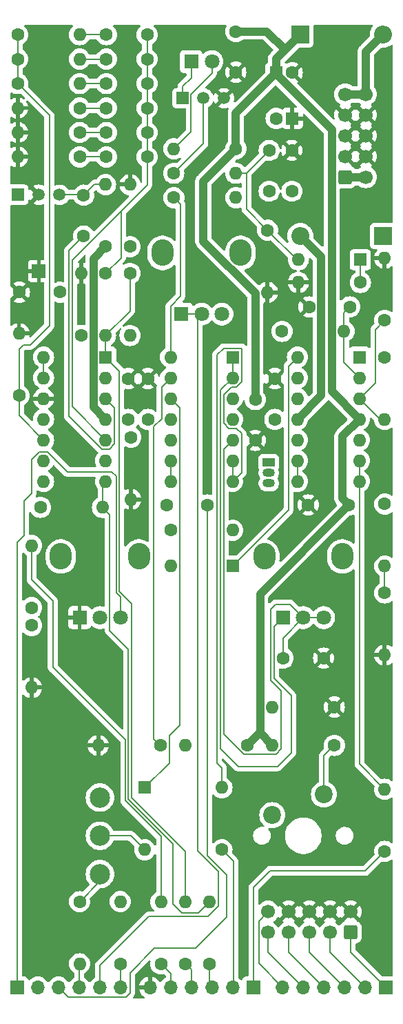
<source format=gbl>
%TF.GenerationSoftware,KiCad,Pcbnew,8.0.5*%
%TF.CreationDate,2024-12-04T18:37:58+01:00*%
%TF.ProjectId,DMH_S_H_Noise_PCB,444d485f-535f-4485-9f4e-6f6973655f50,1*%
%TF.SameCoordinates,Original*%
%TF.FileFunction,Copper,L2,Bot*%
%TF.FilePolarity,Positive*%
%FSLAX46Y46*%
G04 Gerber Fmt 4.6, Leading zero omitted, Abs format (unit mm)*
G04 Created by KiCad (PCBNEW 8.0.5) date 2024-12-04 18:37:58*
%MOMM*%
%LPD*%
G01*
G04 APERTURE LIST*
G04 Aperture macros list*
%AMRoundRect*
0 Rectangle with rounded corners*
0 $1 Rounding radius*
0 $2 $3 $4 $5 $6 $7 $8 $9 X,Y pos of 4 corners*
0 Add a 4 corners polygon primitive as box body*
4,1,4,$2,$3,$4,$5,$6,$7,$8,$9,$2,$3,0*
0 Add four circle primitives for the rounded corners*
1,1,$1+$1,$2,$3*
1,1,$1+$1,$4,$5*
1,1,$1+$1,$6,$7*
1,1,$1+$1,$8,$9*
0 Add four rect primitives between the rounded corners*
20,1,$1+$1,$2,$3,$4,$5,0*
20,1,$1+$1,$4,$5,$6,$7,0*
20,1,$1+$1,$6,$7,$8,$9,0*
20,1,$1+$1,$8,$9,$2,$3,0*%
G04 Aperture macros list end*
%TA.AperFunction,ComponentPad*%
%ADD10R,1.800000X1.800000*%
%TD*%
%TA.AperFunction,ComponentPad*%
%ADD11C,1.800000*%
%TD*%
%TA.AperFunction,ComponentPad*%
%ADD12O,2.720000X3.240000*%
%TD*%
%TA.AperFunction,ComponentPad*%
%ADD13C,2.200000*%
%TD*%
%TA.AperFunction,ComponentPad*%
%ADD14C,2.500000*%
%TD*%
%TA.AperFunction,ComponentPad*%
%ADD15R,1.700000X1.700000*%
%TD*%
%TA.AperFunction,ComponentPad*%
%ADD16R,1.600000X1.600000*%
%TD*%
%TA.AperFunction,ComponentPad*%
%ADD17C,1.600000*%
%TD*%
%TA.AperFunction,ComponentPad*%
%ADD18O,1.600000X1.600000*%
%TD*%
%TA.AperFunction,ComponentPad*%
%ADD19R,2.200000X2.200000*%
%TD*%
%TA.AperFunction,ComponentPad*%
%ADD20O,2.200000X2.200000*%
%TD*%
%TA.AperFunction,ComponentPad*%
%ADD21O,1.700000X1.700000*%
%TD*%
%TA.AperFunction,ComponentPad*%
%ADD22RoundRect,0.250000X0.600000X-0.600000X0.600000X0.600000X-0.600000X0.600000X-0.600000X-0.600000X0*%
%TD*%
%TA.AperFunction,ComponentPad*%
%ADD23C,1.700000*%
%TD*%
%TA.AperFunction,ComponentPad*%
%ADD24R,1.500000X1.500000*%
%TD*%
%TA.AperFunction,ComponentPad*%
%ADD25C,1.500000*%
%TD*%
%TA.AperFunction,ComponentPad*%
%ADD26R,1.500000X1.050000*%
%TD*%
%TA.AperFunction,ComponentPad*%
%ADD27O,1.500000X1.050000*%
%TD*%
%TA.AperFunction,ComponentPad*%
%ADD28RoundRect,0.250000X-0.600000X-0.600000X0.600000X-0.600000X0.600000X0.600000X-0.600000X0.600000X0*%
%TD*%
%TA.AperFunction,Conductor*%
%ADD29C,1.000000*%
%TD*%
%TA.AperFunction,Conductor*%
%ADD30C,0.200000*%
%TD*%
G04 APERTURE END LIST*
D10*
%TO.P,D3,1,K*%
%TO.N,Net-(D3-K)*%
X73725000Y-47500000D03*
D11*
%TO.P,D3,2,A*%
%TO.N,Net-(D3-A)*%
X76265000Y-47500000D03*
%TD*%
D12*
%TO.P,RV1,*%
%TO.N,*%
X70200000Y-70975000D03*
X79800000Y-70975000D03*
D10*
%TO.P,RV1,1,1*%
%TO.N,/Core Circuit/Internal Clock*%
X72500000Y-78475000D03*
D11*
%TO.P,RV1,2,2*%
X75000000Y-78475000D03*
%TO.P,RV1,3,3*%
%TO.N,Net-(R1-Pad1)*%
X77500000Y-78475000D03*
%TD*%
D12*
%TO.P,RV2,*%
%TO.N,*%
X57700000Y-108225000D03*
X67300000Y-108225000D03*
D10*
%TO.P,RV2,1,1*%
%TO.N,GND*%
X60000000Y-115725000D03*
D11*
%TO.P,RV2,2,2*%
%TO.N,Net-(U1C-+)*%
X62500000Y-115725000D03*
%TO.P,RV2,3,3*%
%TO.N,/Core Circuit/Input*%
X65000000Y-115725000D03*
%TD*%
D12*
%TO.P,RV3,*%
%TO.N,*%
X82700000Y-108225000D03*
X92300000Y-108225000D03*
D10*
%TO.P,RV3,1,1*%
%TO.N,Net-(U2A--)*%
X85000000Y-115725000D03*
D11*
%TO.P,RV3,2,2*%
%TO.N,Net-(U2B-+)*%
X87500000Y-115725000D03*
%TO.P,RV3,3,3*%
X90000000Y-115725000D03*
%TD*%
D13*
%TO.P,SW1,1,1*%
%TO.N,Net-(R6-Pad1)*%
X90040000Y-137420000D03*
%TO.P,SW1,2,2*%
%TO.N,Net-(D4-K)*%
X83690000Y-139960000D03*
%TD*%
D14*
%TO.P,SW2,1,C*%
%TO.N,Net-(SW2-C)*%
X62500000Y-147200000D03*
%TO.P,SW2,2,B*%
%TO.N,Net-(D4-A)*%
X62500000Y-142500000D03*
%TO.P,SW2,3,A*%
%TO.N,unconnected-(SW2-A-Pad3)*%
X62500000Y-137800000D03*
%TD*%
D15*
%TO.P,J0,1,Pin_1*%
%TO.N,GND*%
X55000000Y-73200000D03*
%TD*%
D16*
%TO.P,C1,1*%
%TO.N,+12V*%
X84144888Y-48875000D03*
D17*
%TO.P,C1,2*%
%TO.N,GND*%
X86144888Y-48875000D03*
%TD*%
D16*
%TO.P,U1,1*%
%TO.N,/Core Circuit/Internal Clock*%
X94400000Y-83775000D03*
D18*
%TO.P,U1,2,-*%
%TO.N,Net-(U1A--)*%
X94400000Y-86315000D03*
%TO.P,U1,3,+*%
%TO.N,Net-(U1A-+)*%
X94400000Y-88855000D03*
%TO.P,U1,4,V+*%
%TO.N,+12V*%
X94400000Y-91395000D03*
%TO.P,U1,5,+*%
%TO.N,/Core Circuit/S&H*%
X94400000Y-93935000D03*
%TO.P,U1,6,-*%
%TO.N,Net-(U1B--)*%
X94400000Y-96475000D03*
%TO.P,U1,7*%
X94400000Y-99015000D03*
%TO.P,U1,8*%
%TO.N,Net-(Q2-D)*%
X86780000Y-99015000D03*
%TO.P,U1,9,-*%
X86780000Y-96475000D03*
%TO.P,U1,10,+*%
%TO.N,Net-(U1C-+)*%
X86780000Y-93935000D03*
%TO.P,U1,11,V-*%
%TO.N,-12V*%
X86780000Y-91395000D03*
%TO.P,U1,12,+*%
%TO.N,Net-(D5-K)*%
X86780000Y-88855000D03*
%TO.P,U1,13,-*%
%TO.N,Net-(U1D--)*%
X86780000Y-86315000D03*
%TO.P,U1,14*%
%TO.N,Net-(D6-K)*%
X86780000Y-83775000D03*
%TD*%
D19*
%TO.P,D1,1,K*%
%TO.N,Net-(D1-K)*%
X97280000Y-68900000D03*
D20*
%TO.P,D1,2,A*%
%TO.N,-12V*%
X87120000Y-68900000D03*
%TD*%
D17*
%TO.P,R5,1*%
%TO.N,GND*%
X91310000Y-126700000D03*
D18*
%TO.P,R5,2*%
%TO.N,Net-(D4-K)*%
X83690000Y-126700000D03*
%TD*%
D16*
%TO.P,D6,1,K*%
%TO.N,Net-(D6-K)*%
X78810000Y-109400000D03*
D18*
%TO.P,D6,2,A*%
%TO.N,Net-(D6-A)*%
X71190000Y-109400000D03*
%TD*%
D17*
%TO.P,R32,1*%
%TO.N,Net-(U3C-+)*%
X52390000Y-47200000D03*
D18*
%TO.P,R32,2*%
%TO.N,Net-(C20-Pad2)*%
X60010000Y-47200000D03*
%TD*%
D17*
%TO.P,R26,1*%
%TO.N,Net-(C17-Pad2)*%
X60010000Y-56200000D03*
D18*
%TO.P,R26,2*%
%TO.N,GND*%
X52390000Y-56200000D03*
%TD*%
D17*
%TO.P,C8,1*%
%TO.N,GND*%
X68400000Y-86400000D03*
%TO.P,C8,2*%
%TO.N,-12V*%
X68400000Y-91400000D03*
%TD*%
D15*
%TO.P,J50,1,Pin_1*%
%TO.N,/Core Circuit/Input*%
X52350000Y-161100000D03*
D21*
%TO.P,J50,2,Pin_2*%
%TO.N,/Core Circuit/Slew Input*%
X54890000Y-161100000D03*
%TO.P,J50,3,Pin_3*%
%TO.N,/Core Circuit/S&H*%
X57430000Y-161100000D03*
%TO.P,J50,4,Pin_4*%
%TO.N,/Core Circuit/External Clock*%
X59970000Y-161100000D03*
%TO.P,J50,5,Pin_5*%
%TO.N,/Core Circuit/Internal Clock*%
X62510000Y-161100000D03*
%TO.P,J50,6,Pin_6*%
%TO.N,/Core Circuit/Clock Output*%
X65050000Y-161100000D03*
%TD*%
D17*
%TO.P,C3,1*%
%TO.N,+12V*%
X79200000Y-43800000D03*
%TO.P,C3,2*%
%TO.N,GND*%
X79200000Y-48800000D03*
%TD*%
%TO.P,C16,1*%
%TO.N,Net-(U3B-+)*%
X68300000Y-53200000D03*
%TO.P,C16,2*%
%TO.N,Net-(C16-Pad2)*%
X63300000Y-53200000D03*
%TD*%
%TO.P,C14,1*%
%TO.N,Net-(U2B-+)*%
X85000000Y-120700000D03*
%TO.P,C14,2*%
%TO.N,GND*%
X90000000Y-120700000D03*
%TD*%
%TO.P,C20,1*%
%TO.N,Net-(U3B-+)*%
X68300000Y-47200000D03*
%TO.P,C20,2*%
%TO.N,Net-(C20-Pad2)*%
X63300000Y-47200000D03*
%TD*%
%TO.P,C19,1*%
%TO.N,Net-(U3B-+)*%
X68300000Y-50200000D03*
%TO.P,C19,2*%
%TO.N,Net-(C19-Pad2)*%
X63300000Y-50200000D03*
%TD*%
%TO.P,R37,1*%
%TO.N,/Core Circuit/Blue*%
X70000000Y-158210000D03*
D18*
%TO.P,R37,2*%
%TO.N,Net-(R36-Pad2)*%
X70000000Y-150590000D03*
%TD*%
D17*
%TO.P,R34,1*%
%TO.N,Net-(U3C-+)*%
X52550000Y-88485000D03*
D18*
%TO.P,R34,2*%
%TO.N,GND*%
X52550000Y-80865000D03*
%TD*%
D17*
%TO.P,C12,1*%
%TO.N,Net-(D5-A)*%
X83300000Y-58400000D03*
%TO.P,C12,2*%
%TO.N,Net-(C12-Pad2)*%
X83300000Y-63400000D03*
%TD*%
%TO.P,R29,1*%
%TO.N,Net-(U3B--)*%
X55190000Y-102200000D03*
D18*
%TO.P,R29,2*%
%TO.N,Net-(R29-Pad2)*%
X62810000Y-102200000D03*
%TD*%
D17*
%TO.P,R19,1*%
%TO.N,+12V*%
X63200000Y-70210000D03*
D18*
%TO.P,R19,2*%
%TO.N,Net-(Q3-E)*%
X63200000Y-62590000D03*
%TD*%
D17*
%TO.P,R10,1*%
%TO.N,Net-(D5-A)*%
X83100000Y-68190000D03*
D18*
%TO.P,R10,2*%
%TO.N,GND*%
X83100000Y-75810000D03*
%TD*%
D17*
%TO.P,R15,1*%
%TO.N,Net-(Q2-D)*%
X71190000Y-105000000D03*
D18*
%TO.P,R15,2*%
%TO.N,Net-(D6-A)*%
X78810000Y-105000000D03*
%TD*%
D17*
%TO.P,R14,1*%
%TO.N,Net-(Q1-B)*%
X71580000Y-61200000D03*
D18*
%TO.P,R14,2*%
%TO.N,Net-(D5-A)*%
X79200000Y-61200000D03*
%TD*%
D17*
%TO.P,R22,1*%
%TO.N,Net-(R22-Pad1)*%
X66200000Y-73490000D03*
D18*
%TO.P,R22,2*%
%TO.N,Net-(U3A--)*%
X66200000Y-81110000D03*
%TD*%
D22*
%TO.P,J200,1,Pin_1*%
%TO.N,Net-(J200-Pin_1)*%
X93330000Y-154352500D03*
D23*
%TO.P,J200,2,Pin_2*%
%TO.N,Net-(J200-Pin_2)*%
X90790000Y-154352500D03*
%TO.P,J200,3,Pin_3*%
%TO.N,Net-(J200-Pin_3)*%
X88250000Y-154352500D03*
%TO.P,J200,4,Pin_4*%
%TO.N,Net-(J200-Pin_4)*%
X85710000Y-154352500D03*
%TO.P,J200,5,Pin_5*%
%TO.N,Net-(J200-Pin_5)*%
X83170000Y-154352500D03*
%TO.P,J200,6,Pin_6*%
%TO.N,GND*%
X93330000Y-151812500D03*
%TO.P,J200,7,Pin_7*%
X90790000Y-151812500D03*
%TO.P,J200,8,Pin_8*%
X88250000Y-151812500D03*
%TO.P,J200,9,Pin_9*%
X85710000Y-151812500D03*
%TO.P,J200,10,Pin_10*%
%TO.N,Net-(J200-Pin_10)*%
X83170000Y-151812500D03*
%TD*%
D16*
%TO.P,U3,1*%
%TO.N,Net-(R22-Pad1)*%
X63200000Y-83775000D03*
D18*
%TO.P,U3,2,-*%
%TO.N,Net-(U3A--)*%
X63200000Y-86315000D03*
%TO.P,U3,3,+*%
%TO.N,Net-(U3A-+)*%
X63200000Y-88855000D03*
%TO.P,U3,4,V+*%
%TO.N,+12V*%
X63200000Y-91395000D03*
%TO.P,U3,5,+*%
%TO.N,Net-(U3B-+)*%
X63200000Y-93935000D03*
%TO.P,U3,6,-*%
%TO.N,Net-(U3B--)*%
X63200000Y-96475000D03*
%TO.P,U3,7*%
%TO.N,Net-(R29-Pad2)*%
X63200000Y-99015000D03*
%TO.P,U3,8*%
%TO.N,Net-(R36-Pad2)*%
X55580000Y-99015000D03*
%TO.P,U3,9,-*%
%TO.N,Net-(U3C--)*%
X55580000Y-96475000D03*
%TO.P,U3,10,+*%
%TO.N,Net-(U3C-+)*%
X55580000Y-93935000D03*
%TO.P,U3,11,V-*%
%TO.N,-12V*%
X55580000Y-91395000D03*
%TO.P,U3,12,+*%
%TO.N,GND*%
X55580000Y-88855000D03*
%TO.P,U3,13,-*%
%TO.N,Net-(U3D--)*%
X55580000Y-86315000D03*
%TO.P,U3,14*%
X55580000Y-83775000D03*
%TD*%
D17*
%TO.P,C15,1*%
%TO.N,Net-(Q3-E)*%
X60500000Y-63900000D03*
%TO.P,C15,2*%
%TO.N,Net-(U3A-+)*%
X60500000Y-68900000D03*
%TD*%
%TO.P,C17,1*%
%TO.N,Net-(U3B-+)*%
X68300000Y-56200000D03*
%TO.P,C17,2*%
%TO.N,Net-(C17-Pad2)*%
X63300000Y-56200000D03*
%TD*%
%TO.P,C18,1*%
%TO.N,Net-(U3B-+)*%
X68300000Y-59200000D03*
%TO.P,C18,2*%
%TO.N,Net-(C18-Pad2)*%
X63300000Y-59200000D03*
%TD*%
%TO.P,R4,1*%
%TO.N,Net-(SW2-C)*%
X60000000Y-150580000D03*
D18*
%TO.P,R4,2*%
%TO.N,/Core Circuit/External Clock*%
X60000000Y-158200000D03*
%TD*%
D17*
%TO.P,R17,1*%
%TO.N,/Core Circuit/Slew Output*%
X77500000Y-144210000D03*
D18*
%TO.P,R17,2*%
%TO.N,Net-(U2B--)*%
X77500000Y-136590000D03*
%TD*%
D24*
%TO.P,Q3,1,C*%
%TO.N,unconnected-(Q3-C-Pad1)*%
X52460000Y-63840000D03*
D25*
%TO.P,Q3,2,B*%
%TO.N,GND*%
X55000000Y-63840000D03*
%TO.P,Q3,3,E*%
%TO.N,Net-(Q3-E)*%
X57540000Y-63840000D03*
%TD*%
D17*
%TO.P,R25,1*%
%TO.N,Net-(C16-Pad2)*%
X60010000Y-53200000D03*
D18*
%TO.P,R25,2*%
%TO.N,GND*%
X52390000Y-53200000D03*
%TD*%
D17*
%TO.P,R28,1*%
%TO.N,Net-(U3B--)*%
X66300000Y-93590000D03*
D18*
%TO.P,R28,2*%
%TO.N,GND*%
X66300000Y-101210000D03*
%TD*%
D17*
%TO.P,R1,1*%
%TO.N,Net-(R1-Pad1)*%
X84890000Y-80600000D03*
D18*
%TO.P,R1,2*%
%TO.N,Net-(U1A--)*%
X92510000Y-80600000D03*
%TD*%
D17*
%TO.P,R16,1*%
%TO.N,/Core Circuit/S&H Output*%
X97500000Y-144410000D03*
D18*
%TO.P,R16,2*%
%TO.N,Net-(U1B--)*%
X97500000Y-136790000D03*
%TD*%
D17*
%TO.P,C10,1*%
%TO.N,GND*%
X52600000Y-75800000D03*
%TO.P,C10,2*%
%TO.N,-12V*%
X57600000Y-75800000D03*
%TD*%
%TO.P,R33,1*%
%TO.N,Net-(U3C-+)*%
X52390000Y-44200000D03*
D18*
%TO.P,R33,2*%
%TO.N,Net-(C21-Pad2)*%
X60010000Y-44200000D03*
%TD*%
D17*
%TO.P,R11,1*%
%TO.N,Net-(D5-K)*%
X94510000Y-74600000D03*
D18*
%TO.P,R11,2*%
%TO.N,GND*%
X86890000Y-74600000D03*
%TD*%
D17*
%TO.P,R7,1*%
%TO.N,Net-(U2D--)*%
X69910000Y-131400000D03*
D18*
%TO.P,R7,2*%
%TO.N,GND*%
X62290000Y-131400000D03*
%TD*%
D17*
%TO.P,R13,1*%
%TO.N,+12V*%
X97500000Y-101790000D03*
D18*
%TO.P,R13,2*%
%TO.N,Net-(U1D--)*%
X97500000Y-109410000D03*
%TD*%
D17*
%TO.P,C13,1*%
%TO.N,/Core Circuit/S&H*%
X75700000Y-101900000D03*
%TO.P,C13,2*%
%TO.N,GND*%
X70700000Y-101900000D03*
%TD*%
D16*
%TO.P,C2,1*%
%TO.N,GND*%
X86155114Y-54475000D03*
D17*
%TO.P,C2,2*%
%TO.N,-12V*%
X84155114Y-54475000D03*
%TD*%
%TO.P,C21,1*%
%TO.N,Net-(U3B-+)*%
X68300000Y-44200000D03*
%TO.P,C21,2*%
%TO.N,Net-(C21-Pad2)*%
X63300000Y-44200000D03*
%TD*%
%TO.P,R23,1*%
%TO.N,/Core Circuit/White*%
X73000000Y-158210000D03*
D18*
%TO.P,R23,2*%
%TO.N,Net-(R22-Pad1)*%
X73000000Y-150590000D03*
%TD*%
D24*
%TO.P,Q1,1,C*%
%TO.N,Net-(D3-K)*%
X72660000Y-52000000D03*
D25*
%TO.P,Q1,2,B*%
%TO.N,Net-(Q1-B)*%
X75200000Y-52000000D03*
%TO.P,Q1,3,E*%
%TO.N,GND*%
X77740000Y-52000000D03*
%TD*%
D17*
%TO.P,R21,1*%
%TO.N,Net-(U3A--)*%
X60200000Y-81110000D03*
D18*
%TO.P,R21,2*%
%TO.N,GND*%
X60200000Y-73490000D03*
%TD*%
D17*
%TO.P,C7,1*%
%TO.N,+12V*%
X81600000Y-88975000D03*
%TO.P,C7,2*%
%TO.N,GND*%
X81600000Y-93975000D03*
%TD*%
D26*
%TO.P,Q2,1,D*%
%TO.N,Net-(Q2-D)*%
X83250000Y-96700000D03*
D27*
%TO.P,Q2,2,S*%
%TO.N,/Core Circuit/S&H*%
X83250000Y-97970000D03*
%TO.P,Q2,3,G*%
%TO.N,Net-(D6-A)*%
X83250000Y-99240000D03*
%TD*%
D17*
%TO.P,R31,1*%
%TO.N,Net-(U3C-+)*%
X52390000Y-50200000D03*
D18*
%TO.P,R31,2*%
%TO.N,Net-(C19-Pad2)*%
X60010000Y-50200000D03*
%TD*%
D17*
%TO.P,R2,1*%
%TO.N,Net-(U1A-+)*%
X97500000Y-79235000D03*
D18*
%TO.P,R2,2*%
%TO.N,GND*%
X97500000Y-71615000D03*
%TD*%
D17*
%TO.P,R3,1*%
%TO.N,/Core Circuit/Internal Clock*%
X97500000Y-83800000D03*
D18*
%TO.P,R3,2*%
%TO.N,Net-(U1A-+)*%
X97500000Y-91420000D03*
%TD*%
D16*
%TO.P,D5,1,K*%
%TO.N,Net-(D5-K)*%
X94510000Y-71800000D03*
D18*
%TO.P,D5,2,A*%
%TO.N,Net-(D5-A)*%
X86890000Y-71800000D03*
%TD*%
D19*
%TO.P,D2,1,K*%
%TO.N,+12V*%
X87120000Y-44200000D03*
D20*
%TO.P,D2,2,A*%
%TO.N,Net-(D2-A)*%
X97280000Y-44200000D03*
%TD*%
D17*
%TO.P,R36,1*%
%TO.N,Net-(U3C--)*%
X54100000Y-114510000D03*
D18*
%TO.P,R36,2*%
%TO.N,Net-(R36-Pad2)*%
X54100000Y-106890000D03*
%TD*%
D17*
%TO.P,R38,1*%
%TO.N,+12V*%
X79210000Y-58200000D03*
D18*
%TO.P,R38,2*%
%TO.N,Net-(D3-A)*%
X71590000Y-58200000D03*
%TD*%
D17*
%TO.P,R8,1*%
%TO.N,+12V*%
X80610000Y-131400000D03*
D18*
%TO.P,R8,2*%
%TO.N,Net-(U2D--)*%
X72990000Y-131400000D03*
%TD*%
D17*
%TO.P,R9,1*%
%TO.N,Net-(R9-Pad1)*%
X71590000Y-64200000D03*
D18*
%TO.P,R9,2*%
%TO.N,Net-(C12-Pad2)*%
X79210000Y-64200000D03*
%TD*%
D17*
%TO.P,R35,1*%
%TO.N,Net-(U3C--)*%
X54100000Y-116690000D03*
D18*
%TO.P,R35,2*%
%TO.N,GND*%
X54100000Y-124310000D03*
%TD*%
D15*
%TO.P,J60,1,Pin_1*%
%TO.N,/Core Circuit/S&H Output*%
X81350000Y-161100000D03*
D21*
%TO.P,J60,2,Pin_2*%
%TO.N,/Core Circuit/Slew Output*%
X78810000Y-161100000D03*
%TO.P,J60,3,Pin_3*%
%TO.N,/Core Circuit/Pink*%
X76270000Y-161100000D03*
%TO.P,J60,4,Pin_4*%
%TO.N,/Core Circuit/White*%
X73730000Y-161100000D03*
%TO.P,J60,5,Pin_5*%
%TO.N,/Core Circuit/Blue*%
X71190000Y-161100000D03*
%TO.P,J60,6,Pin_6*%
%TO.N,GND*%
X68650000Y-161100000D03*
%TD*%
D28*
%TO.P,J100,1a,Pin_1a*%
%TO.N,Net-(D1-K)*%
X92647500Y-61680000D03*
D23*
%TO.P,J100,1b,Pin_1b*%
X95187500Y-61680000D03*
%TO.P,J100,2a,Pin_2a*%
%TO.N,GND*%
X92647500Y-59140000D03*
%TO.P,J100,2b,Pin_2b*%
X95187500Y-59140000D03*
%TO.P,J100,3a,Pin_3a*%
X92647500Y-56600000D03*
%TO.P,J100,3b,Pin_3b*%
X95187500Y-56600000D03*
%TO.P,J100,4a,Pin_4a*%
X92647500Y-54060000D03*
%TO.P,J100,4b,Pin_4b*%
X95187500Y-54060000D03*
%TO.P,J100,5a,Pin_5a*%
%TO.N,Net-(D2-A)*%
X92647500Y-51520000D03*
%TO.P,J100,5b,Pin_5b*%
X95187500Y-51520000D03*
%TD*%
D17*
%TO.P,R27,1*%
%TO.N,Net-(C18-Pad2)*%
X60010000Y-59200000D03*
D18*
%TO.P,R27,2*%
%TO.N,GND*%
X52390000Y-59200000D03*
%TD*%
D16*
%TO.P,U2,1*%
%TO.N,Net-(U2A--)*%
X78800000Y-83775000D03*
D18*
%TO.P,U2,2,-*%
X78800000Y-86315000D03*
%TO.P,U2,3,+*%
%TO.N,/Core Circuit/Slew Input*%
X78800000Y-88855000D03*
%TO.P,U2,4,V+*%
%TO.N,+12V*%
X78800000Y-91395000D03*
%TO.P,U2,5,+*%
%TO.N,Net-(U2B-+)*%
X78800000Y-93935000D03*
%TO.P,U2,6,-*%
%TO.N,Net-(U2B--)*%
X78800000Y-96475000D03*
%TO.P,U2,7*%
X78800000Y-99015000D03*
%TO.P,U2,8*%
%TO.N,Net-(U2C--)*%
X71180000Y-99015000D03*
%TO.P,U2,9,-*%
X71180000Y-96475000D03*
%TO.P,U2,10,+*%
%TO.N,Net-(U1A-+)*%
X71180000Y-93935000D03*
%TO.P,U2,11,V-*%
%TO.N,-12V*%
X71180000Y-91395000D03*
%TO.P,U2,12,+*%
%TO.N,Net-(D4-K)*%
X71180000Y-88855000D03*
%TO.P,U2,13,-*%
%TO.N,Net-(U2D--)*%
X71180000Y-86315000D03*
%TO.P,U2,14*%
%TO.N,Net-(R9-Pad1)*%
X71180000Y-83775000D03*
%TD*%
D17*
%TO.P,C6,1*%
%TO.N,GND*%
X84000000Y-86400000D03*
%TO.P,C6,2*%
%TO.N,-12V*%
X84000000Y-91400000D03*
%TD*%
%TO.P,R18,1*%
%TO.N,/Core Circuit/Clock Output*%
X65000000Y-158185000D03*
D18*
%TO.P,R18,2*%
%TO.N,Net-(U2C--)*%
X65000000Y-150565000D03*
%TD*%
D16*
%TO.P,D4,1,K*%
%TO.N,Net-(D4-K)*%
X68000000Y-136590000D03*
D18*
%TO.P,D4,2,A*%
%TO.N,Net-(D4-A)*%
X68000000Y-144210000D03*
%TD*%
D17*
%TO.P,R6,1*%
%TO.N,Net-(R6-Pad1)*%
X91310000Y-131400000D03*
D18*
%TO.P,R6,2*%
%TO.N,+12V*%
X83690000Y-131400000D03*
%TD*%
D17*
%TO.P,R12,1*%
%TO.N,Net-(U1D--)*%
X97500000Y-112700000D03*
D18*
%TO.P,R12,2*%
%TO.N,GND*%
X97500000Y-120320000D03*
%TD*%
D17*
%TO.P,C11,1*%
%TO.N,GND*%
X88200000Y-77600000D03*
%TO.P,C11,2*%
%TO.N,Net-(U1A--)*%
X93200000Y-77600000D03*
%TD*%
%TO.P,C4,1*%
%TO.N,GND*%
X86100000Y-58400000D03*
%TO.P,C4,2*%
%TO.N,-12V*%
X86100000Y-63400000D03*
%TD*%
%TO.P,C9,1*%
%TO.N,+12V*%
X66000000Y-91400000D03*
%TO.P,C9,2*%
%TO.N,GND*%
X66000000Y-86400000D03*
%TD*%
%TO.P,R20,1*%
%TO.N,Net-(U3A-+)*%
X66200000Y-70210000D03*
D18*
%TO.P,R20,2*%
%TO.N,GND*%
X66200000Y-62590000D03*
%TD*%
D17*
%TO.P,R30,1*%
%TO.N,/Core Circuit/Pink*%
X76000000Y-158210000D03*
D18*
%TO.P,R30,2*%
%TO.N,Net-(R29-Pad2)*%
X76000000Y-150590000D03*
%TD*%
D17*
%TO.P,R24,1*%
%TO.N,Net-(U3B-+)*%
X63200000Y-73490000D03*
D18*
%TO.P,R24,2*%
%TO.N,Net-(R22-Pad1)*%
X63200000Y-81110000D03*
%TD*%
D15*
%TO.P,J70,1,Pin_1*%
%TO.N,Net-(J200-Pin_1)*%
X97650000Y-161100000D03*
D21*
%TO.P,J70,2,Pin_2*%
%TO.N,Net-(J200-Pin_2)*%
X95110000Y-161100000D03*
%TO.P,J70,3,Pin_3*%
%TO.N,Net-(J200-Pin_3)*%
X92570000Y-161100000D03*
%TO.P,J70,4,Pin_4*%
%TO.N,Net-(J200-Pin_4)*%
X90030000Y-161100000D03*
%TO.P,J70,5,Pin_5*%
%TO.N,Net-(J200-Pin_5)*%
X87490000Y-161100000D03*
%TO.P,J70,6,Pin_6*%
%TO.N,Net-(J200-Pin_10)*%
X84950000Y-161100000D03*
%TD*%
D17*
%TO.P,C5,1*%
%TO.N,+12V*%
X93100000Y-101900000D03*
%TO.P,C5,2*%
%TO.N,GND*%
X88100000Y-101900000D03*
%TD*%
D29*
%TO.N,+12V*%
X61700000Y-71710000D02*
X63200000Y-70210000D01*
X94400000Y-91395000D02*
X92300001Y-93494999D01*
X82190000Y-112810000D02*
X93100000Y-101900000D01*
X83025000Y-43800000D02*
X85272500Y-46047500D01*
X92300001Y-93494999D02*
X92300001Y-101100001D01*
X84144888Y-48996321D02*
X84144888Y-48875000D01*
X63200000Y-91395000D02*
X61700000Y-89895000D01*
X75200000Y-62210000D02*
X75200000Y-69548280D01*
X79200000Y-43800000D02*
X83025000Y-43800000D01*
X84144888Y-48875000D02*
X84144888Y-47175112D01*
X85272500Y-46047500D02*
X87120000Y-44200000D01*
X80610000Y-131400000D02*
X82110000Y-129900000D01*
X91000000Y-87995000D02*
X91000000Y-55851433D01*
X91000000Y-55851433D02*
X84144888Y-48996321D01*
X81600000Y-75948280D02*
X81600000Y-88975000D01*
X79210000Y-58200000D02*
X79210000Y-53809888D01*
X92300001Y-101100001D02*
X93100000Y-101900000D01*
X82190000Y-129900000D02*
X82190000Y-112810000D01*
X79210000Y-53809888D02*
X84144888Y-48875000D01*
X75200000Y-69548280D02*
X81600000Y-75948280D01*
X97390000Y-101900000D02*
X97500000Y-101790000D01*
X82110000Y-129900000D02*
X82190000Y-129900000D01*
X84144888Y-47175112D02*
X87120000Y-44200000D01*
X61700000Y-89895000D02*
X61700000Y-71710000D01*
X94400000Y-91395000D02*
X91000000Y-87995000D01*
X79210000Y-58200000D02*
X75200000Y-62210000D01*
X83690000Y-131400000D02*
X82190000Y-129900000D01*
%TO.N,-12V*%
X89700000Y-88475000D02*
X89700000Y-71480000D01*
X89700000Y-71480000D02*
X87120000Y-68900000D01*
X86780000Y-91395000D02*
X89700000Y-88475000D01*
X86775000Y-91400000D02*
X86780000Y-91395000D01*
D30*
%TO.N,Net-(U1A--)*%
X92510000Y-78290000D02*
X93200000Y-77600000D01*
X92510000Y-84425000D02*
X94400000Y-86315000D01*
X92510000Y-80600000D02*
X92510000Y-78290000D01*
X92510000Y-80600000D02*
X92510000Y-84425000D01*
D29*
%TO.N,Net-(D2-A)*%
X95187500Y-51520000D02*
X92647500Y-51520000D01*
X95187500Y-51520000D02*
X95187500Y-46292500D01*
X95187500Y-46292500D02*
X97280000Y-44200000D01*
D30*
%TO.N,/Core Circuit/S&H*%
X78100000Y-147300000D02*
X78100000Y-152500000D01*
X75700000Y-101900000D02*
X75700000Y-144900000D01*
X66200000Y-159300000D02*
X66200000Y-161800000D01*
X69200000Y-156300000D02*
X66200000Y-159300000D01*
X78100000Y-152500000D02*
X74300000Y-156300000D01*
X58630000Y-162300000D02*
X57430000Y-161100000D01*
X75700000Y-144900000D02*
X78100000Y-147300000D01*
X65700000Y-162300000D02*
X58630000Y-162300000D01*
X66200000Y-161800000D02*
X65700000Y-162300000D01*
X74300000Y-156300000D02*
X69200000Y-156300000D01*
%TO.N,Net-(U2B-+)*%
X84100000Y-114100000D02*
X85875000Y-114100000D01*
X85875000Y-114100000D02*
X87500000Y-115725000D01*
X85000000Y-120700000D02*
X85000000Y-118225000D01*
X84145635Y-132500000D02*
X84800000Y-131845635D01*
X87500000Y-115725000D02*
X90000000Y-115725000D01*
X78800000Y-93935000D02*
X77700000Y-95035000D01*
X84800000Y-131845635D02*
X84800000Y-124700000D01*
X83500000Y-114700000D02*
X84100000Y-114100000D01*
X83500000Y-123400000D02*
X83500000Y-114700000D01*
X80154365Y-132500000D02*
X84145635Y-132500000D01*
X85000000Y-118225000D02*
X87500000Y-115725000D01*
X77700000Y-95035000D02*
X77700000Y-130045635D01*
X84800000Y-124700000D02*
X83500000Y-123400000D01*
X77700000Y-130045635D02*
X80154365Y-132500000D01*
%TO.N,Net-(U3A-+)*%
X58700000Y-91000000D02*
X62735000Y-95035000D01*
X58700000Y-70700000D02*
X58700000Y-91000000D01*
X62735000Y-95035000D02*
X63665000Y-95035000D01*
X60500000Y-68900000D02*
X58700000Y-70700000D01*
X64300000Y-94400000D02*
X64300000Y-89955000D01*
X63665000Y-95035000D02*
X64300000Y-94400000D01*
X64300000Y-89955000D02*
X63200000Y-88855000D01*
%TO.N,Net-(Q3-E)*%
X63200000Y-62590000D02*
X61810000Y-62590000D01*
X57540000Y-63840000D02*
X60440000Y-63840000D01*
X61810000Y-62590000D02*
X60500000Y-63900000D01*
%TO.N,Net-(U3B-+)*%
X65100000Y-65855635D02*
X68300000Y-62655635D01*
X65100000Y-71590000D02*
X65100000Y-65855635D01*
X68300000Y-56200000D02*
X68300000Y-59200000D01*
X68300000Y-59200000D02*
X68300000Y-62655635D01*
X68300000Y-44200000D02*
X68300000Y-47200000D01*
X59100000Y-89835000D02*
X63200000Y-93935000D01*
X68300000Y-62655635D02*
X59100000Y-71855635D01*
X68300000Y-50200000D02*
X68300000Y-53200000D01*
X59100000Y-71855635D02*
X59100000Y-89835000D01*
X63200000Y-73490000D02*
X65100000Y-71590000D01*
X68300000Y-53200000D02*
X68300000Y-56200000D01*
X68300000Y-50200000D02*
X68300000Y-47200000D01*
%TO.N,Net-(C20-Pad2)*%
X60010000Y-47200000D02*
X63300000Y-47200000D01*
%TO.N,Net-(C21-Pad2)*%
X60010000Y-44200000D02*
X63300000Y-44200000D01*
%TO.N,Net-(C16-Pad2)*%
X60010000Y-53200000D02*
X63300000Y-53200000D01*
%TO.N,Net-(C17-Pad2)*%
X60010000Y-56200000D02*
X63300000Y-56200000D01*
%TO.N,Net-(C18-Pad2)*%
X60010000Y-59200000D02*
X63300000Y-59200000D01*
%TO.N,Net-(C19-Pad2)*%
X60010000Y-50200000D02*
X63300000Y-50200000D01*
D29*
%TO.N,Net-(D1-K)*%
X92647500Y-61680000D02*
X95187500Y-61680000D01*
D30*
%TO.N,Net-(D4-A)*%
X66290000Y-142500000D02*
X68000000Y-144210000D01*
X62500000Y-142500000D02*
X66290000Y-142500000D01*
%TO.N,Net-(D3-A)*%
X76265000Y-47500000D02*
X76265000Y-48960685D01*
X73710000Y-51515685D02*
X73710000Y-56080000D01*
X73710000Y-56080000D02*
X71590000Y-58200000D01*
X76265000Y-48960685D02*
X73710000Y-51515685D01*
%TO.N,Net-(D3-K)*%
X72660000Y-50540000D02*
X72660000Y-52000000D01*
X73725000Y-49475000D02*
X72660000Y-50540000D01*
X73725000Y-47500000D02*
X73725000Y-49475000D01*
%TO.N,Net-(D4-K)*%
X71010000Y-133580000D02*
X68000000Y-136590000D01*
X71180000Y-88855000D02*
X72290000Y-89965000D01*
X71010000Y-130190000D02*
X71010000Y-133580000D01*
X72290000Y-128910000D02*
X71010000Y-130190000D01*
X72290000Y-89965000D02*
X72290000Y-128910000D01*
%TO.N,Net-(D5-A)*%
X83100000Y-68190000D02*
X86710000Y-71800000D01*
X79200000Y-61200000D02*
X80500000Y-61200000D01*
X83100000Y-68190000D02*
X80500000Y-65590000D01*
X80500000Y-61200000D02*
X83300000Y-58400000D01*
X80500000Y-65590000D02*
X80500000Y-61200000D01*
X86710000Y-71800000D02*
X86890000Y-71800000D01*
%TO.N,Net-(D6-K)*%
X85675000Y-102535000D02*
X78810000Y-109400000D01*
X86780000Y-83775000D02*
X85675000Y-84880000D01*
X85675000Y-84880000D02*
X85675000Y-102535000D01*
%TO.N,/Core Circuit/White*%
X73730000Y-158940000D02*
X73000000Y-158210000D01*
X73730000Y-161100000D02*
X73730000Y-158940000D01*
%TO.N,/Core Circuit/Input*%
X56075000Y-95375000D02*
X55025000Y-95375000D01*
X63950000Y-97850000D02*
X58550000Y-97850000D01*
X55025000Y-95375000D02*
X54080000Y-96320000D01*
X65000000Y-115725000D02*
X65000000Y-113165686D01*
X64500000Y-112665686D02*
X64500000Y-98400000D01*
X65000000Y-113165686D02*
X64500000Y-112665686D01*
X54080000Y-100514998D02*
X53200000Y-101394998D01*
X52350000Y-106484314D02*
X52350000Y-161100000D01*
X64500000Y-98400000D02*
X63950000Y-97850000D01*
X53200000Y-105634314D02*
X52350000Y-106484314D01*
X53200000Y-101394998D02*
X53200000Y-105634314D01*
X54080000Y-96320000D02*
X54080000Y-100514998D01*
X58550000Y-97850000D02*
X56075000Y-95375000D01*
%TO.N,/Core Circuit/Internal Clock*%
X75800000Y-152400000D02*
X77100000Y-151100000D01*
X68500000Y-152400000D02*
X75800000Y-152400000D01*
X62510000Y-158390000D02*
X68500000Y-152400000D01*
X62510000Y-161100000D02*
X62510000Y-158390000D01*
X72500000Y-78475000D02*
X75000000Y-78475000D01*
X77100000Y-151100000D02*
X77100000Y-146900000D01*
X74500000Y-78975000D02*
X75000000Y-78475000D01*
X77100000Y-146900000D02*
X74500000Y-144300000D01*
X74500000Y-144300000D02*
X74500000Y-78975000D01*
%TO.N,/Core Circuit/External Clock*%
X59970000Y-161100000D02*
X59970000Y-158230000D01*
X59970000Y-158230000D02*
X60000000Y-158200000D01*
%TO.N,/Core Circuit/Clock Output*%
X65050000Y-161100000D02*
X65050000Y-158260000D01*
X65050000Y-158260000D02*
X65000000Y-158210000D01*
%TO.N,Net-(J200-Pin_1)*%
X93330000Y-154352500D02*
X93330000Y-156780000D01*
X93330000Y-156780000D02*
X97650000Y-161100000D01*
%TO.N,Net-(J200-Pin_2)*%
X90790000Y-154352500D02*
X90790000Y-156780000D01*
X90790000Y-156780000D02*
X95110000Y-161100000D01*
%TO.N,/Core Circuit/S&H Output*%
X97500000Y-144410000D02*
X95110000Y-146800000D01*
X83400000Y-146800000D02*
X81350000Y-148850000D01*
X81350000Y-148850000D02*
X81350000Y-161100000D01*
X95110000Y-146800000D02*
X83400000Y-146800000D01*
%TO.N,/Core Circuit/Slew Output*%
X78900000Y-161010000D02*
X78810000Y-161100000D01*
X77500000Y-144210000D02*
X78900000Y-145610000D01*
X78900000Y-145610000D02*
X78900000Y-161010000D01*
%TO.N,Net-(J200-Pin_3)*%
X88250000Y-154352500D02*
X88250000Y-156780000D01*
X88250000Y-156780000D02*
X92570000Y-161100000D01*
%TO.N,Net-(J200-Pin_4)*%
X85710000Y-156780000D02*
X90030000Y-161100000D01*
X85710000Y-154352500D02*
X85710000Y-156780000D01*
%TO.N,/Core Circuit/Pink*%
X76000000Y-160830000D02*
X76270000Y-161100000D01*
X76000000Y-158210000D02*
X76000000Y-160830000D01*
%TO.N,Net-(J200-Pin_5)*%
X83170000Y-154352500D02*
X83170000Y-156780000D01*
X83170000Y-156780000D02*
X87490000Y-161100000D01*
%TO.N,Net-(J200-Pin_10)*%
X83170000Y-151812500D02*
X82020000Y-152962500D01*
X82020000Y-158170000D02*
X84950000Y-161100000D01*
X82020000Y-152962500D02*
X82020000Y-158170000D01*
%TO.N,/Core Circuit/Blue*%
X71190000Y-159400000D02*
X70000000Y-158210000D01*
X71190000Y-161100000D02*
X71190000Y-159400000D01*
%TO.N,Net-(Q1-B)*%
X75200000Y-52000000D02*
X75200000Y-57580000D01*
X75200000Y-57580000D02*
X71580000Y-61200000D01*
%TO.N,Net-(Q2-D)*%
X86780000Y-99015000D02*
X86780000Y-96475000D01*
%TO.N,Net-(U1A-+)*%
X97500000Y-79235000D02*
X96350000Y-80385000D01*
X96965000Y-91420000D02*
X97500000Y-91420000D01*
X96350000Y-86905000D02*
X94400000Y-88855000D01*
X94400000Y-88855000D02*
X96965000Y-91420000D01*
X96350000Y-80385000D02*
X96350000Y-86905000D01*
%TO.N,Net-(D5-K)*%
X94510000Y-74600000D02*
X94510000Y-71800000D01*
%TO.N,Net-(U1D--)*%
X97500000Y-109410000D02*
X97500000Y-112700000D01*
%TO.N,Net-(U1B--)*%
X94400000Y-99015000D02*
X94400000Y-96475000D01*
X94400000Y-133690000D02*
X97500000Y-136790000D01*
X94400000Y-99015000D02*
X94400000Y-133690000D01*
%TO.N,Net-(U2B--)*%
X76900000Y-83475000D02*
X76900000Y-133550000D01*
X78684365Y-87415000D02*
X79255635Y-87415000D01*
X78344365Y-92495000D02*
X77700000Y-91850635D01*
X79900000Y-82675000D02*
X77700000Y-82675000D01*
X76900000Y-133550000D02*
X77500000Y-134150000D01*
X77700000Y-82675000D02*
X76900000Y-83475000D01*
X78800000Y-99015000D02*
X79900000Y-97915000D01*
X79255635Y-92495000D02*
X78344365Y-92495000D01*
X79255635Y-87415000D02*
X79900000Y-86770635D01*
X79900000Y-93139365D02*
X79255635Y-92495000D01*
X79900000Y-86770635D02*
X79900000Y-82675000D01*
X79900000Y-97915000D02*
X79900000Y-93139365D01*
X78800000Y-96475000D02*
X78800000Y-99015000D01*
X77500000Y-134150000D02*
X77500000Y-136590000D01*
X77700000Y-91850635D02*
X77700000Y-88399365D01*
X77700000Y-88399365D02*
X78684365Y-87415000D01*
%TO.N,Net-(R6-Pad1)*%
X90040000Y-137420000D02*
X90040000Y-132670000D01*
X90040000Y-132670000D02*
X91310000Y-131400000D01*
%TO.N,Net-(U3C-+)*%
X53925000Y-82250000D02*
X56275000Y-79900000D01*
X53075000Y-82250000D02*
X53925000Y-82250000D01*
X52550000Y-82775000D02*
X53075000Y-82250000D01*
X52390000Y-47200000D02*
X52390000Y-50200000D01*
X52550000Y-88485000D02*
X52550000Y-82775000D01*
X52550000Y-88485000D02*
X52550000Y-90905000D01*
X52390000Y-44200000D02*
X52390000Y-47200000D01*
X52550000Y-90905000D02*
X55580000Y-93935000D01*
X56275000Y-79900000D02*
X56275000Y-54085000D01*
X56275000Y-54085000D02*
X52390000Y-50200000D01*
%TO.N,Net-(R9-Pad1)*%
X71180000Y-77520000D02*
X71180000Y-83775000D01*
X72389999Y-76310001D02*
X71180000Y-77520000D01*
X71590000Y-64200000D02*
X72389999Y-64999999D01*
X72389999Y-64999999D02*
X72389999Y-76310001D01*
%TO.N,Net-(U2C--)*%
X71180000Y-96475000D02*
X71180000Y-99015000D01*
%TO.N,Net-(U2D--)*%
X69910000Y-131400000D02*
X69110001Y-130600001D01*
X69110001Y-130600001D02*
X69110001Y-92269999D01*
X70080000Y-91300000D02*
X70080000Y-87415000D01*
X70080000Y-87415000D02*
X71180000Y-86315000D01*
X69110001Y-92269999D02*
X70080000Y-91300000D01*
%TO.N,Net-(R22-Pad1)*%
X63200000Y-83775000D02*
X63200000Y-81110000D01*
X66400000Y-137834314D02*
X73000000Y-144434314D01*
X63200000Y-83775000D02*
X64900000Y-85475000D01*
X66400000Y-114000000D02*
X66400000Y-137834314D01*
X64900000Y-85475000D02*
X64900000Y-112500000D01*
X73000000Y-144434314D02*
X73000000Y-150590000D01*
X66200000Y-78110000D02*
X63200000Y-81110000D01*
X64900000Y-112500000D02*
X66400000Y-114000000D01*
X66200000Y-73490000D02*
X66200000Y-78110000D01*
%TO.N,Net-(R29-Pad2)*%
X74590000Y-152000000D02*
X76000000Y-150590000D01*
X63700000Y-117300000D02*
X66000000Y-119600000D01*
X71500000Y-150900000D02*
X72600000Y-152000000D01*
X62810000Y-102200000D02*
X62810000Y-99405000D01*
X62810000Y-102200000D02*
X63700000Y-103090000D01*
X66000000Y-138000000D02*
X71500000Y-143500000D01*
X71500000Y-143500000D02*
X71500000Y-150900000D01*
X62810000Y-99405000D02*
X63200000Y-99015000D01*
X66000000Y-119600000D02*
X66000000Y-138000000D01*
X63700000Y-103090000D02*
X63700000Y-117300000D01*
X72600000Y-152000000D02*
X74590000Y-152000000D01*
%TO.N,Net-(U2A--)*%
X78800000Y-86315000D02*
X77300000Y-87815000D01*
X83900000Y-123200000D02*
X83900000Y-116825000D01*
X84300000Y-134000000D02*
X86000000Y-132300000D01*
X79500000Y-134000000D02*
X84300000Y-134000000D01*
X86000000Y-132300000D02*
X86000000Y-125300000D01*
X77300000Y-87815000D02*
X77300000Y-131800000D01*
X86000000Y-125300000D02*
X83900000Y-123200000D01*
X77300000Y-131800000D02*
X79500000Y-134000000D01*
X78800000Y-86315000D02*
X78800000Y-83775000D01*
X83900000Y-116825000D02*
X85000000Y-115725000D01*
%TO.N,Net-(U3D--)*%
X55580000Y-83775000D02*
X55580000Y-86315000D01*
%TO.N,Net-(SW2-C)*%
X62500000Y-148080000D02*
X62500000Y-147200000D01*
X60000000Y-150580000D02*
X62500000Y-148080000D01*
%TO.N,Net-(R36-Pad2)*%
X56700000Y-113654365D02*
X56700000Y-121800000D01*
X70000000Y-142565686D02*
X70000000Y-150590000D01*
X65600000Y-130700000D02*
X65600000Y-138165686D01*
X54100000Y-106890000D02*
X54100000Y-111054365D01*
X56700000Y-121800000D02*
X65600000Y-130700000D01*
X54000000Y-106790000D02*
X54100000Y-106890000D01*
X54100000Y-111054365D02*
X56700000Y-113654365D01*
X65600000Y-138165686D02*
X70000000Y-142565686D01*
%TD*%
%TA.AperFunction,Conductor*%
%TO.N,GND*%
G36*
X68645686Y-157806063D02*
G01*
X68701619Y-157847935D01*
X68726036Y-157913399D01*
X68722127Y-157954337D01*
X68714367Y-157983299D01*
X68714364Y-157983313D01*
X68694532Y-158209998D01*
X68694532Y-158210001D01*
X68714364Y-158436686D01*
X68714366Y-158436697D01*
X68773258Y-158656488D01*
X68773261Y-158656497D01*
X68869431Y-158862732D01*
X68869432Y-158862734D01*
X68999954Y-159049141D01*
X69160858Y-159210045D01*
X69160861Y-159210047D01*
X69347266Y-159340568D01*
X69553504Y-159436739D01*
X69773308Y-159495635D01*
X69935230Y-159509801D01*
X69999998Y-159515468D01*
X70000000Y-159515468D01*
X70000002Y-159515468D01*
X70056673Y-159510509D01*
X70226692Y-159495635D01*
X70322932Y-159469847D01*
X70392781Y-159471510D01*
X70442706Y-159501941D01*
X70553181Y-159612416D01*
X70586666Y-159673739D01*
X70589500Y-159700097D01*
X70589500Y-159810908D01*
X70569815Y-159877947D01*
X70517914Y-159923286D01*
X70512173Y-159925963D01*
X70512169Y-159925965D01*
X70318597Y-160061505D01*
X70151508Y-160228594D01*
X70021269Y-160414595D01*
X69966692Y-160458219D01*
X69897193Y-160465412D01*
X69834839Y-160433890D01*
X69818119Y-160414594D01*
X69688113Y-160228926D01*
X69688108Y-160228920D01*
X69521082Y-160061894D01*
X69327578Y-159926399D01*
X69113492Y-159826570D01*
X69113486Y-159826567D01*
X68900000Y-159769364D01*
X68900000Y-160666988D01*
X68842993Y-160634075D01*
X68715826Y-160600000D01*
X68584174Y-160600000D01*
X68457007Y-160634075D01*
X68400000Y-160666988D01*
X68400000Y-159769364D01*
X68399999Y-159769364D01*
X68186513Y-159826567D01*
X68186507Y-159826570D01*
X67972422Y-159926399D01*
X67972420Y-159926400D01*
X67778926Y-160061886D01*
X67778920Y-160061891D01*
X67611891Y-160228920D01*
X67611886Y-160228926D01*
X67476400Y-160422420D01*
X67476399Y-160422422D01*
X67376570Y-160636507D01*
X67376567Y-160636513D01*
X67319364Y-160849999D01*
X67319364Y-160850000D01*
X68216988Y-160850000D01*
X68184075Y-160907007D01*
X68150000Y-161034174D01*
X68150000Y-161165826D01*
X68184075Y-161292993D01*
X68216988Y-161350000D01*
X67319364Y-161350000D01*
X67376567Y-161563486D01*
X67376570Y-161563492D01*
X67476399Y-161777578D01*
X67611894Y-161971082D01*
X67778917Y-162138105D01*
X67972886Y-162273925D01*
X68016511Y-162328503D01*
X68023703Y-162398001D01*
X67992181Y-162460356D01*
X67931951Y-162495769D01*
X67901762Y-162499500D01*
X66649098Y-162499500D01*
X66582059Y-162479815D01*
X66536304Y-162427011D01*
X66526360Y-162357853D01*
X66555385Y-162294297D01*
X66561417Y-162287819D01*
X66592947Y-162256287D01*
X66680520Y-162168716D01*
X66759577Y-162031784D01*
X66800501Y-161879057D01*
X66800501Y-161720942D01*
X66800501Y-161713347D01*
X66800500Y-161713329D01*
X66800500Y-159600097D01*
X66820185Y-159533058D01*
X66836819Y-159512416D01*
X68124519Y-158224716D01*
X68514672Y-157834563D01*
X68575994Y-157801079D01*
X68645686Y-157806063D01*
G37*
%TD.AperFunction*%
%TA.AperFunction,Conductor*%
G36*
X53155703Y-107785336D02*
G01*
X53162181Y-107791368D01*
X53260858Y-107890045D01*
X53260861Y-107890047D01*
X53446624Y-108020118D01*
X53490248Y-108074693D01*
X53499500Y-108121692D01*
X53499500Y-110967695D01*
X53499499Y-110967713D01*
X53499499Y-111133419D01*
X53499498Y-111133419D01*
X53540423Y-111286150D01*
X53569358Y-111336265D01*
X53569359Y-111336269D01*
X53569360Y-111336269D01*
X53619479Y-111423079D01*
X53619481Y-111423082D01*
X53738349Y-111541950D01*
X53738355Y-111541955D01*
X56063181Y-113866781D01*
X56096666Y-113928104D01*
X56099500Y-113954462D01*
X56099500Y-121713330D01*
X56099499Y-121713348D01*
X56099499Y-121879054D01*
X56099498Y-121879054D01*
X56140423Y-122031785D01*
X56169358Y-122081900D01*
X56169359Y-122081904D01*
X56169360Y-122081904D01*
X56219479Y-122168714D01*
X56219481Y-122168717D01*
X56338349Y-122287585D01*
X56338355Y-122287590D01*
X64963181Y-130912416D01*
X64996666Y-130973739D01*
X64999500Y-131000097D01*
X64999500Y-138079016D01*
X64999499Y-138079034D01*
X64999499Y-138244740D01*
X64999498Y-138244740D01*
X65040424Y-138397475D01*
X65040425Y-138397476D01*
X65061008Y-138433126D01*
X65061009Y-138433127D01*
X65119477Y-138534398D01*
X65119481Y-138534403D01*
X65238349Y-138653271D01*
X65238355Y-138653276D01*
X69363181Y-142778102D01*
X69396666Y-142839425D01*
X69399500Y-142865783D01*
X69399500Y-143574664D01*
X69379815Y-143641703D01*
X69327011Y-143687458D01*
X69257853Y-143697402D01*
X69194297Y-143668377D01*
X69163118Y-143627069D01*
X69130568Y-143557267D01*
X69130567Y-143557265D01*
X69000045Y-143370858D01*
X68839141Y-143209954D01*
X68652734Y-143079432D01*
X68652732Y-143079431D01*
X68446497Y-142983261D01*
X68446488Y-142983258D01*
X68226697Y-142924366D01*
X68226693Y-142924365D01*
X68226692Y-142924365D01*
X68226691Y-142924364D01*
X68226686Y-142924364D01*
X68000002Y-142904532D01*
X67999998Y-142904532D01*
X67773313Y-142924364D01*
X67773302Y-142924366D01*
X67677067Y-142950152D01*
X67607217Y-142948489D01*
X67557293Y-142918058D01*
X66777590Y-142138355D01*
X66777588Y-142138352D01*
X66658717Y-142019481D01*
X66658716Y-142019480D01*
X66564675Y-141965186D01*
X66564674Y-141965185D01*
X66521783Y-141940422D01*
X66465881Y-141925443D01*
X66369057Y-141899499D01*
X66210943Y-141899499D01*
X66203347Y-141899499D01*
X66203331Y-141899500D01*
X64229353Y-141899500D01*
X64162314Y-141879815D01*
X64116559Y-141827011D01*
X64113941Y-141820842D01*
X64081568Y-141738357D01*
X63950386Y-141511143D01*
X63786805Y-141306019D01*
X63786804Y-141306018D01*
X63786801Y-141306014D01*
X63594479Y-141127567D01*
X63377704Y-140979772D01*
X63377700Y-140979770D01*
X63377697Y-140979768D01*
X63377696Y-140979767D01*
X63141325Y-140865938D01*
X63141327Y-140865938D01*
X62890623Y-140788606D01*
X62890619Y-140788605D01*
X62890615Y-140788604D01*
X62765823Y-140769794D01*
X62631187Y-140749500D01*
X62631182Y-140749500D01*
X62368818Y-140749500D01*
X62368812Y-140749500D01*
X62207247Y-140773853D01*
X62109385Y-140788604D01*
X62109382Y-140788605D01*
X62109376Y-140788606D01*
X61858673Y-140865938D01*
X61622303Y-140979767D01*
X61622302Y-140979768D01*
X61405520Y-141127567D01*
X61213198Y-141306014D01*
X61049614Y-141511143D01*
X60918432Y-141738356D01*
X60822582Y-141982578D01*
X60822576Y-141982597D01*
X60764197Y-142238374D01*
X60764196Y-142238379D01*
X60744592Y-142499995D01*
X60744592Y-142500004D01*
X60764196Y-142761620D01*
X60764197Y-142761625D01*
X60822576Y-143017402D01*
X60822578Y-143017411D01*
X60822580Y-143017416D01*
X60918432Y-143261643D01*
X61049614Y-143488857D01*
X61167198Y-143636303D01*
X61213198Y-143693985D01*
X61327561Y-143800097D01*
X61405521Y-143872433D01*
X61622296Y-144020228D01*
X61622301Y-144020230D01*
X61622302Y-144020231D01*
X61622303Y-144020232D01*
X61716508Y-144065598D01*
X61858673Y-144134061D01*
X61858674Y-144134061D01*
X61858677Y-144134063D01*
X62109385Y-144211396D01*
X62368818Y-144250500D01*
X62631182Y-144250500D01*
X62890615Y-144211396D01*
X63141323Y-144134063D01*
X63377704Y-144020228D01*
X63594479Y-143872433D01*
X63766937Y-143712416D01*
X63786801Y-143693985D01*
X63786801Y-143693983D01*
X63786805Y-143693981D01*
X63950386Y-143488857D01*
X64081568Y-143261643D01*
X64113926Y-143179194D01*
X64156740Y-143123984D01*
X64222610Y-143100683D01*
X64229353Y-143100500D01*
X65989903Y-143100500D01*
X66056942Y-143120185D01*
X66077584Y-143136819D01*
X66708058Y-143767293D01*
X66741543Y-143828616D01*
X66740152Y-143887067D01*
X66714366Y-143983302D01*
X66714364Y-143983313D01*
X66694532Y-144209998D01*
X66694532Y-144210001D01*
X66714364Y-144436686D01*
X66714366Y-144436697D01*
X66773258Y-144656488D01*
X66773261Y-144656497D01*
X66869431Y-144862732D01*
X66869432Y-144862734D01*
X66999954Y-145049141D01*
X67160858Y-145210045D01*
X67160861Y-145210047D01*
X67347266Y-145340568D01*
X67553504Y-145436739D01*
X67773308Y-145495635D01*
X67935230Y-145509801D01*
X67999998Y-145515468D01*
X68000000Y-145515468D01*
X68000002Y-145515468D01*
X68056673Y-145510509D01*
X68226692Y-145495635D01*
X68446496Y-145436739D01*
X68652734Y-145340568D01*
X68839139Y-145210047D01*
X69000047Y-145049139D01*
X69130568Y-144862734D01*
X69163118Y-144792929D01*
X69209290Y-144740491D01*
X69276484Y-144721339D01*
X69343365Y-144741555D01*
X69388700Y-144794720D01*
X69399500Y-144845335D01*
X69399500Y-149358306D01*
X69379815Y-149425345D01*
X69346623Y-149459881D01*
X69160859Y-149589953D01*
X68999954Y-149750858D01*
X68869432Y-149937265D01*
X68869431Y-149937267D01*
X68773261Y-150143502D01*
X68773258Y-150143511D01*
X68714366Y-150363302D01*
X68714364Y-150363313D01*
X68694532Y-150589998D01*
X68694532Y-150590001D01*
X68714364Y-150816686D01*
X68714366Y-150816697D01*
X68773258Y-151036488D01*
X68773261Y-151036497D01*
X68869431Y-151242732D01*
X68869432Y-151242734D01*
X68999954Y-151429141D01*
X69158632Y-151587819D01*
X69192117Y-151649142D01*
X69187133Y-151718834D01*
X69145261Y-151774767D01*
X69079797Y-151799184D01*
X69070951Y-151799500D01*
X68579057Y-151799500D01*
X68420942Y-151799500D01*
X68268215Y-151840423D01*
X68268214Y-151840423D01*
X68268212Y-151840424D01*
X68268209Y-151840425D01*
X68224548Y-151865634D01*
X68224547Y-151865635D01*
X68190195Y-151885468D01*
X68131285Y-151919479D01*
X68131282Y-151919481D01*
X62029481Y-158021282D01*
X62029477Y-158021287D01*
X61989263Y-158090942D01*
X61989263Y-158090943D01*
X61950423Y-158158214D01*
X61945161Y-158177852D01*
X61909499Y-158310943D01*
X61909499Y-158310945D01*
X61909499Y-158479046D01*
X61909500Y-158479059D01*
X61909500Y-159810908D01*
X61889815Y-159877947D01*
X61837914Y-159923286D01*
X61832173Y-159925963D01*
X61832169Y-159925965D01*
X61638597Y-160061505D01*
X61471505Y-160228597D01*
X61341575Y-160414158D01*
X61286998Y-160457783D01*
X61217500Y-160464977D01*
X61155145Y-160433454D01*
X61138425Y-160414158D01*
X61008494Y-160228597D01*
X60841402Y-160061506D01*
X60841395Y-160061501D01*
X60647831Y-159925965D01*
X60647826Y-159925962D01*
X60642091Y-159923288D01*
X60589653Y-159877113D01*
X60570500Y-159810908D01*
X60570500Y-159447910D01*
X60590185Y-159380871D01*
X60642098Y-159335527D01*
X60652734Y-159330568D01*
X60839139Y-159200047D01*
X61000047Y-159039139D01*
X61130568Y-158852734D01*
X61226739Y-158646496D01*
X61285635Y-158426692D01*
X61305468Y-158200000D01*
X61285635Y-157973308D01*
X61229420Y-157763511D01*
X61226741Y-157753511D01*
X61226738Y-157753502D01*
X61219743Y-157738502D01*
X61130568Y-157547266D01*
X61000047Y-157360861D01*
X61000045Y-157360858D01*
X60839141Y-157199954D01*
X60652734Y-157069432D01*
X60652732Y-157069431D01*
X60446497Y-156973261D01*
X60446488Y-156973258D01*
X60226697Y-156914366D01*
X60226693Y-156914365D01*
X60226692Y-156914365D01*
X60226691Y-156914364D01*
X60226686Y-156914364D01*
X60000002Y-156894532D01*
X59999998Y-156894532D01*
X59773313Y-156914364D01*
X59773302Y-156914366D01*
X59553511Y-156973258D01*
X59553502Y-156973261D01*
X59347267Y-157069431D01*
X59347265Y-157069432D01*
X59160858Y-157199954D01*
X58999954Y-157360858D01*
X58869432Y-157547265D01*
X58869431Y-157547267D01*
X58773261Y-157753502D01*
X58773258Y-157753511D01*
X58714366Y-157973302D01*
X58714364Y-157973313D01*
X58694532Y-158199998D01*
X58694532Y-158200001D01*
X58714364Y-158426686D01*
X58714366Y-158426697D01*
X58773258Y-158646488D01*
X58773261Y-158646497D01*
X58869431Y-158852732D01*
X58869432Y-158852734D01*
X58999954Y-159039141D01*
X59160858Y-159200045D01*
X59160861Y-159200047D01*
X59316624Y-159309112D01*
X59360248Y-159363687D01*
X59369500Y-159410686D01*
X59369500Y-159810908D01*
X59349815Y-159877947D01*
X59297914Y-159923286D01*
X59292173Y-159925963D01*
X59292169Y-159925965D01*
X59098597Y-160061505D01*
X58931505Y-160228597D01*
X58801575Y-160414158D01*
X58746998Y-160457783D01*
X58677500Y-160464977D01*
X58615145Y-160433454D01*
X58598425Y-160414158D01*
X58468494Y-160228597D01*
X58301402Y-160061506D01*
X58301395Y-160061501D01*
X58107834Y-159925967D01*
X58107830Y-159925965D01*
X58089209Y-159917282D01*
X57893663Y-159826097D01*
X57893659Y-159826096D01*
X57893655Y-159826094D01*
X57665413Y-159764938D01*
X57665403Y-159764936D01*
X57430001Y-159744341D01*
X57429999Y-159744341D01*
X57194596Y-159764936D01*
X57194586Y-159764938D01*
X56966344Y-159826094D01*
X56966335Y-159826098D01*
X56752171Y-159925964D01*
X56752169Y-159925965D01*
X56558597Y-160061505D01*
X56391505Y-160228597D01*
X56261575Y-160414158D01*
X56206998Y-160457783D01*
X56137500Y-160464977D01*
X56075145Y-160433454D01*
X56058425Y-160414158D01*
X55928494Y-160228597D01*
X55761402Y-160061506D01*
X55761395Y-160061501D01*
X55567834Y-159925967D01*
X55567830Y-159925965D01*
X55549209Y-159917282D01*
X55353663Y-159826097D01*
X55353659Y-159826096D01*
X55353655Y-159826094D01*
X55125413Y-159764938D01*
X55125403Y-159764936D01*
X54890001Y-159744341D01*
X54889999Y-159744341D01*
X54654596Y-159764936D01*
X54654586Y-159764938D01*
X54426344Y-159826094D01*
X54426335Y-159826098D01*
X54212171Y-159925964D01*
X54212169Y-159925965D01*
X54018600Y-160061503D01*
X53896673Y-160183430D01*
X53835350Y-160216914D01*
X53765658Y-160211930D01*
X53709725Y-160170058D01*
X53692810Y-160139081D01*
X53643797Y-160007671D01*
X53643793Y-160007664D01*
X53557547Y-159892455D01*
X53557544Y-159892452D01*
X53442335Y-159806206D01*
X53442328Y-159806202D01*
X53307482Y-159755908D01*
X53307483Y-159755908D01*
X53247883Y-159749501D01*
X53247881Y-159749500D01*
X53247873Y-159749500D01*
X53247865Y-159749500D01*
X53074500Y-159749500D01*
X53007461Y-159729815D01*
X52961706Y-159677011D01*
X52950500Y-159625500D01*
X52950500Y-150579998D01*
X58694532Y-150579998D01*
X58694532Y-150580001D01*
X58714364Y-150806686D01*
X58714366Y-150806697D01*
X58773258Y-151026488D01*
X58773261Y-151026497D01*
X58869431Y-151232732D01*
X58869432Y-151232734D01*
X58999954Y-151419141D01*
X59160858Y-151580045D01*
X59160861Y-151580047D01*
X59347266Y-151710568D01*
X59553504Y-151806739D01*
X59553509Y-151806740D01*
X59553511Y-151806741D01*
X59575004Y-151812500D01*
X59773308Y-151865635D01*
X59918367Y-151878326D01*
X59999998Y-151885468D01*
X60000000Y-151885468D01*
X60000002Y-151885468D01*
X60056673Y-151880509D01*
X60226692Y-151865635D01*
X60446496Y-151806739D01*
X60652734Y-151710568D01*
X60839139Y-151580047D01*
X61000047Y-151419139D01*
X61130568Y-151232734D01*
X61226739Y-151026496D01*
X61285635Y-150806692D01*
X61305468Y-150580000D01*
X61304155Y-150564998D01*
X63694532Y-150564998D01*
X63694532Y-150565001D01*
X63714364Y-150791686D01*
X63714366Y-150791697D01*
X63773258Y-151011488D01*
X63773261Y-151011497D01*
X63869431Y-151217732D01*
X63869432Y-151217734D01*
X63999954Y-151404141D01*
X64160858Y-151565045D01*
X64182283Y-151580047D01*
X64347266Y-151695568D01*
X64553504Y-151791739D01*
X64553509Y-151791740D01*
X64553511Y-151791741D01*
X64606415Y-151805916D01*
X64773308Y-151850635D01*
X64935230Y-151864801D01*
X64999998Y-151870468D01*
X65000000Y-151870468D01*
X65000002Y-151870468D01*
X65056673Y-151865509D01*
X65226692Y-151850635D01*
X65446496Y-151791739D01*
X65652734Y-151695568D01*
X65839139Y-151565047D01*
X66000047Y-151404139D01*
X66130568Y-151217734D01*
X66226739Y-151011496D01*
X66285635Y-150791692D01*
X66305468Y-150565000D01*
X66303199Y-150539070D01*
X66299801Y-150500230D01*
X66285635Y-150338308D01*
X66226739Y-150118504D01*
X66130568Y-149912266D01*
X66000047Y-149725861D01*
X66000045Y-149725858D01*
X65839141Y-149564954D01*
X65652734Y-149434432D01*
X65652732Y-149434431D01*
X65446497Y-149338261D01*
X65446488Y-149338258D01*
X65226697Y-149279366D01*
X65226693Y-149279365D01*
X65226692Y-149279365D01*
X65226691Y-149279364D01*
X65226686Y-149279364D01*
X65000002Y-149259532D01*
X64999998Y-149259532D01*
X64773313Y-149279364D01*
X64773302Y-149279366D01*
X64553511Y-149338258D01*
X64553502Y-149338261D01*
X64347267Y-149434431D01*
X64347265Y-149434432D01*
X64160858Y-149564954D01*
X63999954Y-149725858D01*
X63869432Y-149912265D01*
X63869431Y-149912267D01*
X63773261Y-150118502D01*
X63773258Y-150118511D01*
X63714366Y-150338302D01*
X63714364Y-150338313D01*
X63694532Y-150564998D01*
X61304155Y-150564998D01*
X61286510Y-150363313D01*
X61285635Y-150353308D01*
X61259847Y-150257066D01*
X61261510Y-150187217D01*
X61291939Y-150137294D01*
X62442416Y-148986819D01*
X62503739Y-148953334D01*
X62530097Y-148950500D01*
X62631182Y-148950500D01*
X62890615Y-148911396D01*
X63141323Y-148834063D01*
X63377704Y-148720228D01*
X63594479Y-148572433D01*
X63786805Y-148393981D01*
X63950386Y-148188857D01*
X64081568Y-147961643D01*
X64177420Y-147717416D01*
X64235802Y-147461630D01*
X64235803Y-147461620D01*
X64255408Y-147200004D01*
X64255408Y-147199995D01*
X64235803Y-146938379D01*
X64235802Y-146938374D01*
X64235802Y-146938370D01*
X64177420Y-146682584D01*
X64081568Y-146438357D01*
X63950386Y-146211143D01*
X63786805Y-146006019D01*
X63786804Y-146006018D01*
X63786801Y-146006014D01*
X63594479Y-145827567D01*
X63586924Y-145822416D01*
X63377704Y-145679772D01*
X63377700Y-145679770D01*
X63377697Y-145679768D01*
X63377696Y-145679767D01*
X63141325Y-145565938D01*
X63141327Y-145565938D01*
X62890623Y-145488606D01*
X62890619Y-145488605D01*
X62890615Y-145488604D01*
X62765823Y-145469794D01*
X62631187Y-145449500D01*
X62631182Y-145449500D01*
X62368818Y-145449500D01*
X62368812Y-145449500D01*
X62207247Y-145473853D01*
X62109385Y-145488604D01*
X62109382Y-145488605D01*
X62109376Y-145488606D01*
X61858673Y-145565938D01*
X61622303Y-145679767D01*
X61622302Y-145679768D01*
X61405520Y-145827567D01*
X61213198Y-146006014D01*
X61049614Y-146211143D01*
X60918432Y-146438356D01*
X60822582Y-146682578D01*
X60822576Y-146682597D01*
X60764197Y-146938374D01*
X60764196Y-146938379D01*
X60744592Y-147199995D01*
X60744592Y-147200004D01*
X60764196Y-147461620D01*
X60764197Y-147461625D01*
X60822576Y-147717402D01*
X60822578Y-147717411D01*
X60822580Y-147717416D01*
X60918432Y-147961643D01*
X61049614Y-148188857D01*
X61151406Y-148316500D01*
X61198935Y-148376100D01*
X61225344Y-148440787D01*
X61212587Y-148509483D01*
X61189669Y-148541094D01*
X60442705Y-149288058D01*
X60381382Y-149321543D01*
X60322931Y-149320152D01*
X60226697Y-149294366D01*
X60226693Y-149294365D01*
X60226692Y-149294365D01*
X60226691Y-149294364D01*
X60226686Y-149294364D01*
X60000002Y-149274532D01*
X59999998Y-149274532D01*
X59773313Y-149294364D01*
X59773302Y-149294366D01*
X59553511Y-149353258D01*
X59553502Y-149353261D01*
X59347267Y-149449431D01*
X59347265Y-149449432D01*
X59160858Y-149579954D01*
X58999954Y-149740858D01*
X58869432Y-149927265D01*
X58869431Y-149927267D01*
X58773261Y-150133502D01*
X58773258Y-150133511D01*
X58714366Y-150353302D01*
X58714364Y-150353313D01*
X58694532Y-150579998D01*
X52950500Y-150579998D01*
X52950500Y-137799995D01*
X60744592Y-137799995D01*
X60744592Y-137800004D01*
X60764196Y-138061620D01*
X60764197Y-138061625D01*
X60822576Y-138317402D01*
X60822578Y-138317411D01*
X60822580Y-138317416D01*
X60918432Y-138561643D01*
X61049614Y-138788857D01*
X61098746Y-138850466D01*
X61213198Y-138993985D01*
X61394753Y-139162441D01*
X61405521Y-139172433D01*
X61622296Y-139320228D01*
X61622301Y-139320230D01*
X61622302Y-139320231D01*
X61622303Y-139320232D01*
X61747843Y-139380688D01*
X61858673Y-139434061D01*
X61858674Y-139434061D01*
X61858677Y-139434063D01*
X62109385Y-139511396D01*
X62368818Y-139550500D01*
X62631182Y-139550500D01*
X62890615Y-139511396D01*
X63141323Y-139434063D01*
X63377704Y-139320228D01*
X63594479Y-139172433D01*
X63743733Y-139033945D01*
X63786801Y-138993985D01*
X63786801Y-138993983D01*
X63786805Y-138993981D01*
X63950386Y-138788857D01*
X64081568Y-138561643D01*
X64177420Y-138317416D01*
X64235802Y-138061630D01*
X64239166Y-138016738D01*
X64255408Y-137800004D01*
X64255408Y-137799995D01*
X64235803Y-137538379D01*
X64235802Y-137538374D01*
X64235802Y-137538370D01*
X64177420Y-137282584D01*
X64081568Y-137038357D01*
X63950386Y-136811143D01*
X63786805Y-136606019D01*
X63786804Y-136606018D01*
X63786801Y-136606014D01*
X63594479Y-136427567D01*
X63550989Y-136397916D01*
X63377704Y-136279772D01*
X63377700Y-136279770D01*
X63377697Y-136279768D01*
X63377696Y-136279767D01*
X63141325Y-136165938D01*
X63141327Y-136165938D01*
X62890623Y-136088606D01*
X62890619Y-136088605D01*
X62890615Y-136088604D01*
X62765823Y-136069794D01*
X62631187Y-136049500D01*
X62631182Y-136049500D01*
X62368818Y-136049500D01*
X62368812Y-136049500D01*
X62207247Y-136073853D01*
X62109385Y-136088604D01*
X62109382Y-136088605D01*
X62109376Y-136088606D01*
X61858673Y-136165938D01*
X61622303Y-136279767D01*
X61622302Y-136279768D01*
X61622296Y-136279771D01*
X61622296Y-136279772D01*
X61596839Y-136297128D01*
X61405520Y-136427567D01*
X61213198Y-136606014D01*
X61049614Y-136811143D01*
X60918432Y-137038356D01*
X60822582Y-137282578D01*
X60822576Y-137282597D01*
X60764197Y-137538374D01*
X60764196Y-137538379D01*
X60744592Y-137799995D01*
X52950500Y-137799995D01*
X52950500Y-131149999D01*
X61011127Y-131149999D01*
X61011128Y-131150000D01*
X61974314Y-131150000D01*
X61969920Y-131154394D01*
X61917259Y-131245606D01*
X61890000Y-131347339D01*
X61890000Y-131452661D01*
X61917259Y-131554394D01*
X61969920Y-131645606D01*
X61974314Y-131650000D01*
X61011128Y-131650000D01*
X61063730Y-131846317D01*
X61063734Y-131846326D01*
X61159865Y-132052482D01*
X61290342Y-132238820D01*
X61451179Y-132399657D01*
X61637517Y-132530134D01*
X61843673Y-132626265D01*
X61843682Y-132626269D01*
X62039999Y-132678872D01*
X62040000Y-132678871D01*
X62040000Y-131715686D01*
X62044394Y-131720080D01*
X62135606Y-131772741D01*
X62237339Y-131800000D01*
X62342661Y-131800000D01*
X62444394Y-131772741D01*
X62535606Y-131720080D01*
X62540000Y-131715686D01*
X62540000Y-132678872D01*
X62736317Y-132626269D01*
X62736326Y-132626265D01*
X62942482Y-132530134D01*
X63128820Y-132399657D01*
X63289657Y-132238820D01*
X63420134Y-132052482D01*
X63516265Y-131846326D01*
X63516269Y-131846317D01*
X63568872Y-131650000D01*
X62605686Y-131650000D01*
X62610080Y-131645606D01*
X62662741Y-131554394D01*
X62690000Y-131452661D01*
X62690000Y-131347339D01*
X62662741Y-131245606D01*
X62610080Y-131154394D01*
X62605686Y-131150000D01*
X63568872Y-131150000D01*
X63568872Y-131149999D01*
X63516269Y-130953682D01*
X63516265Y-130953673D01*
X63420134Y-130747517D01*
X63289657Y-130561179D01*
X63128820Y-130400342D01*
X62942482Y-130269865D01*
X62736328Y-130173734D01*
X62540000Y-130121127D01*
X62540000Y-131084314D01*
X62535606Y-131079920D01*
X62444394Y-131027259D01*
X62342661Y-131000000D01*
X62237339Y-131000000D01*
X62135606Y-131027259D01*
X62044394Y-131079920D01*
X62040000Y-131084314D01*
X62040000Y-130121127D01*
X61843671Y-130173734D01*
X61637517Y-130269865D01*
X61451179Y-130400342D01*
X61290342Y-130561179D01*
X61159865Y-130747517D01*
X61063734Y-130953673D01*
X61063730Y-130953682D01*
X61011127Y-131149999D01*
X52950500Y-131149999D01*
X52950500Y-125298340D01*
X52970185Y-125231301D01*
X53022989Y-125185546D01*
X53092147Y-125175602D01*
X53155703Y-125204627D01*
X53162181Y-125210659D01*
X53261179Y-125309657D01*
X53447517Y-125440134D01*
X53653673Y-125536265D01*
X53653682Y-125536269D01*
X53849999Y-125588872D01*
X53850000Y-125588871D01*
X53850000Y-124625686D01*
X53854394Y-124630080D01*
X53945606Y-124682741D01*
X54047339Y-124710000D01*
X54152661Y-124710000D01*
X54254394Y-124682741D01*
X54345606Y-124630080D01*
X54350000Y-124625686D01*
X54350000Y-125588872D01*
X54546317Y-125536269D01*
X54546326Y-125536265D01*
X54752482Y-125440134D01*
X54938820Y-125309657D01*
X55099657Y-125148820D01*
X55230134Y-124962482D01*
X55326265Y-124756326D01*
X55326269Y-124756317D01*
X55378872Y-124560000D01*
X54415686Y-124560000D01*
X54420080Y-124555606D01*
X54472741Y-124464394D01*
X54500000Y-124362661D01*
X54500000Y-124257339D01*
X54472741Y-124155606D01*
X54420080Y-124064394D01*
X54415686Y-124060000D01*
X55378872Y-124060000D01*
X55378872Y-124059999D01*
X55326269Y-123863682D01*
X55326265Y-123863673D01*
X55230134Y-123657517D01*
X55099657Y-123471179D01*
X54938820Y-123310342D01*
X54752482Y-123179865D01*
X54546328Y-123083734D01*
X54350000Y-123031127D01*
X54350000Y-123994314D01*
X54345606Y-123989920D01*
X54254394Y-123937259D01*
X54152661Y-123910000D01*
X54047339Y-123910000D01*
X53945606Y-123937259D01*
X53854394Y-123989920D01*
X53850000Y-123994314D01*
X53850000Y-123031127D01*
X53653671Y-123083734D01*
X53447517Y-123179865D01*
X53261179Y-123310342D01*
X53162181Y-123409341D01*
X53100858Y-123442826D01*
X53031166Y-123437842D01*
X52975233Y-123395970D01*
X52950816Y-123330506D01*
X52950500Y-123321660D01*
X52950500Y-117679049D01*
X52970185Y-117612010D01*
X53022989Y-117566255D01*
X53092147Y-117556311D01*
X53155703Y-117585336D01*
X53162181Y-117591368D01*
X53260858Y-117690045D01*
X53260861Y-117690047D01*
X53447266Y-117820568D01*
X53653504Y-117916739D01*
X53873308Y-117975635D01*
X54035230Y-117989801D01*
X54099998Y-117995468D01*
X54100000Y-117995468D01*
X54100002Y-117995468D01*
X54156673Y-117990509D01*
X54326692Y-117975635D01*
X54546496Y-117916739D01*
X54752734Y-117820568D01*
X54939139Y-117690047D01*
X55100047Y-117529139D01*
X55230568Y-117342734D01*
X55326739Y-117136496D01*
X55385635Y-116916692D01*
X55405468Y-116690000D01*
X55385635Y-116463308D01*
X55326739Y-116243504D01*
X55230568Y-116037266D01*
X55100047Y-115850861D01*
X55100045Y-115850858D01*
X54936868Y-115687681D01*
X54903383Y-115626358D01*
X54908367Y-115556666D01*
X54936868Y-115512319D01*
X55100045Y-115349141D01*
X55100047Y-115349139D01*
X55230568Y-115162734D01*
X55326739Y-114956496D01*
X55385635Y-114736692D01*
X55405468Y-114510000D01*
X55385635Y-114283308D01*
X55326739Y-114063504D01*
X55230568Y-113857266D01*
X55100047Y-113670861D01*
X55100045Y-113670858D01*
X54939141Y-113509954D01*
X54752734Y-113379432D01*
X54752732Y-113379431D01*
X54546497Y-113283261D01*
X54546488Y-113283258D01*
X54326697Y-113224366D01*
X54326693Y-113224365D01*
X54326692Y-113224365D01*
X54326691Y-113224364D01*
X54326686Y-113224364D01*
X54100002Y-113204532D01*
X54099998Y-113204532D01*
X53873313Y-113224364D01*
X53873302Y-113224366D01*
X53653511Y-113283258D01*
X53653502Y-113283261D01*
X53447267Y-113379431D01*
X53447265Y-113379432D01*
X53260858Y-113509954D01*
X53162181Y-113608632D01*
X53100858Y-113642117D01*
X53031166Y-113637133D01*
X52975233Y-113595261D01*
X52950816Y-113529797D01*
X52950500Y-113520951D01*
X52950500Y-107879049D01*
X52970185Y-107812010D01*
X53022989Y-107766255D01*
X53092147Y-107756311D01*
X53155703Y-107785336D01*
G37*
%TD.AperFunction*%
%TA.AperFunction,Conductor*%
G36*
X93755957Y-103109048D02*
G01*
X93794196Y-103167524D01*
X93799500Y-103203402D01*
X93799500Y-106533993D01*
X93779815Y-106601032D01*
X93727011Y-106646787D01*
X93657853Y-106656731D01*
X93594297Y-106627706D01*
X93587819Y-106621674D01*
X93529350Y-106563205D01*
X93529343Y-106563199D01*
X93335864Y-106414738D01*
X93335862Y-106414736D01*
X93335856Y-106414732D01*
X93335851Y-106414729D01*
X93335848Y-106414727D01*
X93124651Y-106292791D01*
X93124640Y-106292786D01*
X92899330Y-106199459D01*
X92899323Y-106199457D01*
X92899321Y-106199456D01*
X92663744Y-106136334D01*
X92623333Y-106131013D01*
X92421951Y-106104500D01*
X92421944Y-106104500D01*
X92178056Y-106104500D01*
X92178048Y-106104500D01*
X91947896Y-106134801D01*
X91936256Y-106136334D01*
X91708505Y-106197359D01*
X91700679Y-106199456D01*
X91700669Y-106199459D01*
X91475359Y-106292786D01*
X91475348Y-106292791D01*
X91264151Y-106414727D01*
X91264135Y-106414738D01*
X91070656Y-106563199D01*
X91070649Y-106563205D01*
X90898205Y-106735649D01*
X90898199Y-106735656D01*
X90749738Y-106929135D01*
X90749727Y-106929151D01*
X90627791Y-107140348D01*
X90627786Y-107140359D01*
X90534459Y-107365669D01*
X90534456Y-107365679D01*
X90471335Y-107601253D01*
X90471333Y-107601264D01*
X90439500Y-107843048D01*
X90439500Y-108606951D01*
X90466013Y-108808333D01*
X90471334Y-108848744D01*
X90524375Y-109046696D01*
X90534456Y-109084320D01*
X90534459Y-109084330D01*
X90627786Y-109309640D01*
X90627791Y-109309651D01*
X90749727Y-109520848D01*
X90749738Y-109520864D01*
X90898199Y-109714343D01*
X90898205Y-109714350D01*
X91070649Y-109886794D01*
X91070656Y-109886800D01*
X91208431Y-109992518D01*
X91264144Y-110035268D01*
X91264151Y-110035272D01*
X91475348Y-110157208D01*
X91475353Y-110157210D01*
X91475356Y-110157212D01*
X91617437Y-110216064D01*
X91698607Y-110249686D01*
X91700679Y-110250544D01*
X91936256Y-110313666D01*
X92178056Y-110345500D01*
X92178063Y-110345500D01*
X92421937Y-110345500D01*
X92421944Y-110345500D01*
X92663744Y-110313666D01*
X92899321Y-110250544D01*
X93124644Y-110157212D01*
X93335856Y-110035268D01*
X93529345Y-109886799D01*
X93529350Y-109886794D01*
X93587819Y-109828326D01*
X93649142Y-109794841D01*
X93718834Y-109799825D01*
X93774767Y-109841697D01*
X93799184Y-109907161D01*
X93799500Y-109916007D01*
X93799500Y-133603330D01*
X93799499Y-133603348D01*
X93799499Y-133769054D01*
X93799498Y-133769054D01*
X93810948Y-133811784D01*
X93840423Y-133921785D01*
X93840424Y-133921786D01*
X93855971Y-133948714D01*
X93855971Y-133948717D01*
X93855973Y-133948717D01*
X93888690Y-134005385D01*
X93919479Y-134058714D01*
X93919481Y-134058717D01*
X94038349Y-134177585D01*
X94038355Y-134177590D01*
X96208058Y-136347293D01*
X96241543Y-136408616D01*
X96240152Y-136467067D01*
X96214366Y-136563302D01*
X96214364Y-136563313D01*
X96194532Y-136789998D01*
X96194532Y-136790001D01*
X96214364Y-137016686D01*
X96214366Y-137016697D01*
X96273258Y-137236488D01*
X96273261Y-137236497D01*
X96369431Y-137442732D01*
X96369432Y-137442734D01*
X96499954Y-137629141D01*
X96660858Y-137790045D01*
X96660861Y-137790047D01*
X96847266Y-137920568D01*
X97053504Y-138016739D01*
X97273308Y-138075635D01*
X97435230Y-138089801D01*
X97499998Y-138095468D01*
X97500000Y-138095468D01*
X97500002Y-138095468D01*
X97556673Y-138090509D01*
X97726692Y-138075635D01*
X97946496Y-138016739D01*
X98152734Y-137920568D01*
X98304378Y-137814386D01*
X98370583Y-137792060D01*
X98438350Y-137809070D01*
X98486163Y-137860019D01*
X98499500Y-137915962D01*
X98499500Y-143284037D01*
X98479815Y-143351076D01*
X98427011Y-143396831D01*
X98357853Y-143406775D01*
X98304377Y-143385612D01*
X98152734Y-143279432D01*
X98152732Y-143279431D01*
X97946497Y-143183261D01*
X97946488Y-143183258D01*
X97726697Y-143124366D01*
X97726693Y-143124365D01*
X97726692Y-143124365D01*
X97726691Y-143124364D01*
X97726686Y-143124364D01*
X97500002Y-143104532D01*
X97499998Y-143104532D01*
X97273313Y-143124364D01*
X97273302Y-143124366D01*
X97053511Y-143183258D01*
X97053502Y-143183261D01*
X96847267Y-143279431D01*
X96847265Y-143279432D01*
X96660858Y-143409954D01*
X96499954Y-143570858D01*
X96369432Y-143757265D01*
X96369431Y-143757267D01*
X96273261Y-143963502D01*
X96273258Y-143963511D01*
X96214366Y-144183302D01*
X96214364Y-144183313D01*
X96194532Y-144409998D01*
X96194532Y-144410001D01*
X96214364Y-144636686D01*
X96214366Y-144636697D01*
X96240152Y-144732931D01*
X96238489Y-144802781D01*
X96208058Y-144852705D01*
X94897584Y-146163181D01*
X94836261Y-146196666D01*
X94809903Y-146199500D01*
X83486670Y-146199500D01*
X83486654Y-146199499D01*
X83479058Y-146199499D01*
X83320943Y-146199499D01*
X83168215Y-146240423D01*
X83168213Y-146240423D01*
X83168213Y-146240424D01*
X83031281Y-146319482D01*
X80869481Y-148481282D01*
X80869479Y-148481285D01*
X80819361Y-148568094D01*
X80819359Y-148568096D01*
X80790425Y-148618209D01*
X80790424Y-148618210D01*
X80790423Y-148618215D01*
X80749499Y-148770943D01*
X80749499Y-148770945D01*
X80749499Y-148939046D01*
X80749500Y-148939059D01*
X80749500Y-159625500D01*
X80729815Y-159692539D01*
X80677011Y-159738294D01*
X80625501Y-159749500D01*
X80452130Y-159749500D01*
X80452123Y-159749501D01*
X80392516Y-159755908D01*
X80257671Y-159806202D01*
X80257664Y-159806206D01*
X80142455Y-159892452D01*
X80142452Y-159892455D01*
X80056206Y-160007664D01*
X80056203Y-160007669D01*
X80007189Y-160139083D01*
X79965317Y-160195016D01*
X79899853Y-160219433D01*
X79831580Y-160204581D01*
X79803326Y-160183430D01*
X79681404Y-160061508D01*
X79681402Y-160061506D01*
X79681401Y-160061505D01*
X79681396Y-160061501D01*
X79681393Y-160061499D01*
X79553376Y-159971859D01*
X79509751Y-159917282D01*
X79500500Y-159870285D01*
X79500500Y-145699059D01*
X79500501Y-145699046D01*
X79500501Y-145530945D01*
X79500501Y-145530943D01*
X79459577Y-145378215D01*
X79430639Y-145328095D01*
X79380520Y-145241284D01*
X79268716Y-145129480D01*
X79268715Y-145129479D01*
X79264385Y-145125149D01*
X79264374Y-145125139D01*
X78791941Y-144652706D01*
X78758456Y-144591383D01*
X78759847Y-144532931D01*
X78785635Y-144436692D01*
X78805468Y-144210000D01*
X78804814Y-144202530D01*
X78785962Y-143987047D01*
X78785635Y-143983308D01*
X78736544Y-143800097D01*
X78726741Y-143763511D01*
X78726738Y-143763502D01*
X78695915Y-143697402D01*
X78630568Y-143557266D01*
X78518231Y-143396831D01*
X78500045Y-143370858D01*
X78339141Y-143209954D01*
X78152734Y-143079432D01*
X78152732Y-143079431D01*
X77946497Y-142983261D01*
X77946488Y-142983258D01*
X77726697Y-142924366D01*
X77726693Y-142924365D01*
X77726692Y-142924365D01*
X77726691Y-142924364D01*
X77726686Y-142924364D01*
X77500002Y-142904532D01*
X77499998Y-142904532D01*
X77273313Y-142924364D01*
X77273302Y-142924366D01*
X77053511Y-142983258D01*
X77053502Y-142983261D01*
X76847267Y-143079431D01*
X76847265Y-143079432D01*
X76660858Y-143209954D01*
X76512181Y-143358632D01*
X76450858Y-143392117D01*
X76381166Y-143387133D01*
X76325233Y-143345261D01*
X76300816Y-143279797D01*
X76300500Y-143270951D01*
X76300500Y-142413389D01*
X81319500Y-142413389D01*
X81319500Y-142586611D01*
X81346598Y-142757701D01*
X81381716Y-142865783D01*
X81400128Y-142922447D01*
X81431114Y-142983261D01*
X81478768Y-143076788D01*
X81580586Y-143216928D01*
X81703072Y-143339414D01*
X81843212Y-143441232D01*
X81997555Y-143519873D01*
X82162299Y-143573402D01*
X82333389Y-143600500D01*
X82333390Y-143600500D01*
X82506610Y-143600500D01*
X82506611Y-143600500D01*
X82677701Y-143573402D01*
X82842445Y-143519873D01*
X82996788Y-143441232D01*
X83136928Y-143339414D01*
X83259414Y-143216928D01*
X83361232Y-143076788D01*
X83439873Y-142922445D01*
X83493402Y-142757701D01*
X83520500Y-142586611D01*
X83520500Y-142413389D01*
X83510854Y-142352486D01*
X85249500Y-142352486D01*
X85249500Y-142647513D01*
X85266693Y-142778102D01*
X85288007Y-142939993D01*
X85362212Y-143216930D01*
X85364361Y-143224951D01*
X85364364Y-143224961D01*
X85477254Y-143497500D01*
X85477258Y-143497510D01*
X85624761Y-143752993D01*
X85804352Y-143987040D01*
X85804358Y-143987047D01*
X86012952Y-144195641D01*
X86012959Y-144195647D01*
X86247006Y-144375238D01*
X86502489Y-144522741D01*
X86502490Y-144522741D01*
X86502493Y-144522743D01*
X86775048Y-144635639D01*
X87060007Y-144711993D01*
X87352494Y-144750500D01*
X87352501Y-144750500D01*
X87647499Y-144750500D01*
X87647506Y-144750500D01*
X87939993Y-144711993D01*
X88224952Y-144635639D01*
X88497507Y-144522743D01*
X88752994Y-144375238D01*
X88987042Y-144195646D01*
X89195646Y-143987042D01*
X89375238Y-143752994D01*
X89522743Y-143497507D01*
X89635639Y-143224952D01*
X89711993Y-142939993D01*
X89750500Y-142647506D01*
X89750500Y-142413389D01*
X91479500Y-142413389D01*
X91479500Y-142586611D01*
X91506598Y-142757701D01*
X91541716Y-142865783D01*
X91560128Y-142922447D01*
X91591114Y-142983261D01*
X91638768Y-143076788D01*
X91740586Y-143216928D01*
X91863072Y-143339414D01*
X92003212Y-143441232D01*
X92157555Y-143519873D01*
X92322299Y-143573402D01*
X92493389Y-143600500D01*
X92493390Y-143600500D01*
X92666610Y-143600500D01*
X92666611Y-143600500D01*
X92837701Y-143573402D01*
X93002445Y-143519873D01*
X93156788Y-143441232D01*
X93296928Y-143339414D01*
X93419414Y-143216928D01*
X93521232Y-143076788D01*
X93599873Y-142922445D01*
X93653402Y-142757701D01*
X93680500Y-142586611D01*
X93680500Y-142413389D01*
X93653402Y-142242299D01*
X93599873Y-142077555D01*
X93521232Y-141923212D01*
X93419414Y-141783072D01*
X93296928Y-141660586D01*
X93156788Y-141558768D01*
X93002445Y-141480127D01*
X92837701Y-141426598D01*
X92837699Y-141426597D01*
X92837698Y-141426597D01*
X92706271Y-141405781D01*
X92666611Y-141399500D01*
X92493389Y-141399500D01*
X92453728Y-141405781D01*
X92322302Y-141426597D01*
X92157552Y-141480128D01*
X92003211Y-141558768D01*
X91923256Y-141616859D01*
X91863072Y-141660586D01*
X91863070Y-141660588D01*
X91863069Y-141660588D01*
X91740588Y-141783069D01*
X91740588Y-141783070D01*
X91740586Y-141783072D01*
X91708662Y-141827011D01*
X91638768Y-141923211D01*
X91560128Y-142077552D01*
X91506597Y-142242302D01*
X91489146Y-142352486D01*
X91479500Y-142413389D01*
X89750500Y-142413389D01*
X89750500Y-142352494D01*
X89711993Y-142060007D01*
X89635639Y-141775048D01*
X89522743Y-141502493D01*
X89458064Y-141390466D01*
X89375238Y-141247006D01*
X89195647Y-141012959D01*
X89195641Y-141012952D01*
X88987047Y-140804358D01*
X88987040Y-140804352D01*
X88752993Y-140624761D01*
X88497510Y-140477258D01*
X88497500Y-140477254D01*
X88224961Y-140364364D01*
X88224954Y-140364362D01*
X88224952Y-140364361D01*
X87939993Y-140288007D01*
X87891113Y-140281571D01*
X87647513Y-140249500D01*
X87647506Y-140249500D01*
X87352494Y-140249500D01*
X87352486Y-140249500D01*
X87074085Y-140286153D01*
X87060007Y-140288007D01*
X86775048Y-140364361D01*
X86775038Y-140364364D01*
X86502499Y-140477254D01*
X86502489Y-140477258D01*
X86247006Y-140624761D01*
X86012959Y-140804352D01*
X86012952Y-140804358D01*
X85804358Y-141012952D01*
X85804352Y-141012959D01*
X85624761Y-141247006D01*
X85477258Y-141502489D01*
X85477254Y-141502499D01*
X85364364Y-141775038D01*
X85364361Y-141775048D01*
X85298867Y-142019479D01*
X85288008Y-142060004D01*
X85288006Y-142060015D01*
X85249500Y-142352486D01*
X83510854Y-142352486D01*
X83493402Y-142242299D01*
X83439873Y-142077555D01*
X83361232Y-141923212D01*
X83259414Y-141783072D01*
X83201232Y-141724890D01*
X83167747Y-141663567D01*
X83172731Y-141593875D01*
X83214603Y-141537942D01*
X83280067Y-141513525D01*
X83317856Y-141516634D01*
X83438852Y-141545683D01*
X83690000Y-141565449D01*
X83941148Y-141545683D01*
X84186111Y-141486873D01*
X84418859Y-141390466D01*
X84633659Y-141258836D01*
X84825224Y-141095224D01*
X84988836Y-140903659D01*
X85120466Y-140688859D01*
X85216873Y-140456111D01*
X85275683Y-140211148D01*
X85295449Y-139960000D01*
X85275683Y-139708852D01*
X85216873Y-139463889D01*
X85120466Y-139231141D01*
X85120466Y-139231140D01*
X84988839Y-139016346D01*
X84988838Y-139016343D01*
X84847165Y-138850466D01*
X84825224Y-138824776D01*
X84698571Y-138716604D01*
X84633656Y-138661161D01*
X84633653Y-138661160D01*
X84418859Y-138529533D01*
X84186110Y-138433126D01*
X83941151Y-138374317D01*
X83690000Y-138354551D01*
X83438848Y-138374317D01*
X83193889Y-138433126D01*
X82961140Y-138529533D01*
X82746346Y-138661160D01*
X82746343Y-138661161D01*
X82554776Y-138824776D01*
X82391161Y-139016343D01*
X82391160Y-139016346D01*
X82259533Y-139231140D01*
X82163126Y-139463889D01*
X82104317Y-139708848D01*
X82084551Y-139960000D01*
X82104317Y-140211151D01*
X82163126Y-140456110D01*
X82259533Y-140688859D01*
X82391160Y-140903653D01*
X82391161Y-140903656D01*
X82391164Y-140903659D01*
X82554776Y-141095224D01*
X82668783Y-141192595D01*
X82706976Y-141251102D01*
X82707474Y-141320970D01*
X82670121Y-141380016D01*
X82606774Y-141409494D01*
X82568854Y-141409358D01*
X82506611Y-141399500D01*
X82333389Y-141399500D01*
X82293728Y-141405781D01*
X82162302Y-141426597D01*
X81997552Y-141480128D01*
X81843211Y-141558768D01*
X81763256Y-141616859D01*
X81703072Y-141660586D01*
X81703070Y-141660588D01*
X81703069Y-141660588D01*
X81580588Y-141783069D01*
X81580588Y-141783070D01*
X81580586Y-141783072D01*
X81548662Y-141827011D01*
X81478768Y-141923211D01*
X81400128Y-142077552D01*
X81346597Y-142242302D01*
X81329146Y-142352486D01*
X81319500Y-142413389D01*
X76300500Y-142413389D01*
X76300500Y-137529049D01*
X76320185Y-137462010D01*
X76372989Y-137416255D01*
X76442147Y-137406311D01*
X76505703Y-137435336D01*
X76512181Y-137441368D01*
X76660858Y-137590045D01*
X76660861Y-137590047D01*
X76847266Y-137720568D01*
X77053504Y-137816739D01*
X77273308Y-137875635D01*
X77435230Y-137889801D01*
X77499998Y-137895468D01*
X77500000Y-137895468D01*
X77500002Y-137895468D01*
X77556807Y-137890498D01*
X77726692Y-137875635D01*
X77946496Y-137816739D01*
X78152734Y-137720568D01*
X78339139Y-137590047D01*
X78500047Y-137429139D01*
X78506446Y-137420000D01*
X88434551Y-137420000D01*
X88454317Y-137671151D01*
X88513126Y-137916110D01*
X88609533Y-138148859D01*
X88741160Y-138363653D01*
X88741161Y-138363656D01*
X88770046Y-138397476D01*
X88904776Y-138555224D01*
X89019580Y-138653276D01*
X89096343Y-138718838D01*
X89096346Y-138718839D01*
X89311140Y-138850466D01*
X89543889Y-138946873D01*
X89788852Y-139005683D01*
X90040000Y-139025449D01*
X90291148Y-139005683D01*
X90536111Y-138946873D01*
X90768859Y-138850466D01*
X90983659Y-138718836D01*
X91175224Y-138555224D01*
X91338836Y-138363659D01*
X91470466Y-138148859D01*
X91566873Y-137916111D01*
X91625683Y-137671148D01*
X91645449Y-137420000D01*
X91625683Y-137168852D01*
X91566873Y-136923889D01*
X91470466Y-136691141D01*
X91470466Y-136691140D01*
X91338839Y-136476346D01*
X91338838Y-136476343D01*
X91280993Y-136408616D01*
X91175224Y-136284776D01*
X91036083Y-136165938D01*
X90983656Y-136121161D01*
X90983653Y-136121160D01*
X90768858Y-135989533D01*
X90768859Y-135989533D01*
X90717047Y-135968072D01*
X90662643Y-135924230D01*
X90640579Y-135857936D01*
X90640500Y-135853511D01*
X90640500Y-132970096D01*
X90660185Y-132903057D01*
X90676815Y-132882419D01*
X90867294Y-132691939D01*
X90928615Y-132658456D01*
X90987066Y-132659847D01*
X91006604Y-132665082D01*
X91083308Y-132685635D01*
X91245230Y-132699801D01*
X91309998Y-132705468D01*
X91310000Y-132705468D01*
X91310002Y-132705468D01*
X91366673Y-132700509D01*
X91536692Y-132685635D01*
X91756496Y-132626739D01*
X91962734Y-132530568D01*
X92149139Y-132400047D01*
X92310047Y-132239139D01*
X92440568Y-132052734D01*
X92536739Y-131846496D01*
X92595635Y-131626692D01*
X92615468Y-131400000D01*
X92595635Y-131173308D01*
X92550916Y-131006415D01*
X92536741Y-130953511D01*
X92536738Y-130953502D01*
X92517579Y-130912416D01*
X92440568Y-130747266D01*
X92310047Y-130560861D01*
X92310045Y-130560858D01*
X92149141Y-130399954D01*
X91962734Y-130269432D01*
X91962732Y-130269431D01*
X91756497Y-130173261D01*
X91756488Y-130173258D01*
X91536697Y-130114366D01*
X91536693Y-130114365D01*
X91536692Y-130114365D01*
X91536691Y-130114364D01*
X91536686Y-130114364D01*
X91310002Y-130094532D01*
X91309998Y-130094532D01*
X91083313Y-130114364D01*
X91083302Y-130114366D01*
X90863511Y-130173258D01*
X90863502Y-130173261D01*
X90657267Y-130269431D01*
X90657265Y-130269432D01*
X90470858Y-130399954D01*
X90309954Y-130560858D01*
X90179432Y-130747265D01*
X90179431Y-130747267D01*
X90083261Y-130953502D01*
X90083258Y-130953511D01*
X90024366Y-131173302D01*
X90024364Y-131173313D01*
X90004532Y-131399998D01*
X90004532Y-131400001D01*
X90024364Y-131626686D01*
X90024366Y-131626697D01*
X90050152Y-131722931D01*
X90048489Y-131792781D01*
X90018058Y-131842705D01*
X89671286Y-132189478D01*
X89559481Y-132301282D01*
X89559480Y-132301284D01*
X89514578Y-132379057D01*
X89480423Y-132438215D01*
X89439499Y-132590943D01*
X89439499Y-132590945D01*
X89439499Y-132759046D01*
X89439500Y-132759059D01*
X89439500Y-135853511D01*
X89419815Y-135920550D01*
X89367011Y-135966305D01*
X89362953Y-135968072D01*
X89311140Y-135989533D01*
X89096346Y-136121160D01*
X89096343Y-136121161D01*
X88904776Y-136284776D01*
X88741161Y-136476343D01*
X88741160Y-136476346D01*
X88609533Y-136691140D01*
X88513126Y-136923889D01*
X88454317Y-137168848D01*
X88434551Y-137420000D01*
X78506446Y-137420000D01*
X78630568Y-137242734D01*
X78726739Y-137036496D01*
X78785635Y-136816692D01*
X78805468Y-136590000D01*
X78785635Y-136363308D01*
X78726739Y-136143504D01*
X78630568Y-135937266D01*
X78518231Y-135776831D01*
X78500045Y-135750858D01*
X78339140Y-135589953D01*
X78153377Y-135459881D01*
X78109752Y-135405304D01*
X78100500Y-135358306D01*
X78100500Y-134070946D01*
X78100499Y-134070939D01*
X78089669Y-134030520D01*
X78059577Y-133918215D01*
X78030639Y-133868095D01*
X77980520Y-133781284D01*
X77868716Y-133669480D01*
X77868715Y-133669479D01*
X77864385Y-133665149D01*
X77864374Y-133665139D01*
X77536819Y-133337584D01*
X77503334Y-133276261D01*
X77500500Y-133249903D01*
X77500500Y-133149097D01*
X77520185Y-133082058D01*
X77572989Y-133036303D01*
X77642147Y-133026359D01*
X77705703Y-133055384D01*
X77712181Y-133061416D01*
X79015139Y-134364374D01*
X79015149Y-134364385D01*
X79019479Y-134368715D01*
X79019480Y-134368716D01*
X79131284Y-134480520D01*
X79197442Y-134518716D01*
X79268215Y-134559577D01*
X79420943Y-134600501D01*
X79420946Y-134600501D01*
X79586653Y-134600501D01*
X79586669Y-134600500D01*
X84213331Y-134600500D01*
X84213347Y-134600501D01*
X84220943Y-134600501D01*
X84379054Y-134600501D01*
X84379057Y-134600501D01*
X84531785Y-134559577D01*
X84602558Y-134518716D01*
X84668716Y-134480520D01*
X84780520Y-134368716D01*
X84780520Y-134368714D01*
X84790724Y-134358511D01*
X84790728Y-134358506D01*
X86358506Y-132790728D01*
X86358511Y-132790724D01*
X86368714Y-132780520D01*
X86368716Y-132780520D01*
X86480520Y-132668716D01*
X86532284Y-132579057D01*
X86559577Y-132531785D01*
X86600500Y-132379057D01*
X86600500Y-132220943D01*
X86600500Y-126699997D01*
X90005034Y-126699997D01*
X90005034Y-126700002D01*
X90024858Y-126926599D01*
X90024860Y-126926610D01*
X90083730Y-127146317D01*
X90083735Y-127146331D01*
X90179863Y-127352478D01*
X90230974Y-127425472D01*
X90910000Y-126746446D01*
X90910000Y-126752661D01*
X90937259Y-126854394D01*
X90989920Y-126945606D01*
X91064394Y-127020080D01*
X91155606Y-127072741D01*
X91257339Y-127100000D01*
X91263553Y-127100000D01*
X90584526Y-127779025D01*
X90657513Y-127830132D01*
X90657521Y-127830136D01*
X90863668Y-127926264D01*
X90863682Y-127926269D01*
X91083389Y-127985139D01*
X91083400Y-127985141D01*
X91309998Y-128004966D01*
X91310002Y-128004966D01*
X91536599Y-127985141D01*
X91536610Y-127985139D01*
X91756317Y-127926269D01*
X91756331Y-127926264D01*
X91962478Y-127830136D01*
X92035471Y-127779024D01*
X91356447Y-127100000D01*
X91362661Y-127100000D01*
X91464394Y-127072741D01*
X91555606Y-127020080D01*
X91630080Y-126945606D01*
X91682741Y-126854394D01*
X91710000Y-126752661D01*
X91710000Y-126746447D01*
X92389024Y-127425471D01*
X92440136Y-127352478D01*
X92536264Y-127146331D01*
X92536269Y-127146317D01*
X92595139Y-126926610D01*
X92595141Y-126926599D01*
X92614966Y-126700002D01*
X92614966Y-126699997D01*
X92595141Y-126473400D01*
X92595139Y-126473389D01*
X92536269Y-126253682D01*
X92536264Y-126253668D01*
X92440136Y-126047521D01*
X92440132Y-126047513D01*
X92389025Y-125974526D01*
X91710000Y-126653551D01*
X91710000Y-126647339D01*
X91682741Y-126545606D01*
X91630080Y-126454394D01*
X91555606Y-126379920D01*
X91464394Y-126327259D01*
X91362661Y-126300000D01*
X91356448Y-126300000D01*
X92035472Y-125620974D01*
X91962478Y-125569863D01*
X91756331Y-125473735D01*
X91756317Y-125473730D01*
X91536610Y-125414860D01*
X91536599Y-125414858D01*
X91310002Y-125395034D01*
X91309998Y-125395034D01*
X91083400Y-125414858D01*
X91083389Y-125414860D01*
X90863682Y-125473730D01*
X90863673Y-125473734D01*
X90657516Y-125569866D01*
X90657512Y-125569868D01*
X90584526Y-125620973D01*
X90584526Y-125620974D01*
X91263553Y-126300000D01*
X91257339Y-126300000D01*
X91155606Y-126327259D01*
X91064394Y-126379920D01*
X90989920Y-126454394D01*
X90937259Y-126545606D01*
X90910000Y-126647339D01*
X90910000Y-126653552D01*
X90230974Y-125974526D01*
X90230973Y-125974526D01*
X90179868Y-126047512D01*
X90179866Y-126047516D01*
X90083734Y-126253673D01*
X90083730Y-126253682D01*
X90024860Y-126473389D01*
X90024858Y-126473400D01*
X90005034Y-126699997D01*
X86600500Y-126699997D01*
X86600500Y-125220943D01*
X86559577Y-125068216D01*
X86520249Y-125000097D01*
X86480524Y-124931290D01*
X86480521Y-124931286D01*
X86480520Y-124931284D01*
X86368716Y-124819480D01*
X86368715Y-124819479D01*
X86364385Y-124815149D01*
X86364374Y-124815139D01*
X84536819Y-122987584D01*
X84503334Y-122926261D01*
X84500500Y-122899903D01*
X84500500Y-122074136D01*
X84520185Y-122007097D01*
X84572989Y-121961342D01*
X84642147Y-121951398D01*
X84656582Y-121954358D01*
X84773308Y-121985635D01*
X84935230Y-121999801D01*
X84999998Y-122005468D01*
X85000000Y-122005468D01*
X85000002Y-122005468D01*
X85056673Y-122000509D01*
X85226692Y-121985635D01*
X85446496Y-121926739D01*
X85652734Y-121830568D01*
X85839139Y-121700047D01*
X86000047Y-121539139D01*
X86130568Y-121352734D01*
X86226739Y-121146496D01*
X86285635Y-120926692D01*
X86305468Y-120700000D01*
X86305468Y-120699997D01*
X88695034Y-120699997D01*
X88695034Y-120700002D01*
X88714858Y-120926599D01*
X88714860Y-120926610D01*
X88773730Y-121146317D01*
X88773735Y-121146331D01*
X88869863Y-121352478D01*
X88920974Y-121425472D01*
X89600000Y-120746446D01*
X89600000Y-120752661D01*
X89627259Y-120854394D01*
X89679920Y-120945606D01*
X89754394Y-121020080D01*
X89845606Y-121072741D01*
X89947339Y-121100000D01*
X89953553Y-121100000D01*
X89274526Y-121779025D01*
X89347513Y-121830132D01*
X89347521Y-121830136D01*
X89553668Y-121926264D01*
X89553682Y-121926269D01*
X89773389Y-121985139D01*
X89773400Y-121985141D01*
X89999998Y-122004966D01*
X90000002Y-122004966D01*
X90226599Y-121985141D01*
X90226610Y-121985139D01*
X90446317Y-121926269D01*
X90446331Y-121926264D01*
X90652478Y-121830136D01*
X90725471Y-121779024D01*
X90046447Y-121100000D01*
X90052661Y-121100000D01*
X90154394Y-121072741D01*
X90245606Y-121020080D01*
X90320080Y-120945606D01*
X90372741Y-120854394D01*
X90400000Y-120752661D01*
X90400000Y-120746447D01*
X91079024Y-121425471D01*
X91130136Y-121352478D01*
X91226264Y-121146331D01*
X91226269Y-121146317D01*
X91285139Y-120926610D01*
X91285141Y-120926599D01*
X91304966Y-120700002D01*
X91304966Y-120699997D01*
X91285141Y-120473400D01*
X91285139Y-120473389D01*
X91226269Y-120253682D01*
X91226264Y-120253668D01*
X91130136Y-120047521D01*
X91130132Y-120047513D01*
X91079025Y-119974526D01*
X90400000Y-120653551D01*
X90400000Y-120647339D01*
X90372741Y-120545606D01*
X90320080Y-120454394D01*
X90245606Y-120379920D01*
X90154394Y-120327259D01*
X90052661Y-120300000D01*
X90046448Y-120300000D01*
X90725472Y-119620974D01*
X90652478Y-119569863D01*
X90446331Y-119473735D01*
X90446317Y-119473730D01*
X90226610Y-119414860D01*
X90226599Y-119414858D01*
X90000002Y-119395034D01*
X89999998Y-119395034D01*
X89773400Y-119414858D01*
X89773389Y-119414860D01*
X89553682Y-119473730D01*
X89553673Y-119473734D01*
X89347516Y-119569866D01*
X89347512Y-119569868D01*
X89274526Y-119620973D01*
X89274526Y-119620974D01*
X89953553Y-120300000D01*
X89947339Y-120300000D01*
X89845606Y-120327259D01*
X89754394Y-120379920D01*
X89679920Y-120454394D01*
X89627259Y-120545606D01*
X89600000Y-120647339D01*
X89600000Y-120653552D01*
X88920974Y-119974526D01*
X88920973Y-119974526D01*
X88869868Y-120047512D01*
X88869866Y-120047516D01*
X88773734Y-120253673D01*
X88773730Y-120253682D01*
X88714860Y-120473389D01*
X88714858Y-120473400D01*
X88695034Y-120699997D01*
X86305468Y-120699997D01*
X86285635Y-120473308D01*
X86226739Y-120253504D01*
X86130568Y-120047266D01*
X86000047Y-119860861D01*
X86000045Y-119860858D01*
X85839140Y-119699953D01*
X85653377Y-119569881D01*
X85609752Y-119515304D01*
X85600500Y-119468306D01*
X85600500Y-118525096D01*
X85620185Y-118458057D01*
X85636814Y-118437420D01*
X86975160Y-117099073D01*
X87036481Y-117065590D01*
X87103102Y-117069474D01*
X87155019Y-117087298D01*
X87383951Y-117125500D01*
X87383952Y-117125500D01*
X87616048Y-117125500D01*
X87616049Y-117125500D01*
X87844981Y-117087298D01*
X88064503Y-117011936D01*
X88268626Y-116901470D01*
X88451784Y-116758913D01*
X88608979Y-116588153D01*
X88646191Y-116531196D01*
X88699337Y-116485839D01*
X88768569Y-116476415D01*
X88831904Y-116505917D01*
X88853809Y-116531196D01*
X88891016Y-116588147D01*
X88891019Y-116588151D01*
X88891021Y-116588153D01*
X89048216Y-116758913D01*
X89048219Y-116758915D01*
X89048222Y-116758918D01*
X89231365Y-116901464D01*
X89231371Y-116901468D01*
X89231374Y-116901470D01*
X89435497Y-117011936D01*
X89546263Y-117049962D01*
X89655015Y-117087297D01*
X89655017Y-117087297D01*
X89655019Y-117087298D01*
X89883951Y-117125500D01*
X89883952Y-117125500D01*
X90116048Y-117125500D01*
X90116049Y-117125500D01*
X90344981Y-117087298D01*
X90564503Y-117011936D01*
X90768626Y-116901470D01*
X90951784Y-116758913D01*
X91108979Y-116588153D01*
X91235924Y-116393849D01*
X91329157Y-116181300D01*
X91386134Y-115956305D01*
X91389309Y-115917993D01*
X91405300Y-115725006D01*
X91405300Y-115724993D01*
X91386135Y-115493702D01*
X91386133Y-115493691D01*
X91329157Y-115268699D01*
X91235924Y-115056151D01*
X91108983Y-114861852D01*
X91108980Y-114861849D01*
X91108979Y-114861847D01*
X90951784Y-114691087D01*
X90951779Y-114691083D01*
X90951777Y-114691081D01*
X90768634Y-114548535D01*
X90768628Y-114548531D01*
X90564504Y-114438064D01*
X90564495Y-114438061D01*
X90344984Y-114362702D01*
X90157404Y-114331401D01*
X90116049Y-114324500D01*
X89883951Y-114324500D01*
X89842596Y-114331401D01*
X89655015Y-114362702D01*
X89435504Y-114438061D01*
X89435495Y-114438064D01*
X89231371Y-114548531D01*
X89231365Y-114548535D01*
X89048222Y-114691081D01*
X89048219Y-114691084D01*
X89048216Y-114691086D01*
X89048216Y-114691087D01*
X89006230Y-114736697D01*
X88891015Y-114861854D01*
X88853808Y-114918804D01*
X88800662Y-114964161D01*
X88731430Y-114973584D01*
X88668095Y-114944082D01*
X88646192Y-114918804D01*
X88608984Y-114861854D01*
X88608982Y-114861852D01*
X88608979Y-114861847D01*
X88451784Y-114691087D01*
X88451779Y-114691083D01*
X88451777Y-114691081D01*
X88268634Y-114548535D01*
X88268628Y-114548531D01*
X88064504Y-114438064D01*
X88064495Y-114438061D01*
X87844984Y-114362702D01*
X87657404Y-114331401D01*
X87616049Y-114324500D01*
X87383951Y-114324500D01*
X87345795Y-114330867D01*
X87155014Y-114362702D01*
X87103098Y-114380524D01*
X87033300Y-114383672D01*
X86975158Y-114350923D01*
X86362590Y-113738355D01*
X86362588Y-113738352D01*
X86243717Y-113619481D01*
X86243716Y-113619480D01*
X86156904Y-113569360D01*
X86156904Y-113569359D01*
X86156900Y-113569358D01*
X86106785Y-113540423D01*
X85954057Y-113499499D01*
X85795943Y-113499499D01*
X85788347Y-113499499D01*
X85788331Y-113499500D01*
X84179057Y-113499500D01*
X84020943Y-113499500D01*
X83868215Y-113540423D01*
X83868214Y-113540423D01*
X83868212Y-113540424D01*
X83868209Y-113540425D01*
X83818096Y-113569359D01*
X83818095Y-113569360D01*
X83807800Y-113575304D01*
X83731285Y-113619479D01*
X83731282Y-113619481D01*
X83402181Y-113948583D01*
X83340858Y-113982068D01*
X83271166Y-113977084D01*
X83215233Y-113935212D01*
X83190816Y-113869748D01*
X83190500Y-113860902D01*
X83190500Y-113275781D01*
X83210185Y-113208742D01*
X83226814Y-113188105D01*
X93188033Y-103226885D01*
X93249354Y-103193402D01*
X93264898Y-103191041D01*
X93326692Y-103185635D01*
X93546496Y-103126739D01*
X93623095Y-103091019D01*
X93692173Y-103080528D01*
X93755957Y-103109048D01*
G37*
%TD.AperFunction*%
%TA.AperFunction,Conductor*%
G36*
X98438350Y-145429070D02*
G01*
X98486163Y-145480019D01*
X98499500Y-145535962D01*
X98499500Y-159625500D01*
X98479815Y-159692539D01*
X98427011Y-159738294D01*
X98375500Y-159749500D01*
X97200098Y-159749500D01*
X97133059Y-159729815D01*
X97112417Y-159713181D01*
X93966819Y-156567583D01*
X93933334Y-156506260D01*
X93930500Y-156479902D01*
X93930500Y-155820034D01*
X93950185Y-155752995D01*
X94002989Y-155707240D01*
X94041897Y-155696676D01*
X94082797Y-155692499D01*
X94249334Y-155637314D01*
X94398656Y-155545212D01*
X94522712Y-155421156D01*
X94614814Y-155271834D01*
X94669999Y-155105297D01*
X94680500Y-155002509D01*
X94680499Y-153702492D01*
X94669999Y-153599703D01*
X94614814Y-153433166D01*
X94522712Y-153283844D01*
X94398656Y-153159788D01*
X94305888Y-153102569D01*
X94249336Y-153067687D01*
X94249331Y-153067685D01*
X94176967Y-153043706D01*
X94119522Y-153003933D01*
X94092699Y-152939417D01*
X94092585Y-152928637D01*
X93459409Y-152295462D01*
X93522993Y-152278425D01*
X93637007Y-152212599D01*
X93730099Y-152119507D01*
X93795925Y-152005493D01*
X93812962Y-151941910D01*
X94444925Y-152573873D01*
X94444926Y-152573873D01*
X94503598Y-152490082D01*
X94503600Y-152490078D01*
X94603429Y-152275992D01*
X94603433Y-152275983D01*
X94664567Y-152047826D01*
X94664569Y-152047815D01*
X94685157Y-151812501D01*
X94685157Y-151812498D01*
X94664569Y-151577184D01*
X94664567Y-151577173D01*
X94603433Y-151349016D01*
X94603429Y-151349007D01*
X94503600Y-151134923D01*
X94503599Y-151134921D01*
X94444925Y-151051126D01*
X94444925Y-151051125D01*
X93812962Y-151683089D01*
X93795925Y-151619507D01*
X93730099Y-151505493D01*
X93637007Y-151412401D01*
X93522993Y-151346575D01*
X93459410Y-151329537D01*
X94091373Y-150697573D01*
X94091373Y-150697572D01*
X94007583Y-150638902D01*
X94007579Y-150638900D01*
X93793492Y-150539070D01*
X93793483Y-150539066D01*
X93565326Y-150477932D01*
X93565315Y-150477930D01*
X93330002Y-150457343D01*
X93329998Y-150457343D01*
X93094684Y-150477930D01*
X93094673Y-150477932D01*
X92866516Y-150539066D01*
X92866507Y-150539070D01*
X92652419Y-150638901D01*
X92568625Y-150697572D01*
X93200590Y-151329537D01*
X93137007Y-151346575D01*
X93022993Y-151412401D01*
X92929901Y-151505493D01*
X92864075Y-151619507D01*
X92847037Y-151683090D01*
X92215072Y-151051125D01*
X92215072Y-151051126D01*
X92161574Y-151127530D01*
X92106998Y-151171155D01*
X92037499Y-151178349D01*
X91975144Y-151146826D01*
X91958424Y-151127530D01*
X91904925Y-151051126D01*
X91904925Y-151051125D01*
X91272962Y-151683089D01*
X91255925Y-151619507D01*
X91190099Y-151505493D01*
X91097007Y-151412401D01*
X90982993Y-151346575D01*
X90919410Y-151329537D01*
X91551373Y-150697573D01*
X91551373Y-150697572D01*
X91467583Y-150638902D01*
X91467579Y-150638900D01*
X91253492Y-150539070D01*
X91253483Y-150539066D01*
X91025326Y-150477932D01*
X91025315Y-150477930D01*
X90790002Y-150457343D01*
X90789998Y-150457343D01*
X90554684Y-150477930D01*
X90554673Y-150477932D01*
X90326516Y-150539066D01*
X90326507Y-150539070D01*
X90112419Y-150638901D01*
X90028625Y-150697572D01*
X90660590Y-151329537D01*
X90597007Y-151346575D01*
X90482993Y-151412401D01*
X90389901Y-151505493D01*
X90324075Y-151619507D01*
X90307037Y-151683090D01*
X89675072Y-151051125D01*
X89675072Y-151051126D01*
X89621574Y-151127530D01*
X89566998Y-151171155D01*
X89497499Y-151178349D01*
X89435144Y-151146826D01*
X89418424Y-151127530D01*
X89364925Y-151051126D01*
X89364925Y-151051125D01*
X88732962Y-151683089D01*
X88715925Y-151619507D01*
X88650099Y-151505493D01*
X88557007Y-151412401D01*
X88442993Y-151346575D01*
X88379410Y-151329537D01*
X89011373Y-150697573D01*
X89011373Y-150697572D01*
X88927583Y-150638902D01*
X88927579Y-150638900D01*
X88713492Y-150539070D01*
X88713483Y-150539066D01*
X88485326Y-150477932D01*
X88485315Y-150477930D01*
X88250002Y-150457343D01*
X88249998Y-150457343D01*
X88014684Y-150477930D01*
X88014673Y-150477932D01*
X87786516Y-150539066D01*
X87786507Y-150539070D01*
X87572419Y-150638901D01*
X87488625Y-150697572D01*
X88120590Y-151329537D01*
X88057007Y-151346575D01*
X87942993Y-151412401D01*
X87849901Y-151505493D01*
X87784075Y-151619507D01*
X87767037Y-151683090D01*
X87135072Y-151051125D01*
X87135072Y-151051126D01*
X87081574Y-151127530D01*
X87026998Y-151171155D01*
X86957499Y-151178349D01*
X86895144Y-151146826D01*
X86878424Y-151127530D01*
X86824925Y-151051126D01*
X86824925Y-151051125D01*
X86192962Y-151683089D01*
X86175925Y-151619507D01*
X86110099Y-151505493D01*
X86017007Y-151412401D01*
X85902993Y-151346575D01*
X85839410Y-151329537D01*
X86471373Y-150697573D01*
X86471373Y-150697572D01*
X86387583Y-150638902D01*
X86387579Y-150638900D01*
X86173492Y-150539070D01*
X86173483Y-150539066D01*
X85945326Y-150477932D01*
X85945315Y-150477930D01*
X85710002Y-150457343D01*
X85709998Y-150457343D01*
X85474684Y-150477930D01*
X85474673Y-150477932D01*
X85246516Y-150539066D01*
X85246507Y-150539070D01*
X85032419Y-150638901D01*
X84948625Y-150697572D01*
X85580590Y-151329537D01*
X85517007Y-151346575D01*
X85402993Y-151412401D01*
X85309901Y-151505493D01*
X85244075Y-151619507D01*
X85227037Y-151683090D01*
X84595073Y-151051126D01*
X84541881Y-151127094D01*
X84487304Y-151170719D01*
X84417806Y-151177913D01*
X84355451Y-151146391D01*
X84338730Y-151127094D01*
X84208494Y-150941097D01*
X84041402Y-150774006D01*
X84041395Y-150774001D01*
X83847834Y-150638467D01*
X83847830Y-150638465D01*
X83847828Y-150638464D01*
X83633663Y-150538597D01*
X83633659Y-150538596D01*
X83633655Y-150538594D01*
X83405413Y-150477438D01*
X83405403Y-150477436D01*
X83170001Y-150456841D01*
X83169999Y-150456841D01*
X82934596Y-150477436D01*
X82934586Y-150477438D01*
X82706344Y-150538594D01*
X82706335Y-150538598D01*
X82492171Y-150638464D01*
X82492169Y-150638465D01*
X82298597Y-150774005D01*
X82162181Y-150910422D01*
X82100858Y-150943907D01*
X82031166Y-150938923D01*
X81975233Y-150897051D01*
X81950816Y-150831587D01*
X81950500Y-150822741D01*
X81950500Y-149150097D01*
X81970185Y-149083058D01*
X81986819Y-149062416D01*
X83612417Y-147436819D01*
X83673740Y-147403334D01*
X83700098Y-147400500D01*
X95023331Y-147400500D01*
X95023347Y-147400501D01*
X95030943Y-147400501D01*
X95189054Y-147400501D01*
X95189057Y-147400501D01*
X95341785Y-147359577D01*
X95391904Y-147330639D01*
X95478716Y-147280520D01*
X95590520Y-147168716D01*
X95590520Y-147168714D01*
X95600728Y-147158507D01*
X95600730Y-147158504D01*
X97057294Y-145701939D01*
X97118615Y-145668456D01*
X97177066Y-145669847D01*
X97196604Y-145675082D01*
X97273308Y-145695635D01*
X97435230Y-145709801D01*
X97499998Y-145715468D01*
X97500000Y-145715468D01*
X97500002Y-145715468D01*
X97556673Y-145710509D01*
X97726692Y-145695635D01*
X97946496Y-145636739D01*
X98152734Y-145540568D01*
X98304378Y-145434386D01*
X98370583Y-145412060D01*
X98438350Y-145429070D01*
G37*
%TD.AperFunction*%
%TA.AperFunction,Conductor*%
G36*
X85244075Y-152005493D02*
G01*
X85309901Y-152119507D01*
X85402993Y-152212599D01*
X85517007Y-152278425D01*
X85580590Y-152295462D01*
X84948625Y-152927425D01*
X85024594Y-152980619D01*
X85068219Y-153035196D01*
X85075413Y-153104694D01*
X85043890Y-153167049D01*
X85024595Y-153183769D01*
X84838594Y-153314008D01*
X84671505Y-153481097D01*
X84541575Y-153666658D01*
X84486998Y-153710283D01*
X84417500Y-153717477D01*
X84355145Y-153685954D01*
X84338425Y-153666658D01*
X84208494Y-153481097D01*
X84041402Y-153314006D01*
X84041396Y-153314001D01*
X83855842Y-153184075D01*
X83812217Y-153129498D01*
X83805023Y-153060000D01*
X83836546Y-152997645D01*
X83855842Y-152980925D01*
X83915121Y-152939417D01*
X84041401Y-152850995D01*
X84208495Y-152683901D01*
X84338732Y-152497903D01*
X84393307Y-152454280D01*
X84462805Y-152447086D01*
X84525160Y-152478609D01*
X84541880Y-152497905D01*
X84595073Y-152573873D01*
X85227037Y-151941909D01*
X85244075Y-152005493D01*
G37*
%TD.AperFunction*%
%TA.AperFunction,Conductor*%
G36*
X87784075Y-152005493D02*
G01*
X87849901Y-152119507D01*
X87942993Y-152212599D01*
X88057007Y-152278425D01*
X88120590Y-152295462D01*
X87488625Y-152927425D01*
X87564594Y-152980619D01*
X87608219Y-153035196D01*
X87615413Y-153104694D01*
X87583890Y-153167049D01*
X87564595Y-153183769D01*
X87378594Y-153314008D01*
X87211505Y-153481097D01*
X87081575Y-153666658D01*
X87026998Y-153710283D01*
X86957500Y-153717477D01*
X86895145Y-153685954D01*
X86878425Y-153666658D01*
X86748494Y-153481097D01*
X86581402Y-153314006D01*
X86581401Y-153314005D01*
X86395405Y-153183769D01*
X86351781Y-153129192D01*
X86344588Y-153059693D01*
X86376110Y-152997339D01*
X86395405Y-152980619D01*
X86471373Y-152927425D01*
X85839409Y-152295462D01*
X85902993Y-152278425D01*
X86017007Y-152212599D01*
X86110099Y-152119507D01*
X86175925Y-152005493D01*
X86192962Y-151941910D01*
X86824925Y-152573873D01*
X86878425Y-152497468D01*
X86933002Y-152453844D01*
X87002501Y-152446651D01*
X87064855Y-152478173D01*
X87081576Y-152497469D01*
X87135073Y-152573872D01*
X87767037Y-151941909D01*
X87784075Y-152005493D01*
G37*
%TD.AperFunction*%
%TA.AperFunction,Conductor*%
G36*
X90324075Y-152005493D02*
G01*
X90389901Y-152119507D01*
X90482993Y-152212599D01*
X90597007Y-152278425D01*
X90660590Y-152295462D01*
X90028625Y-152927425D01*
X90104594Y-152980619D01*
X90148219Y-153035196D01*
X90155413Y-153104694D01*
X90123890Y-153167049D01*
X90104595Y-153183769D01*
X89918594Y-153314008D01*
X89751505Y-153481097D01*
X89621575Y-153666658D01*
X89566998Y-153710283D01*
X89497500Y-153717477D01*
X89435145Y-153685954D01*
X89418425Y-153666658D01*
X89288494Y-153481097D01*
X89121402Y-153314006D01*
X89121401Y-153314005D01*
X88935405Y-153183769D01*
X88891781Y-153129192D01*
X88884588Y-153059693D01*
X88916110Y-152997339D01*
X88935405Y-152980619D01*
X89011373Y-152927425D01*
X88379409Y-152295462D01*
X88442993Y-152278425D01*
X88557007Y-152212599D01*
X88650099Y-152119507D01*
X88715925Y-152005493D01*
X88732962Y-151941910D01*
X89364925Y-152573873D01*
X89418425Y-152497468D01*
X89473002Y-152453844D01*
X89542501Y-152446651D01*
X89604855Y-152478173D01*
X89621576Y-152497469D01*
X89675073Y-152573872D01*
X90307037Y-151941909D01*
X90324075Y-152005493D01*
G37*
%TD.AperFunction*%
%TA.AperFunction,Conductor*%
G36*
X92864075Y-152005493D02*
G01*
X92929901Y-152119507D01*
X93022993Y-152212599D01*
X93137007Y-152278425D01*
X93200590Y-152295462D01*
X92564208Y-152931842D01*
X92553788Y-152983693D01*
X92505172Y-153033876D01*
X92483032Y-153043705D01*
X92410674Y-153067682D01*
X92410663Y-153067687D01*
X92261342Y-153159789D01*
X92137289Y-153283842D01*
X92045187Y-153433163D01*
X92045183Y-153433173D01*
X92042335Y-153441768D01*
X92002560Y-153499211D01*
X91938044Y-153526031D01*
X91869268Y-153513714D01*
X91832517Y-153484733D01*
X91832324Y-153484927D01*
X91830682Y-153483285D01*
X91829642Y-153482465D01*
X91828494Y-153481097D01*
X91661402Y-153314006D01*
X91661401Y-153314005D01*
X91475405Y-153183769D01*
X91431781Y-153129192D01*
X91424588Y-153059693D01*
X91456110Y-152997339D01*
X91475405Y-152980619D01*
X91551373Y-152927425D01*
X90919409Y-152295462D01*
X90982993Y-152278425D01*
X91097007Y-152212599D01*
X91190099Y-152119507D01*
X91255925Y-152005493D01*
X91272962Y-151941910D01*
X91904925Y-152573873D01*
X91958425Y-152497468D01*
X92013002Y-152453844D01*
X92082501Y-152446651D01*
X92144855Y-152478173D01*
X92161576Y-152497469D01*
X92215073Y-152573872D01*
X92847037Y-151941909D01*
X92864075Y-152005493D01*
G37*
%TD.AperFunction*%
%TA.AperFunction,Conductor*%
G36*
X95894472Y-91200911D02*
G01*
X95909428Y-91213664D01*
X96170170Y-91474405D01*
X96203655Y-91535728D01*
X96206017Y-91551278D01*
X96214364Y-91646687D01*
X96214366Y-91646697D01*
X96273258Y-91866488D01*
X96273261Y-91866497D01*
X96369431Y-92072732D01*
X96369432Y-92072734D01*
X96499954Y-92259141D01*
X96660858Y-92420045D01*
X96660861Y-92420047D01*
X96847266Y-92550568D01*
X97053504Y-92646739D01*
X97273308Y-92705635D01*
X97413052Y-92717861D01*
X97499998Y-92725468D01*
X97500000Y-92725468D01*
X97500002Y-92725468D01*
X97556673Y-92720509D01*
X97726692Y-92705635D01*
X97946496Y-92646739D01*
X98152734Y-92550568D01*
X98304378Y-92444386D01*
X98370583Y-92422060D01*
X98438350Y-92439070D01*
X98486163Y-92490019D01*
X98499500Y-92545962D01*
X98499500Y-100664037D01*
X98479815Y-100731076D01*
X98427011Y-100776831D01*
X98357853Y-100786775D01*
X98304377Y-100765612D01*
X98152734Y-100659432D01*
X98152732Y-100659431D01*
X97946497Y-100563261D01*
X97946488Y-100563258D01*
X97726697Y-100504366D01*
X97726693Y-100504365D01*
X97726692Y-100504365D01*
X97726691Y-100504364D01*
X97726686Y-100504364D01*
X97500002Y-100484532D01*
X97499998Y-100484532D01*
X97273313Y-100504364D01*
X97273302Y-100504366D01*
X97053511Y-100563258D01*
X97053502Y-100563261D01*
X96847267Y-100659431D01*
X96847265Y-100659432D01*
X96660858Y-100789954D01*
X96499954Y-100950858D01*
X96369432Y-101137265D01*
X96369431Y-101137267D01*
X96273261Y-101343502D01*
X96273258Y-101343511D01*
X96214366Y-101563302D01*
X96214364Y-101563313D01*
X96194532Y-101789998D01*
X96194532Y-101790001D01*
X96214364Y-102016686D01*
X96214366Y-102016697D01*
X96273258Y-102236488D01*
X96273261Y-102236497D01*
X96369431Y-102442732D01*
X96369432Y-102442734D01*
X96499954Y-102629141D01*
X96660858Y-102790045D01*
X96675814Y-102800517D01*
X96847266Y-102920568D01*
X97053504Y-103016739D01*
X97053509Y-103016740D01*
X97053511Y-103016741D01*
X97103476Y-103030129D01*
X97273308Y-103075635D01*
X97435230Y-103089801D01*
X97499998Y-103095468D01*
X97500000Y-103095468D01*
X97500002Y-103095468D01*
X97556673Y-103090509D01*
X97726692Y-103075635D01*
X97946496Y-103016739D01*
X98152734Y-102920568D01*
X98304378Y-102814386D01*
X98370583Y-102792060D01*
X98438350Y-102809070D01*
X98486163Y-102860019D01*
X98499500Y-102915962D01*
X98499500Y-108284037D01*
X98479815Y-108351076D01*
X98427011Y-108396831D01*
X98357853Y-108406775D01*
X98304377Y-108385612D01*
X98152734Y-108279432D01*
X98152732Y-108279431D01*
X97946497Y-108183261D01*
X97946488Y-108183258D01*
X97726697Y-108124366D01*
X97726693Y-108124365D01*
X97726692Y-108124365D01*
X97726691Y-108124364D01*
X97726686Y-108124364D01*
X97500002Y-108104532D01*
X97499998Y-108104532D01*
X97273313Y-108124364D01*
X97273302Y-108124366D01*
X97053511Y-108183258D01*
X97053502Y-108183261D01*
X96847267Y-108279431D01*
X96847265Y-108279432D01*
X96660858Y-108409954D01*
X96499954Y-108570858D01*
X96369432Y-108757265D01*
X96369431Y-108757267D01*
X96273261Y-108963502D01*
X96273258Y-108963511D01*
X96214366Y-109183302D01*
X96214364Y-109183313D01*
X96194532Y-109409998D01*
X96194532Y-109410001D01*
X96214364Y-109636686D01*
X96214366Y-109636697D01*
X96273258Y-109856488D01*
X96273261Y-109856497D01*
X96369431Y-110062732D01*
X96369432Y-110062734D01*
X96499954Y-110249141D01*
X96660858Y-110410045D01*
X96660861Y-110410047D01*
X96846624Y-110540118D01*
X96890248Y-110594693D01*
X96899500Y-110641692D01*
X96899500Y-111468306D01*
X96879815Y-111535345D01*
X96846623Y-111569881D01*
X96660859Y-111699953D01*
X96499954Y-111860858D01*
X96369432Y-112047265D01*
X96369431Y-112047267D01*
X96273261Y-112253502D01*
X96273258Y-112253511D01*
X96214366Y-112473302D01*
X96214364Y-112473313D01*
X96194532Y-112699998D01*
X96194532Y-112700001D01*
X96214364Y-112926686D01*
X96214366Y-112926697D01*
X96273258Y-113146488D01*
X96273261Y-113146497D01*
X96369431Y-113352732D01*
X96369432Y-113352734D01*
X96452469Y-113471325D01*
X96499954Y-113539141D01*
X96660858Y-113700045D01*
X96660861Y-113700047D01*
X96847266Y-113830568D01*
X97053504Y-113926739D01*
X97273308Y-113985635D01*
X97435230Y-113999801D01*
X97499998Y-114005468D01*
X97500000Y-114005468D01*
X97500002Y-114005468D01*
X97556673Y-114000509D01*
X97726692Y-113985635D01*
X97946496Y-113926739D01*
X98152734Y-113830568D01*
X98304378Y-113724386D01*
X98370583Y-113702060D01*
X98438350Y-113719070D01*
X98486163Y-113770019D01*
X98499500Y-113825962D01*
X98499500Y-119194648D01*
X98479815Y-119261687D01*
X98427011Y-119307442D01*
X98357853Y-119317386D01*
X98304377Y-119296223D01*
X98152487Y-119189868D01*
X98152483Y-119189866D01*
X97946328Y-119093734D01*
X97750000Y-119041127D01*
X97750000Y-120004314D01*
X97745606Y-119999920D01*
X97654394Y-119947259D01*
X97552661Y-119920000D01*
X97447339Y-119920000D01*
X97345606Y-119947259D01*
X97254394Y-119999920D01*
X97250000Y-120004314D01*
X97250000Y-119041127D01*
X97053671Y-119093734D01*
X96847517Y-119189865D01*
X96661179Y-119320342D01*
X96500342Y-119481179D01*
X96369865Y-119667517D01*
X96273734Y-119873673D01*
X96273730Y-119873682D01*
X96221127Y-120069999D01*
X96221128Y-120070000D01*
X97184314Y-120070000D01*
X97179920Y-120074394D01*
X97127259Y-120165606D01*
X97100000Y-120267339D01*
X97100000Y-120372661D01*
X97127259Y-120474394D01*
X97179920Y-120565606D01*
X97184314Y-120570000D01*
X96221128Y-120570000D01*
X96273730Y-120766317D01*
X96273734Y-120766326D01*
X96369865Y-120972482D01*
X96500342Y-121158820D01*
X96661179Y-121319657D01*
X96847517Y-121450134D01*
X97053673Y-121546265D01*
X97053682Y-121546269D01*
X97249999Y-121598872D01*
X97250000Y-121598871D01*
X97250000Y-120635686D01*
X97254394Y-120640080D01*
X97345606Y-120692741D01*
X97447339Y-120720000D01*
X97552661Y-120720000D01*
X97654394Y-120692741D01*
X97745606Y-120640080D01*
X97750000Y-120635686D01*
X97750000Y-121598872D01*
X97946317Y-121546269D01*
X97946326Y-121546265D01*
X98152482Y-121450134D01*
X98304376Y-121343776D01*
X98370582Y-121321449D01*
X98438350Y-121338459D01*
X98486163Y-121389407D01*
X98499500Y-121445351D01*
X98499500Y-135664037D01*
X98479815Y-135731076D01*
X98427011Y-135776831D01*
X98357853Y-135786775D01*
X98304377Y-135765612D01*
X98152734Y-135659432D01*
X98152732Y-135659431D01*
X97946497Y-135563261D01*
X97946488Y-135563258D01*
X97726697Y-135504366D01*
X97726693Y-135504365D01*
X97726692Y-135504365D01*
X97726691Y-135504364D01*
X97726686Y-135504364D01*
X97500002Y-135484532D01*
X97499998Y-135484532D01*
X97273313Y-135504364D01*
X97273302Y-135504366D01*
X97177067Y-135530152D01*
X97107217Y-135528489D01*
X97057293Y-135498058D01*
X95036819Y-133477584D01*
X95003334Y-133416261D01*
X95000500Y-133389903D01*
X95000500Y-100246692D01*
X95020185Y-100179653D01*
X95053374Y-100145119D01*
X95239139Y-100015047D01*
X95400047Y-99854139D01*
X95530568Y-99667734D01*
X95626739Y-99461496D01*
X95685635Y-99241692D01*
X95705468Y-99015000D01*
X95685635Y-98788308D01*
X95626739Y-98568504D01*
X95530568Y-98362266D01*
X95400047Y-98175861D01*
X95400046Y-98175860D01*
X95400045Y-98175858D01*
X95239140Y-98014953D01*
X95053377Y-97884881D01*
X95009752Y-97830304D01*
X95000500Y-97783306D01*
X95000500Y-97706692D01*
X95020185Y-97639653D01*
X95053374Y-97605119D01*
X95239139Y-97475047D01*
X95400047Y-97314139D01*
X95530568Y-97127734D01*
X95626739Y-96921496D01*
X95685635Y-96701692D01*
X95705468Y-96475000D01*
X95685635Y-96248308D01*
X95626739Y-96028504D01*
X95530568Y-95822266D01*
X95400047Y-95635861D01*
X95400045Y-95635858D01*
X95239141Y-95474954D01*
X95052734Y-95344432D01*
X95052728Y-95344429D01*
X94994725Y-95317382D01*
X94942285Y-95271210D01*
X94923133Y-95204017D01*
X94943348Y-95137135D01*
X94994725Y-95092618D01*
X95052734Y-95065568D01*
X95239139Y-94935047D01*
X95400047Y-94774139D01*
X95530568Y-94587734D01*
X95626739Y-94381496D01*
X95685635Y-94161692D01*
X95705468Y-93935000D01*
X95685635Y-93708308D01*
X95626739Y-93488504D01*
X95530568Y-93282266D01*
X95400047Y-93095861D01*
X95400045Y-93095858D01*
X95239141Y-92934954D01*
X95052734Y-92804432D01*
X95052728Y-92804429D01*
X94994725Y-92777382D01*
X94942285Y-92731210D01*
X94923133Y-92664017D01*
X94943348Y-92597135D01*
X94994725Y-92552618D01*
X95052734Y-92525568D01*
X95239139Y-92395047D01*
X95400047Y-92234139D01*
X95530568Y-92047734D01*
X95626739Y-91841496D01*
X95685635Y-91621692D01*
X95702634Y-91427384D01*
X95705468Y-91395001D01*
X95705468Y-91395000D01*
X95704639Y-91385520D01*
X95698219Y-91312150D01*
X95711985Y-91243653D01*
X95760600Y-91193470D01*
X95828628Y-91177536D01*
X95894472Y-91200911D01*
G37*
%TD.AperFunction*%
%TA.AperFunction,Conductor*%
G36*
X56901176Y-97054129D02*
G01*
X56920994Y-97070229D01*
X58181284Y-98330520D01*
X58181286Y-98330521D01*
X58181290Y-98330524D01*
X58293868Y-98395520D01*
X58318216Y-98409577D01*
X58470943Y-98450501D01*
X58470945Y-98450501D01*
X58636654Y-98450501D01*
X58636670Y-98450500D01*
X61843280Y-98450500D01*
X61910319Y-98470185D01*
X61956074Y-98522989D01*
X61966018Y-98592147D01*
X61963055Y-98606593D01*
X61914366Y-98788302D01*
X61914364Y-98788313D01*
X61894532Y-99014998D01*
X61894532Y-99015001D01*
X61914364Y-99241686D01*
X61914366Y-99241697D01*
X61973258Y-99461488D01*
X61973261Y-99461497D01*
X62069431Y-99667732D01*
X62069432Y-99667734D01*
X62187075Y-99835747D01*
X62209402Y-99901953D01*
X62209500Y-99906870D01*
X62209500Y-100968306D01*
X62189815Y-101035345D01*
X62156623Y-101069881D01*
X61970859Y-101199953D01*
X61809954Y-101360858D01*
X61679432Y-101547265D01*
X61679431Y-101547267D01*
X61583261Y-101753502D01*
X61583258Y-101753511D01*
X61524366Y-101973302D01*
X61524364Y-101973313D01*
X61504532Y-102199998D01*
X61504532Y-102200001D01*
X61524364Y-102426686D01*
X61524366Y-102426697D01*
X61583258Y-102646488D01*
X61583261Y-102646497D01*
X61679431Y-102852732D01*
X61679432Y-102852734D01*
X61809954Y-103039141D01*
X61970858Y-103200045D01*
X61970861Y-103200047D01*
X62157266Y-103330568D01*
X62363504Y-103426739D01*
X62583308Y-103485635D01*
X62745230Y-103499801D01*
X62809998Y-103505468D01*
X62810000Y-103505468D01*
X62810001Y-103505468D01*
X62858757Y-103501202D01*
X62964692Y-103491934D01*
X63033192Y-103505701D01*
X63083376Y-103554316D01*
X63099500Y-103615462D01*
X63099500Y-114276405D01*
X63079815Y-114343444D01*
X63027011Y-114389199D01*
X62957853Y-114399143D01*
X62935238Y-114393686D01*
X62844986Y-114362702D01*
X62654204Y-114330867D01*
X62616049Y-114324500D01*
X62383951Y-114324500D01*
X62342596Y-114331401D01*
X62155015Y-114362702D01*
X61935504Y-114438061D01*
X61935495Y-114438064D01*
X61731372Y-114548531D01*
X61554023Y-114686567D01*
X61489029Y-114712209D01*
X61420489Y-114698642D01*
X61370164Y-114650174D01*
X61361679Y-114632045D01*
X61343355Y-114582915D01*
X61343350Y-114582906D01*
X61257190Y-114467812D01*
X61257187Y-114467809D01*
X61142093Y-114381649D01*
X61142086Y-114381645D01*
X61007379Y-114331403D01*
X61007372Y-114331401D01*
X60947844Y-114325000D01*
X60250000Y-114325000D01*
X60250000Y-115291988D01*
X60192993Y-115259075D01*
X60065826Y-115225000D01*
X59934174Y-115225000D01*
X59807007Y-115259075D01*
X59750000Y-115291988D01*
X59750000Y-114325000D01*
X59052155Y-114325000D01*
X58992627Y-114331401D01*
X58992620Y-114331403D01*
X58857913Y-114381645D01*
X58857906Y-114381649D01*
X58742812Y-114467809D01*
X58742809Y-114467812D01*
X58656649Y-114582906D01*
X58656645Y-114582913D01*
X58606403Y-114717620D01*
X58606401Y-114717627D01*
X58600000Y-114777155D01*
X58600000Y-115475000D01*
X59566988Y-115475000D01*
X59534075Y-115532007D01*
X59500000Y-115659174D01*
X59500000Y-115790826D01*
X59534075Y-115917993D01*
X59566988Y-115975000D01*
X58600000Y-115975000D01*
X58600000Y-116672844D01*
X58606401Y-116732372D01*
X58606403Y-116732379D01*
X58656645Y-116867086D01*
X58656649Y-116867093D01*
X58742809Y-116982187D01*
X58742812Y-116982190D01*
X58857906Y-117068350D01*
X58857913Y-117068354D01*
X58992620Y-117118596D01*
X58992627Y-117118598D01*
X59052155Y-117124999D01*
X59052172Y-117125000D01*
X59750000Y-117125000D01*
X59750000Y-116158012D01*
X59807007Y-116190925D01*
X59934174Y-116225000D01*
X60065826Y-116225000D01*
X60192993Y-116190925D01*
X60250000Y-116158012D01*
X60250000Y-117125000D01*
X60947828Y-117125000D01*
X60947844Y-117124999D01*
X61007372Y-117118598D01*
X61007379Y-117118596D01*
X61142086Y-117068354D01*
X61142093Y-117068350D01*
X61257187Y-116982190D01*
X61257190Y-116982187D01*
X61343350Y-116867093D01*
X61343353Y-116867088D01*
X61361678Y-116817955D01*
X61403549Y-116762020D01*
X61469013Y-116737602D01*
X61537286Y-116752453D01*
X61554023Y-116763433D01*
X61731365Y-116901464D01*
X61731371Y-116901468D01*
X61731374Y-116901470D01*
X61935497Y-117011936D01*
X62046263Y-117049962D01*
X62155015Y-117087297D01*
X62155017Y-117087297D01*
X62155019Y-117087298D01*
X62383951Y-117125500D01*
X62383952Y-117125500D01*
X62616048Y-117125500D01*
X62616049Y-117125500D01*
X62844981Y-117087298D01*
X62935237Y-117056312D01*
X63005035Y-117053163D01*
X63065457Y-117088249D01*
X63097317Y-117150431D01*
X63099500Y-117173594D01*
X63099500Y-117213330D01*
X63099499Y-117213348D01*
X63099499Y-117379054D01*
X63099498Y-117379054D01*
X63099499Y-117379057D01*
X63140423Y-117531785D01*
X63154583Y-117556311D01*
X63169358Y-117581900D01*
X63169359Y-117581904D01*
X63169360Y-117581904D01*
X63219479Y-117668714D01*
X63219481Y-117668717D01*
X63338349Y-117787585D01*
X63338355Y-117787590D01*
X65363181Y-119812416D01*
X65396666Y-119873739D01*
X65399500Y-119900097D01*
X65399500Y-129350902D01*
X65379815Y-129417941D01*
X65327011Y-129463696D01*
X65257853Y-129473640D01*
X65194297Y-129444615D01*
X65187819Y-129438583D01*
X57336819Y-121587583D01*
X57303334Y-121526260D01*
X57300500Y-121499902D01*
X57300500Y-113575308D01*
X57300499Y-113575304D01*
X57290956Y-113539686D01*
X57289540Y-113534402D01*
X57259577Y-113422580D01*
X57219251Y-113352734D01*
X57180520Y-113285649D01*
X57068716Y-113173845D01*
X57064385Y-113169514D01*
X57064374Y-113169504D01*
X54736819Y-110841949D01*
X54703334Y-110780626D01*
X54700500Y-110754268D01*
X54700500Y-108121692D01*
X54720185Y-108054653D01*
X54753374Y-108020119D01*
X54939139Y-107890047D01*
X54986138Y-107843048D01*
X55839500Y-107843048D01*
X55839500Y-108606951D01*
X55866013Y-108808333D01*
X55871334Y-108848744D01*
X55924375Y-109046696D01*
X55934456Y-109084320D01*
X55934459Y-109084330D01*
X56027786Y-109309640D01*
X56027791Y-109309651D01*
X56149727Y-109520848D01*
X56149738Y-109520864D01*
X56298199Y-109714343D01*
X56298205Y-109714350D01*
X56470649Y-109886794D01*
X56470656Y-109886800D01*
X56608431Y-109992518D01*
X56664144Y-110035268D01*
X56664151Y-110035272D01*
X56875348Y-110157208D01*
X56875353Y-110157210D01*
X56875356Y-110157212D01*
X57017437Y-110216064D01*
X57098607Y-110249686D01*
X57100679Y-110250544D01*
X57336256Y-110313666D01*
X57578056Y-110345500D01*
X57578063Y-110345500D01*
X57821937Y-110345500D01*
X57821944Y-110345500D01*
X58063744Y-110313666D01*
X58299321Y-110250544D01*
X58524644Y-110157212D01*
X58735856Y-110035268D01*
X58929345Y-109886799D01*
X59101799Y-109714345D01*
X59250268Y-109520856D01*
X59372212Y-109309644D01*
X59465544Y-109084321D01*
X59528666Y-108848744D01*
X59560500Y-108606944D01*
X59560500Y-107843056D01*
X59528666Y-107601256D01*
X59465544Y-107365679D01*
X59372212Y-107140356D01*
X59372210Y-107140353D01*
X59372208Y-107140348D01*
X59250272Y-106929151D01*
X59250268Y-106929144D01*
X59101799Y-106735655D01*
X59101794Y-106735649D01*
X58929350Y-106563205D01*
X58929343Y-106563199D01*
X58735864Y-106414738D01*
X58735862Y-106414736D01*
X58735856Y-106414732D01*
X58735851Y-106414729D01*
X58735848Y-106414727D01*
X58524651Y-106292791D01*
X58524640Y-106292786D01*
X58299330Y-106199459D01*
X58299323Y-106199457D01*
X58299321Y-106199456D01*
X58063744Y-106136334D01*
X58023333Y-106131013D01*
X57821951Y-106104500D01*
X57821944Y-106104500D01*
X57578056Y-106104500D01*
X57578048Y-106104500D01*
X57347896Y-106134801D01*
X57336256Y-106136334D01*
X57108505Y-106197359D01*
X57100679Y-106199456D01*
X57100669Y-106199459D01*
X56875359Y-106292786D01*
X56875348Y-106292791D01*
X56664151Y-106414727D01*
X56664135Y-106414738D01*
X56470656Y-106563199D01*
X56470649Y-106563205D01*
X56298205Y-106735649D01*
X56298199Y-106735656D01*
X56149738Y-106929135D01*
X56149727Y-106929151D01*
X56027791Y-107140348D01*
X56027786Y-107140359D01*
X55934459Y-107365669D01*
X55934456Y-107365679D01*
X55871335Y-107601253D01*
X55871333Y-107601264D01*
X55839500Y-107843048D01*
X54986138Y-107843048D01*
X55100047Y-107729139D01*
X55230568Y-107542734D01*
X55326739Y-107336496D01*
X55385635Y-107116692D01*
X55405468Y-106890000D01*
X55385635Y-106663308D01*
X55326739Y-106443504D01*
X55230568Y-106237266D01*
X55100047Y-106050861D01*
X55100045Y-106050858D01*
X54939141Y-105889954D01*
X54752734Y-105759432D01*
X54752732Y-105759431D01*
X54546497Y-105663261D01*
X54546488Y-105663258D01*
X54326697Y-105604366D01*
X54326693Y-105604365D01*
X54326692Y-105604365D01*
X54326691Y-105604364D01*
X54326686Y-105604364D01*
X54100002Y-105584532D01*
X54099998Y-105584532D01*
X53935307Y-105598940D01*
X53866807Y-105585173D01*
X53816624Y-105536558D01*
X53800500Y-105475412D01*
X53800500Y-102856780D01*
X53820185Y-102789741D01*
X53872989Y-102743986D01*
X53942147Y-102734042D01*
X54005703Y-102763067D01*
X54036881Y-102804373D01*
X54055532Y-102844372D01*
X54059431Y-102852732D01*
X54059432Y-102852734D01*
X54189954Y-103039141D01*
X54350858Y-103200045D01*
X54350861Y-103200047D01*
X54537266Y-103330568D01*
X54743504Y-103426739D01*
X54963308Y-103485635D01*
X55125230Y-103499801D01*
X55189998Y-103505468D01*
X55190000Y-103505468D01*
X55190002Y-103505468D01*
X55246673Y-103500509D01*
X55416692Y-103485635D01*
X55636496Y-103426739D01*
X55842734Y-103330568D01*
X56029139Y-103200047D01*
X56190047Y-103039139D01*
X56320568Y-102852734D01*
X56416739Y-102646496D01*
X56475635Y-102426692D01*
X56495468Y-102200000D01*
X56475635Y-101973308D01*
X56426518Y-101790000D01*
X56416741Y-101753511D01*
X56416738Y-101753502D01*
X56413056Y-101745606D01*
X56320568Y-101547266D01*
X56190047Y-101360861D01*
X56190045Y-101360858D01*
X56029141Y-101199954D01*
X55842734Y-101069432D01*
X55842732Y-101069431D01*
X55636497Y-100973261D01*
X55636488Y-100973258D01*
X55416697Y-100914366D01*
X55416693Y-100914365D01*
X55416692Y-100914365D01*
X55416691Y-100914364D01*
X55416686Y-100914364D01*
X55190002Y-100894532D01*
X55189998Y-100894532D01*
X54963313Y-100914364D01*
X54963302Y-100914366D01*
X54755029Y-100970172D01*
X54685179Y-100968509D01*
X54627317Y-100929346D01*
X54599813Y-100865117D01*
X54611400Y-100796215D01*
X54615530Y-100788431D01*
X54639577Y-100746783D01*
X54680501Y-100594055D01*
X54680501Y-100435941D01*
X54680501Y-100428346D01*
X54680500Y-100428328D01*
X54680500Y-100210982D01*
X54700185Y-100143943D01*
X54752989Y-100098188D01*
X54822147Y-100088244D01*
X54875621Y-100109406D01*
X54927266Y-100145568D01*
X55133504Y-100241739D01*
X55353308Y-100300635D01*
X55515230Y-100314801D01*
X55579998Y-100320468D01*
X55580000Y-100320468D01*
X55580002Y-100320468D01*
X55636673Y-100315509D01*
X55806692Y-100300635D01*
X56026496Y-100241739D01*
X56232734Y-100145568D01*
X56419139Y-100015047D01*
X56580047Y-99854139D01*
X56710568Y-99667734D01*
X56806739Y-99461496D01*
X56865635Y-99241692D01*
X56885468Y-99015000D01*
X56865635Y-98788308D01*
X56806739Y-98568504D01*
X56710568Y-98362266D01*
X56580047Y-98175861D01*
X56580046Y-98175860D01*
X56580045Y-98175858D01*
X56419141Y-98014954D01*
X56232734Y-97884432D01*
X56232728Y-97884429D01*
X56174725Y-97857382D01*
X56122285Y-97811210D01*
X56103133Y-97744017D01*
X56123348Y-97677135D01*
X56174725Y-97632618D01*
X56232734Y-97605568D01*
X56419139Y-97475047D01*
X56580047Y-97314139D01*
X56710568Y-97127734D01*
X56720932Y-97105507D01*
X56767102Y-97053069D01*
X56834295Y-97033915D01*
X56901176Y-97054129D01*
G37*
%TD.AperFunction*%
%TA.AperFunction,Conductor*%
G36*
X90669566Y-89079737D02*
G01*
X90674390Y-89084310D01*
X92897398Y-91307318D01*
X92930883Y-91368641D01*
X92925899Y-91438333D01*
X92897398Y-91482680D01*
X92257030Y-92123049D01*
X91662222Y-92717857D01*
X91662219Y-92717860D01*
X91609432Y-92770647D01*
X91522860Y-92857218D01*
X91413372Y-93021078D01*
X91413365Y-93021091D01*
X91337951Y-93203159D01*
X91337948Y-93203169D01*
X91299501Y-93396455D01*
X91299501Y-101198545D01*
X91337947Y-101391829D01*
X91337949Y-101391833D01*
X91337950Y-101391837D01*
X91349400Y-101419480D01*
X91413367Y-101573912D01*
X91413372Y-101573921D01*
X91522861Y-101737782D01*
X91522864Y-101737786D01*
X91597397Y-101812319D01*
X91630882Y-101873642D01*
X91625898Y-101943334D01*
X91597397Y-101987681D01*
X84755481Y-108829597D01*
X84694158Y-108863082D01*
X84624466Y-108858098D01*
X84568533Y-108816226D01*
X84544116Y-108750762D01*
X84544861Y-108725730D01*
X84560499Y-108606951D01*
X84560500Y-108606944D01*
X84560500Y-107843056D01*
X84528666Y-107601256D01*
X84465544Y-107365679D01*
X84372212Y-107140356D01*
X84372210Y-107140353D01*
X84372208Y-107140348D01*
X84250272Y-106929151D01*
X84250268Y-106929144D01*
X84101799Y-106735655D01*
X84101794Y-106735649D01*
X83929350Y-106563205D01*
X83929343Y-106563199D01*
X83735864Y-106414738D01*
X83735862Y-106414736D01*
X83735856Y-106414732D01*
X83735851Y-106414729D01*
X83735848Y-106414727D01*
X83524651Y-106292791D01*
X83524640Y-106292786D01*
X83299330Y-106199459D01*
X83299323Y-106199457D01*
X83299321Y-106199456D01*
X83160117Y-106162156D01*
X83100458Y-106125793D01*
X83069929Y-106062946D01*
X83078224Y-105993571D01*
X83104528Y-105954705D01*
X86033506Y-103025728D01*
X86033511Y-103025724D01*
X86043714Y-103015520D01*
X86043716Y-103015520D01*
X86155520Y-102903716D01*
X86180748Y-102860019D01*
X86215102Y-102800517D01*
X86215105Y-102800508D01*
X86215111Y-102800500D01*
X86234577Y-102766785D01*
X86275500Y-102614057D01*
X86275500Y-102455943D01*
X86275500Y-101899997D01*
X86795034Y-101899997D01*
X86795034Y-101900002D01*
X86814858Y-102126599D01*
X86814860Y-102126610D01*
X86873730Y-102346317D01*
X86873735Y-102346331D01*
X86969863Y-102552478D01*
X87020974Y-102625472D01*
X87700000Y-101946446D01*
X87700000Y-101952661D01*
X87727259Y-102054394D01*
X87779920Y-102145606D01*
X87854394Y-102220080D01*
X87945606Y-102272741D01*
X88047339Y-102300000D01*
X88053553Y-102300000D01*
X87374526Y-102979025D01*
X87447513Y-103030132D01*
X87447521Y-103030136D01*
X87653668Y-103126264D01*
X87653682Y-103126269D01*
X87873389Y-103185139D01*
X87873400Y-103185141D01*
X88099998Y-103204966D01*
X88100002Y-103204966D01*
X88326599Y-103185141D01*
X88326610Y-103185139D01*
X88546317Y-103126269D01*
X88546331Y-103126264D01*
X88752478Y-103030136D01*
X88825471Y-102979024D01*
X88146447Y-102300000D01*
X88152661Y-102300000D01*
X88254394Y-102272741D01*
X88345606Y-102220080D01*
X88420080Y-102145606D01*
X88472741Y-102054394D01*
X88500000Y-101952661D01*
X88500000Y-101946447D01*
X89179024Y-102625471D01*
X89230136Y-102552478D01*
X89326264Y-102346331D01*
X89326269Y-102346317D01*
X89385139Y-102126610D01*
X89385141Y-102126599D01*
X89404966Y-101900002D01*
X89404966Y-101899997D01*
X89385141Y-101673400D01*
X89385139Y-101673389D01*
X89326269Y-101453682D01*
X89326264Y-101453668D01*
X89230136Y-101247521D01*
X89230132Y-101247513D01*
X89179025Y-101174526D01*
X88500000Y-101853551D01*
X88500000Y-101847339D01*
X88472741Y-101745606D01*
X88420080Y-101654394D01*
X88345606Y-101579920D01*
X88254394Y-101527259D01*
X88152661Y-101500000D01*
X88146448Y-101500000D01*
X88825472Y-100820974D01*
X88752478Y-100769863D01*
X88546331Y-100673735D01*
X88546317Y-100673730D01*
X88326610Y-100614860D01*
X88326599Y-100614858D01*
X88100002Y-100595034D01*
X88099998Y-100595034D01*
X87873400Y-100614858D01*
X87873389Y-100614860D01*
X87653682Y-100673730D01*
X87653673Y-100673734D01*
X87447516Y-100769866D01*
X87447512Y-100769868D01*
X87374526Y-100820973D01*
X87374526Y-100820974D01*
X88053553Y-101500000D01*
X88047339Y-101500000D01*
X87945606Y-101527259D01*
X87854394Y-101579920D01*
X87779920Y-101654394D01*
X87727259Y-101745606D01*
X87700000Y-101847339D01*
X87700000Y-101853552D01*
X87020974Y-101174526D01*
X87020973Y-101174526D01*
X86969868Y-101247512D01*
X86969866Y-101247516D01*
X86873734Y-101453673D01*
X86873730Y-101453682D01*
X86814860Y-101673389D01*
X86814858Y-101673400D01*
X86795034Y-101899997D01*
X86275500Y-101899997D01*
X86275500Y-100387796D01*
X86295185Y-100320757D01*
X86347989Y-100275002D01*
X86417147Y-100265058D01*
X86431578Y-100268017D01*
X86553308Y-100300635D01*
X86715230Y-100314801D01*
X86779998Y-100320468D01*
X86780000Y-100320468D01*
X86780002Y-100320468D01*
X86836673Y-100315509D01*
X87006692Y-100300635D01*
X87226496Y-100241739D01*
X87432734Y-100145568D01*
X87619139Y-100015047D01*
X87780047Y-99854139D01*
X87910568Y-99667734D01*
X88006739Y-99461496D01*
X88065635Y-99241692D01*
X88085468Y-99015000D01*
X88065635Y-98788308D01*
X88006739Y-98568504D01*
X87910568Y-98362266D01*
X87780047Y-98175861D01*
X87780046Y-98175860D01*
X87780045Y-98175858D01*
X87619140Y-98014953D01*
X87433377Y-97884881D01*
X87389752Y-97830304D01*
X87380500Y-97783306D01*
X87380500Y-97706692D01*
X87400185Y-97639653D01*
X87433374Y-97605119D01*
X87619139Y-97475047D01*
X87780047Y-97314139D01*
X87910568Y-97127734D01*
X88006739Y-96921496D01*
X88065635Y-96701692D01*
X88085468Y-96475000D01*
X88065635Y-96248308D01*
X88006739Y-96028504D01*
X87910568Y-95822266D01*
X87780047Y-95635861D01*
X87780045Y-95635858D01*
X87619141Y-95474954D01*
X87432734Y-95344432D01*
X87432728Y-95344429D01*
X87374725Y-95317382D01*
X87322285Y-95271210D01*
X87303133Y-95204017D01*
X87323348Y-95137135D01*
X87374725Y-95092618D01*
X87432734Y-95065568D01*
X87619139Y-94935047D01*
X87780047Y-94774139D01*
X87910568Y-94587734D01*
X88006739Y-94381496D01*
X88065635Y-94161692D01*
X88085468Y-93935000D01*
X88065635Y-93708308D01*
X88006739Y-93488504D01*
X87910568Y-93282266D01*
X87780047Y-93095861D01*
X87780045Y-93095858D01*
X87619141Y-92934954D01*
X87432734Y-92804432D01*
X87432728Y-92804429D01*
X87374725Y-92777382D01*
X87322285Y-92731210D01*
X87303133Y-92664017D01*
X87323348Y-92597135D01*
X87374725Y-92552618D01*
X87432734Y-92525568D01*
X87619139Y-92395047D01*
X87780047Y-92234139D01*
X87910568Y-92047734D01*
X88006739Y-91841496D01*
X88065635Y-91621692D01*
X88071040Y-91559905D01*
X88096492Y-91494838D01*
X88106879Y-91483040D01*
X90477140Y-89112781D01*
X90483604Y-89103105D01*
X90537212Y-89058298D01*
X90606537Y-89049586D01*
X90669566Y-89079737D01*
G37*
%TD.AperFunction*%
%TA.AperFunction,Conductor*%
G36*
X83600000Y-86452661D02*
G01*
X83627259Y-86554394D01*
X83679920Y-86645606D01*
X83754394Y-86720080D01*
X83845606Y-86772741D01*
X83947339Y-86800000D01*
X83953553Y-86800000D01*
X83274526Y-87479025D01*
X83347513Y-87530132D01*
X83347521Y-87530136D01*
X83553668Y-87626264D01*
X83553682Y-87626269D01*
X83773389Y-87685139D01*
X83773400Y-87685141D01*
X83999998Y-87704966D01*
X84000002Y-87704966D01*
X84226599Y-87685141D01*
X84226610Y-87685139D01*
X84446317Y-87626269D01*
X84446331Y-87626264D01*
X84652478Y-87530136D01*
X84725471Y-87479024D01*
X84046447Y-86800000D01*
X84052661Y-86800000D01*
X84154394Y-86772741D01*
X84245606Y-86720080D01*
X84320080Y-86645606D01*
X84372741Y-86554394D01*
X84400000Y-86452661D01*
X84400000Y-86446447D01*
X85038181Y-87084628D01*
X85071666Y-87145951D01*
X85074500Y-87172309D01*
X85074500Y-90335951D01*
X85054815Y-90402990D01*
X85002011Y-90448745D01*
X84932853Y-90458689D01*
X84869297Y-90429664D01*
X84862819Y-90423632D01*
X84839141Y-90399954D01*
X84652734Y-90269432D01*
X84652732Y-90269431D01*
X84446497Y-90173261D01*
X84446488Y-90173258D01*
X84226697Y-90114366D01*
X84226693Y-90114365D01*
X84226692Y-90114365D01*
X84226691Y-90114364D01*
X84226686Y-90114364D01*
X84000002Y-90094532D01*
X83999998Y-90094532D01*
X83773313Y-90114364D01*
X83773302Y-90114366D01*
X83553511Y-90173258D01*
X83553502Y-90173261D01*
X83347267Y-90269431D01*
X83347265Y-90269432D01*
X83160858Y-90399954D01*
X82999954Y-90560858D01*
X82869432Y-90747265D01*
X82869431Y-90747267D01*
X82773261Y-90953502D01*
X82773258Y-90953511D01*
X82714366Y-91173302D01*
X82714364Y-91173313D01*
X82694532Y-91399998D01*
X82694532Y-91400001D01*
X82714364Y-91626686D01*
X82714366Y-91626697D01*
X82773258Y-91846488D01*
X82773261Y-91846497D01*
X82869431Y-92052732D01*
X82869432Y-92052734D01*
X82999954Y-92239141D01*
X83160858Y-92400045D01*
X83160861Y-92400047D01*
X83347266Y-92530568D01*
X83553504Y-92626739D01*
X83773308Y-92685635D01*
X83935230Y-92699801D01*
X83999998Y-92705468D01*
X84000000Y-92705468D01*
X84000002Y-92705468D01*
X84056673Y-92700509D01*
X84226692Y-92685635D01*
X84446496Y-92626739D01*
X84652734Y-92530568D01*
X84839139Y-92400047D01*
X84849447Y-92389739D01*
X84862819Y-92376368D01*
X84924142Y-92342883D01*
X84993834Y-92347867D01*
X85049767Y-92389739D01*
X85074184Y-92455203D01*
X85074500Y-92464049D01*
X85074500Y-102234902D01*
X85054815Y-102301941D01*
X85038181Y-102322583D01*
X79297583Y-108063181D01*
X79236260Y-108096666D01*
X79209902Y-108099500D01*
X78424500Y-108099500D01*
X78357461Y-108079815D01*
X78311706Y-108027011D01*
X78300500Y-107975500D01*
X78300500Y-106371457D01*
X78320185Y-106304418D01*
X78372989Y-106258663D01*
X78442147Y-106248719D01*
X78456593Y-106251682D01*
X78583308Y-106285635D01*
X78745230Y-106299801D01*
X78809998Y-106305468D01*
X78810000Y-106305468D01*
X78810002Y-106305468D01*
X78870088Y-106300211D01*
X79036692Y-106285635D01*
X79256496Y-106226739D01*
X79462734Y-106130568D01*
X79649139Y-106000047D01*
X79810047Y-105839139D01*
X79940568Y-105652734D01*
X80036739Y-105446496D01*
X80095635Y-105226692D01*
X80115468Y-105000000D01*
X80095635Y-104773308D01*
X80036739Y-104553504D01*
X79940568Y-104347266D01*
X79810047Y-104160861D01*
X79810045Y-104160858D01*
X79649141Y-103999954D01*
X79462734Y-103869432D01*
X79462732Y-103869431D01*
X79256497Y-103773261D01*
X79256488Y-103773258D01*
X79036697Y-103714366D01*
X79036693Y-103714365D01*
X79036692Y-103714365D01*
X79036691Y-103714364D01*
X79036686Y-103714364D01*
X78810002Y-103694532D01*
X78809998Y-103694532D01*
X78583313Y-103714364D01*
X78583299Y-103714367D01*
X78456592Y-103748317D01*
X78386743Y-103746654D01*
X78328880Y-103707491D01*
X78301377Y-103643262D01*
X78300500Y-103628542D01*
X78300500Y-100389136D01*
X78320185Y-100322097D01*
X78372989Y-100276342D01*
X78442147Y-100266398D01*
X78456582Y-100269358D01*
X78573308Y-100300635D01*
X78735230Y-100314801D01*
X78799998Y-100320468D01*
X78800000Y-100320468D01*
X78800002Y-100320468D01*
X78856673Y-100315509D01*
X79026692Y-100300635D01*
X79246496Y-100241739D01*
X79452734Y-100145568D01*
X79639139Y-100015047D01*
X79800047Y-99854139D01*
X79930568Y-99667734D01*
X80026739Y-99461496D01*
X80085635Y-99241692D01*
X80105468Y-99015000D01*
X80085635Y-98788308D01*
X80059847Y-98692066D01*
X80061510Y-98622217D01*
X80091939Y-98572294D01*
X80258506Y-98405728D01*
X80258511Y-98405724D01*
X80268714Y-98395520D01*
X80268716Y-98395520D01*
X80380520Y-98283716D01*
X80442790Y-98175861D01*
X80459577Y-98146785D01*
X80500501Y-97994057D01*
X80500501Y-97835943D01*
X80500501Y-97828348D01*
X80500500Y-97828330D01*
X80500500Y-96127135D01*
X81999500Y-96127135D01*
X81999500Y-97272870D01*
X81999501Y-97272876D01*
X82005908Y-97332483D01*
X82056202Y-97467328D01*
X82056203Y-97467330D01*
X82056204Y-97467331D01*
X82057028Y-97468432D01*
X82057509Y-97469721D01*
X82060454Y-97475114D01*
X82059678Y-97475537D01*
X82081448Y-97533895D01*
X82072325Y-97590198D01*
X82038910Y-97670868D01*
X82038907Y-97670880D01*
X81999500Y-97868992D01*
X81999500Y-98071007D01*
X82038907Y-98269119D01*
X82038909Y-98269127D01*
X82116213Y-98455755D01*
X82169904Y-98536109D01*
X82190782Y-98602787D01*
X82172297Y-98670167D01*
X82169904Y-98673891D01*
X82116213Y-98754244D01*
X82038909Y-98940872D01*
X82038907Y-98940880D01*
X81999500Y-99138992D01*
X81999500Y-99341007D01*
X82038907Y-99539119D01*
X82038909Y-99539127D01*
X82116212Y-99725752D01*
X82116217Y-99725762D01*
X82228441Y-99893718D01*
X82371281Y-100036558D01*
X82539237Y-100148782D01*
X82539241Y-100148784D01*
X82539244Y-100148786D01*
X82725873Y-100226091D01*
X82921775Y-100265058D01*
X82923992Y-100265499D01*
X82923996Y-100265500D01*
X82923997Y-100265500D01*
X83576004Y-100265500D01*
X83576005Y-100265499D01*
X83774127Y-100226091D01*
X83960756Y-100148786D01*
X84128718Y-100036558D01*
X84271558Y-99893718D01*
X84383786Y-99725756D01*
X84461091Y-99539127D01*
X84500500Y-99341003D01*
X84500500Y-99138997D01*
X84461091Y-98940873D01*
X84383786Y-98754244D01*
X84330094Y-98673889D01*
X84309217Y-98607214D01*
X84327701Y-98539834D01*
X84330078Y-98536134D01*
X84383786Y-98455756D01*
X84461091Y-98269127D01*
X84500500Y-98071003D01*
X84500500Y-97868997D01*
X84461091Y-97670873D01*
X84427673Y-97590198D01*
X84420205Y-97520730D01*
X84439964Y-97475340D01*
X84439547Y-97475112D01*
X84442095Y-97470444D01*
X84442972Y-97468431D01*
X84443796Y-97467331D01*
X84494091Y-97332483D01*
X84500500Y-97272873D01*
X84500499Y-96127128D01*
X84494091Y-96067517D01*
X84483117Y-96038095D01*
X84443797Y-95932671D01*
X84443793Y-95932664D01*
X84357547Y-95817455D01*
X84357544Y-95817452D01*
X84242335Y-95731206D01*
X84242328Y-95731202D01*
X84107482Y-95680908D01*
X84107483Y-95680908D01*
X84047883Y-95674501D01*
X84047881Y-95674500D01*
X84047873Y-95674500D01*
X84047864Y-95674500D01*
X82452129Y-95674500D01*
X82452123Y-95674501D01*
X82392516Y-95680908D01*
X82257671Y-95731202D01*
X82257664Y-95731206D01*
X82142455Y-95817452D01*
X82142452Y-95817455D01*
X82056206Y-95932664D01*
X82056202Y-95932671D01*
X82005908Y-96067517D01*
X82000814Y-96114906D01*
X81999501Y-96127123D01*
X81999500Y-96127135D01*
X80500500Y-96127135D01*
X80500500Y-94772309D01*
X80520185Y-94705270D01*
X80536819Y-94684628D01*
X81200000Y-94021447D01*
X81200000Y-94027661D01*
X81227259Y-94129394D01*
X81279920Y-94220606D01*
X81354394Y-94295080D01*
X81445606Y-94347741D01*
X81547339Y-94375000D01*
X81553553Y-94375000D01*
X80874526Y-95054025D01*
X80947513Y-95105132D01*
X80947521Y-95105136D01*
X81153668Y-95201264D01*
X81153682Y-95201269D01*
X81373389Y-95260139D01*
X81373400Y-95260141D01*
X81599998Y-95279966D01*
X81600002Y-95279966D01*
X81826599Y-95260141D01*
X81826610Y-95260139D01*
X82046317Y-95201269D01*
X82046331Y-95201264D01*
X82252478Y-95105136D01*
X82325471Y-95054024D01*
X81646447Y-94375000D01*
X81652661Y-94375000D01*
X81754394Y-94347741D01*
X81845606Y-94295080D01*
X81920080Y-94220606D01*
X81972741Y-94129394D01*
X82000000Y-94027661D01*
X82000000Y-94021447D01*
X82679024Y-94700471D01*
X82730136Y-94627478D01*
X82826264Y-94421331D01*
X82826269Y-94421317D01*
X82885139Y-94201610D01*
X82885141Y-94201599D01*
X82904966Y-93975002D01*
X82904966Y-93974997D01*
X82885141Y-93748400D01*
X82885139Y-93748389D01*
X82826269Y-93528682D01*
X82826264Y-93528668D01*
X82730136Y-93322521D01*
X82730132Y-93322513D01*
X82679025Y-93249526D01*
X82000000Y-93928551D01*
X82000000Y-93922339D01*
X81972741Y-93820606D01*
X81920080Y-93729394D01*
X81845606Y-93654920D01*
X81754394Y-93602259D01*
X81652661Y-93575000D01*
X81646448Y-93575000D01*
X82325472Y-92895974D01*
X82252478Y-92844863D01*
X82046331Y-92748735D01*
X82046317Y-92748730D01*
X81826610Y-92689860D01*
X81826599Y-92689858D01*
X81600002Y-92670034D01*
X81599998Y-92670034D01*
X81373400Y-92689858D01*
X81373389Y-92689860D01*
X81153682Y-92748730D01*
X81153673Y-92748734D01*
X80947516Y-92844866D01*
X80947512Y-92844868D01*
X80874526Y-92895973D01*
X80874526Y-92895974D01*
X81553553Y-93575000D01*
X81547339Y-93575000D01*
X81445606Y-93602259D01*
X81354394Y-93654920D01*
X81279920Y-93729394D01*
X81227259Y-93820606D01*
X81200000Y-93922339D01*
X81200000Y-93928552D01*
X80536820Y-93265372D01*
X80503335Y-93204049D01*
X80500501Y-93177691D01*
X80500501Y-93060309D01*
X80500501Y-93060308D01*
X80459577Y-92907581D01*
X80414020Y-92828673D01*
X80380524Y-92770655D01*
X80380518Y-92770647D01*
X79891725Y-92281854D01*
X79858240Y-92220531D01*
X79863224Y-92150839D01*
X79877828Y-92123054D01*
X79930568Y-92047734D01*
X80026739Y-91841496D01*
X80085635Y-91621692D01*
X80102634Y-91427384D01*
X80105468Y-91395001D01*
X80105468Y-91394998D01*
X80092227Y-91243653D01*
X80085635Y-91168308D01*
X80026739Y-90948504D01*
X79930568Y-90742266D01*
X79800047Y-90555861D01*
X79800045Y-90555858D01*
X79639141Y-90394954D01*
X79452734Y-90264432D01*
X79452728Y-90264429D01*
X79394725Y-90237382D01*
X79342285Y-90191210D01*
X79323133Y-90124017D01*
X79343348Y-90057135D01*
X79394725Y-90012618D01*
X79395319Y-90012341D01*
X79452734Y-89985568D01*
X79639139Y-89855047D01*
X79800047Y-89694139D01*
X79930568Y-89507734D01*
X80026739Y-89301496D01*
X80068138Y-89146988D01*
X80104503Y-89087330D01*
X80167349Y-89056800D01*
X80236725Y-89065094D01*
X80290603Y-89109579D01*
X80311441Y-89168274D01*
X80314364Y-89201687D01*
X80314366Y-89201697D01*
X80373258Y-89421488D01*
X80373261Y-89421497D01*
X80463759Y-89615568D01*
X80469432Y-89627734D01*
X80543289Y-89733213D01*
X80599954Y-89814141D01*
X80760858Y-89975045D01*
X80787272Y-89993540D01*
X80947266Y-90105568D01*
X81153504Y-90201739D01*
X81373308Y-90260635D01*
X81535230Y-90274801D01*
X81599998Y-90280468D01*
X81600000Y-90280468D01*
X81600002Y-90280468D01*
X81656673Y-90275509D01*
X81826692Y-90260635D01*
X82046496Y-90201739D01*
X82252734Y-90105568D01*
X82439139Y-89975047D01*
X82600047Y-89814139D01*
X82730568Y-89627734D01*
X82826739Y-89421496D01*
X82885635Y-89201692D01*
X82905468Y-88975000D01*
X82885635Y-88748308D01*
X82827856Y-88532673D01*
X82826741Y-88528511D01*
X82826738Y-88528502D01*
X82806453Y-88485001D01*
X82730568Y-88322266D01*
X82622924Y-88168532D01*
X82600597Y-88102326D01*
X82600500Y-88097410D01*
X82600500Y-87034153D01*
X82620185Y-86967114D01*
X82672989Y-86921359D01*
X82742147Y-86911415D01*
X82805703Y-86940440D01*
X82836882Y-86981749D01*
X82869863Y-87052478D01*
X82920974Y-87125472D01*
X83600000Y-86446446D01*
X83600000Y-86452661D01*
G37*
%TD.AperFunction*%
%TA.AperFunction,Conductor*%
G36*
X67284854Y-92079342D02*
G01*
X67301575Y-92098639D01*
X67399954Y-92239141D01*
X67560858Y-92400045D01*
X67560861Y-92400047D01*
X67747266Y-92530568D01*
X67953504Y-92626739D01*
X68173308Y-92685635D01*
X68392072Y-92704774D01*
X68396308Y-92705145D01*
X68461377Y-92730597D01*
X68502356Y-92787188D01*
X68509501Y-92828673D01*
X68509501Y-106300211D01*
X68489816Y-106367250D01*
X68437012Y-106413005D01*
X68367854Y-106422949D01*
X68323501Y-106407598D01*
X68124651Y-106292791D01*
X68124640Y-106292786D01*
X67899330Y-106199459D01*
X67899323Y-106199457D01*
X67899321Y-106199456D01*
X67663744Y-106136334D01*
X67623333Y-106131013D01*
X67421951Y-106104500D01*
X67421944Y-106104500D01*
X67178056Y-106104500D01*
X67178048Y-106104500D01*
X66947896Y-106134801D01*
X66936256Y-106136334D01*
X66708505Y-106197359D01*
X66700679Y-106199456D01*
X66700669Y-106199459D01*
X66475359Y-106292786D01*
X66475348Y-106292791D01*
X66264151Y-106414727D01*
X66264135Y-106414738D01*
X66070656Y-106563199D01*
X66070649Y-106563205D01*
X65898205Y-106735649D01*
X65898199Y-106735656D01*
X65749738Y-106929135D01*
X65749732Y-106929144D01*
X65731887Y-106960053D01*
X65681319Y-107008268D01*
X65612712Y-107021490D01*
X65547848Y-106995522D01*
X65507320Y-106938608D01*
X65500500Y-106898052D01*
X65500500Y-102466219D01*
X65520185Y-102399180D01*
X65572989Y-102353425D01*
X65642147Y-102343481D01*
X65676905Y-102353837D01*
X65853673Y-102436266D01*
X65853682Y-102436269D01*
X66049999Y-102488872D01*
X66050000Y-102488871D01*
X66050000Y-101525686D01*
X66054394Y-101530080D01*
X66145606Y-101582741D01*
X66247339Y-101610000D01*
X66352661Y-101610000D01*
X66454394Y-101582741D01*
X66545606Y-101530080D01*
X66550000Y-101525686D01*
X66550000Y-102488872D01*
X66746317Y-102436269D01*
X66746326Y-102436265D01*
X66952482Y-102340134D01*
X67138820Y-102209657D01*
X67299657Y-102048820D01*
X67430134Y-101862482D01*
X67526265Y-101656326D01*
X67526269Y-101656317D01*
X67578872Y-101460000D01*
X66615686Y-101460000D01*
X66620080Y-101455606D01*
X66672741Y-101364394D01*
X66700000Y-101262661D01*
X66700000Y-101157339D01*
X66672741Y-101055606D01*
X66620080Y-100964394D01*
X66615686Y-100960000D01*
X67578872Y-100960000D01*
X67578872Y-100959999D01*
X67526269Y-100763682D01*
X67526265Y-100763673D01*
X67430134Y-100557517D01*
X67299657Y-100371179D01*
X67138820Y-100210342D01*
X66952482Y-100079865D01*
X66746328Y-99983734D01*
X66550000Y-99931127D01*
X66550000Y-100894314D01*
X66545606Y-100889920D01*
X66454394Y-100837259D01*
X66352661Y-100810000D01*
X66247339Y-100810000D01*
X66145606Y-100837259D01*
X66054394Y-100889920D01*
X66050000Y-100894314D01*
X66050000Y-99931127D01*
X65853669Y-99983735D01*
X65676904Y-100066162D01*
X65607827Y-100076654D01*
X65544043Y-100048134D01*
X65505804Y-99989657D01*
X65500500Y-99953780D01*
X65500500Y-94846771D01*
X65520185Y-94779732D01*
X65572989Y-94733977D01*
X65642147Y-94724033D01*
X65676905Y-94734389D01*
X65853504Y-94816739D01*
X66073308Y-94875635D01*
X66235230Y-94889801D01*
X66299998Y-94895468D01*
X66300000Y-94895468D01*
X66300002Y-94895468D01*
X66356673Y-94890509D01*
X66526692Y-94875635D01*
X66746496Y-94816739D01*
X66952734Y-94720568D01*
X67139139Y-94590047D01*
X67300047Y-94429139D01*
X67430568Y-94242734D01*
X67526739Y-94036496D01*
X67585635Y-93816692D01*
X67603537Y-93612067D01*
X67605468Y-93590001D01*
X67605468Y-93589998D01*
X67585635Y-93363313D01*
X67585635Y-93363308D01*
X67526739Y-93143504D01*
X67430568Y-92937266D01*
X67300047Y-92750861D01*
X67300045Y-92750858D01*
X67139141Y-92589954D01*
X66972046Y-92472954D01*
X66928421Y-92418377D01*
X66921227Y-92348879D01*
X66952750Y-92286524D01*
X66955489Y-92283697D01*
X67000046Y-92239140D01*
X67003547Y-92234141D01*
X67098425Y-92098638D01*
X67153001Y-92055014D01*
X67222500Y-92047820D01*
X67284854Y-92079342D01*
G37*
%TD.AperFunction*%
%TA.AperFunction,Conductor*%
G36*
X78010268Y-43020185D02*
G01*
X78056023Y-43072989D01*
X78065967Y-43142147D01*
X78055611Y-43176905D01*
X77973262Y-43353502D01*
X77973258Y-43353511D01*
X77914366Y-43573302D01*
X77914364Y-43573313D01*
X77894532Y-43799998D01*
X77894532Y-43800001D01*
X77914364Y-44026686D01*
X77914366Y-44026697D01*
X77973258Y-44246488D01*
X77973261Y-44246497D01*
X78069431Y-44452732D01*
X78069432Y-44452734D01*
X78199954Y-44639141D01*
X78360858Y-44800045D01*
X78360861Y-44800047D01*
X78547266Y-44930568D01*
X78753504Y-45026739D01*
X78973308Y-45085635D01*
X79135230Y-45099801D01*
X79199998Y-45105468D01*
X79200000Y-45105468D01*
X79200002Y-45105468D01*
X79256673Y-45100509D01*
X79426692Y-45085635D01*
X79646496Y-45026739D01*
X79852734Y-44930568D01*
X80006465Y-44822924D01*
X80072671Y-44800598D01*
X80077588Y-44800500D01*
X82559218Y-44800500D01*
X82626257Y-44820185D01*
X82646899Y-44836819D01*
X83769898Y-45959818D01*
X83803383Y-46021141D01*
X83798399Y-46090833D01*
X83769898Y-46135180D01*
X83581549Y-46323530D01*
X83507108Y-46397971D01*
X83507106Y-46397973D01*
X83470572Y-46434507D01*
X83367747Y-46537331D01*
X83258259Y-46701191D01*
X83258252Y-46701204D01*
X83182838Y-46883272D01*
X83182835Y-46883282D01*
X83144388Y-47076568D01*
X83144388Y-47537819D01*
X83124703Y-47604858D01*
X83094700Y-47637085D01*
X82987340Y-47717455D01*
X82901094Y-47832664D01*
X82901090Y-47832671D01*
X82850796Y-47967517D01*
X82844389Y-48027116D01*
X82844388Y-48027135D01*
X82844388Y-48709216D01*
X82824703Y-48776255D01*
X82808069Y-48796897D01*
X79152372Y-52452594D01*
X79091049Y-52486079D01*
X79021357Y-52481095D01*
X78965424Y-52439223D01*
X78941007Y-52373759D01*
X78944916Y-52332819D01*
X78975711Y-52217890D01*
X78975712Y-52217884D01*
X78994775Y-52000000D01*
X78994775Y-51999999D01*
X78975712Y-51782115D01*
X78975710Y-51782105D01*
X78919105Y-51570849D01*
X78919101Y-51570840D01*
X78826667Y-51372614D01*
X78826666Y-51372612D01*
X78783124Y-51310428D01*
X78783124Y-51310427D01*
X78140000Y-51953552D01*
X78140000Y-51947339D01*
X78112741Y-51845606D01*
X78060080Y-51754394D01*
X77985606Y-51679920D01*
X77894394Y-51627259D01*
X77792661Y-51600000D01*
X77786447Y-51600000D01*
X78429571Y-50956874D01*
X78367387Y-50913333D01*
X78169159Y-50820898D01*
X78169150Y-50820894D01*
X77957894Y-50764289D01*
X77957884Y-50764287D01*
X77740001Y-50745225D01*
X77739999Y-50745225D01*
X77522115Y-50764287D01*
X77522105Y-50764289D01*
X77310849Y-50820894D01*
X77310840Y-50820898D01*
X77112613Y-50913333D01*
X77050428Y-50956874D01*
X77693554Y-51600000D01*
X77687339Y-51600000D01*
X77585606Y-51627259D01*
X77494394Y-51679920D01*
X77419920Y-51754394D01*
X77367259Y-51845606D01*
X77340000Y-51947339D01*
X77340000Y-51953554D01*
X76696874Y-51310428D01*
X76653333Y-51372613D01*
X76582658Y-51524175D01*
X76536485Y-51576614D01*
X76469292Y-51595766D01*
X76402411Y-51575550D01*
X76357894Y-51524175D01*
X76339921Y-51485633D01*
X76287102Y-51372362D01*
X76287100Y-51372359D01*
X76287099Y-51372357D01*
X76161599Y-51193124D01*
X76110992Y-51142517D01*
X76006877Y-51038402D01*
X75868978Y-50941844D01*
X75827638Y-50912897D01*
X75728484Y-50866661D01*
X75629330Y-50820425D01*
X75629326Y-50820424D01*
X75629324Y-50820423D01*
X75541162Y-50796800D01*
X75481502Y-50760435D01*
X75450973Y-50697587D01*
X75459268Y-50628212D01*
X75485572Y-50589347D01*
X76745520Y-49329401D01*
X76824577Y-49192469D01*
X76865501Y-49039742D01*
X76865501Y-48881627D01*
X76865501Y-48874032D01*
X76865500Y-48874014D01*
X76865500Y-48841343D01*
X76877641Y-48799997D01*
X77895034Y-48799997D01*
X77895034Y-48800002D01*
X77914858Y-49026599D01*
X77914860Y-49026610D01*
X77973730Y-49246317D01*
X77973735Y-49246331D01*
X78069863Y-49452478D01*
X78120974Y-49525472D01*
X78800000Y-48846446D01*
X78800000Y-48852661D01*
X78827259Y-48954394D01*
X78879920Y-49045606D01*
X78954394Y-49120080D01*
X79045606Y-49172741D01*
X79147339Y-49200000D01*
X79153553Y-49200000D01*
X78474526Y-49879025D01*
X78547513Y-49930132D01*
X78547521Y-49930136D01*
X78753668Y-50026264D01*
X78753682Y-50026269D01*
X78973389Y-50085139D01*
X78973400Y-50085141D01*
X79199998Y-50104966D01*
X79200002Y-50104966D01*
X79426599Y-50085141D01*
X79426610Y-50085139D01*
X79646317Y-50026269D01*
X79646331Y-50026264D01*
X79852478Y-49930136D01*
X79925471Y-49879024D01*
X79246447Y-49200000D01*
X79252661Y-49200000D01*
X79354394Y-49172741D01*
X79445606Y-49120080D01*
X79520080Y-49045606D01*
X79572741Y-48954394D01*
X79600000Y-48852661D01*
X79600000Y-48846447D01*
X80279024Y-49525471D01*
X80330136Y-49452478D01*
X80426264Y-49246331D01*
X80426269Y-49246317D01*
X80485139Y-49026610D01*
X80485141Y-49026599D01*
X80504966Y-48800002D01*
X80504966Y-48799997D01*
X80485141Y-48573400D01*
X80485139Y-48573389D01*
X80426269Y-48353682D01*
X80426264Y-48353668D01*
X80330136Y-48147521D01*
X80330132Y-48147513D01*
X80279025Y-48074526D01*
X79600000Y-48753551D01*
X79600000Y-48747339D01*
X79572741Y-48645606D01*
X79520080Y-48554394D01*
X79445606Y-48479920D01*
X79354394Y-48427259D01*
X79252661Y-48400000D01*
X79246448Y-48400000D01*
X79925472Y-47720974D01*
X79852478Y-47669863D01*
X79646331Y-47573735D01*
X79646317Y-47573730D01*
X79426610Y-47514860D01*
X79426599Y-47514858D01*
X79200002Y-47495034D01*
X79199998Y-47495034D01*
X78973400Y-47514858D01*
X78973389Y-47514860D01*
X78753682Y-47573730D01*
X78753673Y-47573734D01*
X78547516Y-47669866D01*
X78547512Y-47669868D01*
X78474526Y-47720973D01*
X78474526Y-47720974D01*
X79153553Y-48400000D01*
X79147339Y-48400000D01*
X79045606Y-48427259D01*
X78954394Y-48479920D01*
X78879920Y-48554394D01*
X78827259Y-48645606D01*
X78800000Y-48747339D01*
X78800000Y-48753552D01*
X78120974Y-48074526D01*
X78120973Y-48074526D01*
X78069868Y-48147512D01*
X78069866Y-48147516D01*
X77973734Y-48353673D01*
X77973730Y-48353682D01*
X77914860Y-48573389D01*
X77914858Y-48573400D01*
X77895034Y-48799997D01*
X76877641Y-48799997D01*
X76885185Y-48774304D01*
X76930483Y-48732288D01*
X77033626Y-48676470D01*
X77069691Y-48648400D01*
X77166065Y-48573389D01*
X77216784Y-48533913D01*
X77373979Y-48363153D01*
X77500924Y-48168849D01*
X77594157Y-47956300D01*
X77651134Y-47731305D01*
X77651135Y-47731297D01*
X77670300Y-47500006D01*
X77670300Y-47499993D01*
X77651135Y-47268702D01*
X77651133Y-47268691D01*
X77594157Y-47043699D01*
X77500924Y-46831151D01*
X77373983Y-46636852D01*
X77373980Y-46636849D01*
X77373979Y-46636847D01*
X77216784Y-46466087D01*
X77216779Y-46466083D01*
X77216777Y-46466081D01*
X77033634Y-46323535D01*
X77033628Y-46323531D01*
X76829504Y-46213064D01*
X76829495Y-46213061D01*
X76609984Y-46137702D01*
X76419450Y-46105908D01*
X76381049Y-46099500D01*
X76148951Y-46099500D01*
X76110550Y-46105908D01*
X75920015Y-46137702D01*
X75700504Y-46213061D01*
X75700495Y-46213064D01*
X75496371Y-46323531D01*
X75496365Y-46323535D01*
X75313222Y-46466081D01*
X75313218Y-46466085D01*
X75304866Y-46475158D01*
X75244979Y-46511148D01*
X75175141Y-46509047D01*
X75117525Y-46469522D01*
X75097455Y-46434507D01*
X75068797Y-46357671D01*
X75068793Y-46357664D01*
X74982547Y-46242455D01*
X74982544Y-46242452D01*
X74867335Y-46156206D01*
X74867328Y-46156202D01*
X74732482Y-46105908D01*
X74732483Y-46105908D01*
X74672883Y-46099501D01*
X74672881Y-46099500D01*
X74672873Y-46099500D01*
X74672864Y-46099500D01*
X72777129Y-46099500D01*
X72777123Y-46099501D01*
X72717516Y-46105908D01*
X72582671Y-46156202D01*
X72582664Y-46156206D01*
X72467455Y-46242452D01*
X72467452Y-46242455D01*
X72381206Y-46357664D01*
X72381202Y-46357671D01*
X72330908Y-46492517D01*
X72324501Y-46552116D01*
X72324500Y-46552135D01*
X72324500Y-48447870D01*
X72324501Y-48447876D01*
X72330908Y-48507483D01*
X72381202Y-48642328D01*
X72381206Y-48642335D01*
X72467452Y-48757544D01*
X72467455Y-48757547D01*
X72582664Y-48843793D01*
X72582671Y-48843797D01*
X72606437Y-48852661D01*
X72717517Y-48894091D01*
X72777127Y-48900500D01*
X73000500Y-48900499D01*
X73067539Y-48920183D01*
X73113294Y-48972987D01*
X73124500Y-49024499D01*
X73124500Y-49174902D01*
X73104815Y-49241941D01*
X73088181Y-49262583D01*
X72179481Y-50171282D01*
X72179480Y-50171284D01*
X72136287Y-50246097D01*
X72100423Y-50308215D01*
X72059499Y-50460943D01*
X72059499Y-50460945D01*
X72059499Y-50625500D01*
X72039814Y-50692539D01*
X71987010Y-50738294D01*
X71935501Y-50749500D01*
X71862130Y-50749500D01*
X71862123Y-50749501D01*
X71802516Y-50755908D01*
X71667671Y-50806202D01*
X71667664Y-50806206D01*
X71552455Y-50892452D01*
X71552452Y-50892455D01*
X71466206Y-51007664D01*
X71466202Y-51007671D01*
X71415908Y-51142517D01*
X71409501Y-51202116D01*
X71409500Y-51202135D01*
X71409500Y-52797870D01*
X71409501Y-52797876D01*
X71415908Y-52857483D01*
X71466202Y-52992328D01*
X71466206Y-52992335D01*
X71552452Y-53107544D01*
X71552455Y-53107547D01*
X71667664Y-53193793D01*
X71667671Y-53193797D01*
X71802517Y-53244091D01*
X71802516Y-53244091D01*
X71809444Y-53244835D01*
X71862127Y-53250500D01*
X72985500Y-53250499D01*
X73052539Y-53270184D01*
X73098294Y-53322987D01*
X73109500Y-53374499D01*
X73109500Y-55779902D01*
X73089815Y-55846941D01*
X73073181Y-55867583D01*
X72032705Y-56908058D01*
X71971382Y-56941543D01*
X71912931Y-56940152D01*
X71816697Y-56914366D01*
X71816693Y-56914365D01*
X71816692Y-56914365D01*
X71816691Y-56914364D01*
X71816686Y-56914364D01*
X71590002Y-56894532D01*
X71589998Y-56894532D01*
X71363313Y-56914364D01*
X71363302Y-56914366D01*
X71143511Y-56973258D01*
X71143502Y-56973261D01*
X70937267Y-57069431D01*
X70937265Y-57069432D01*
X70750858Y-57199954D01*
X70589954Y-57360858D01*
X70459432Y-57547265D01*
X70459431Y-57547267D01*
X70363261Y-57753502D01*
X70363258Y-57753511D01*
X70304366Y-57973302D01*
X70304364Y-57973313D01*
X70284532Y-58199998D01*
X70284532Y-58200001D01*
X70304364Y-58426686D01*
X70304366Y-58426697D01*
X70363258Y-58646488D01*
X70363261Y-58646497D01*
X70459431Y-58852732D01*
X70459432Y-58852734D01*
X70589954Y-59039141D01*
X70750858Y-59200045D01*
X70750861Y-59200047D01*
X70937266Y-59330568D01*
X71143504Y-59426739D01*
X71363308Y-59485635D01*
X71503075Y-59497863D01*
X71589998Y-59505468D01*
X71590000Y-59505468D01*
X71590002Y-59505468D01*
X71646673Y-59500509D01*
X71816692Y-59485635D01*
X72036496Y-59426739D01*
X72242734Y-59330568D01*
X72274098Y-59308606D01*
X72340300Y-59286280D01*
X72408068Y-59303289D01*
X72455881Y-59354237D01*
X72468560Y-59422946D01*
X72442079Y-59487603D01*
X72432900Y-59497863D01*
X72022705Y-59908058D01*
X71961382Y-59941543D01*
X71902931Y-59940152D01*
X71806697Y-59914366D01*
X71806693Y-59914365D01*
X71806692Y-59914365D01*
X71806691Y-59914364D01*
X71806686Y-59914364D01*
X71580002Y-59894532D01*
X71579998Y-59894532D01*
X71353313Y-59914364D01*
X71353302Y-59914366D01*
X71133511Y-59973258D01*
X71133502Y-59973261D01*
X70927267Y-60069431D01*
X70927265Y-60069432D01*
X70740858Y-60199954D01*
X70579954Y-60360858D01*
X70449432Y-60547265D01*
X70449431Y-60547267D01*
X70353261Y-60753502D01*
X70353258Y-60753511D01*
X70294366Y-60973302D01*
X70294364Y-60973313D01*
X70274532Y-61199998D01*
X70274532Y-61200001D01*
X70294364Y-61426686D01*
X70294366Y-61426697D01*
X70353258Y-61646488D01*
X70353261Y-61646497D01*
X70449431Y-61852732D01*
X70449432Y-61852734D01*
X70579954Y-62039141D01*
X70740858Y-62200045D01*
X70771526Y-62221519D01*
X70927266Y-62330568D01*
X71133504Y-62426739D01*
X71353308Y-62485635D01*
X71515230Y-62499801D01*
X71579998Y-62505468D01*
X71580000Y-62505468D01*
X71580002Y-62505468D01*
X71636673Y-62500509D01*
X71806692Y-62485635D01*
X72026496Y-62426739D01*
X72232734Y-62330568D01*
X72419139Y-62200047D01*
X72580047Y-62039139D01*
X72710568Y-61852734D01*
X72806739Y-61646496D01*
X72865635Y-61426692D01*
X72885468Y-61200000D01*
X72865635Y-60973308D01*
X72839847Y-60877066D01*
X72841510Y-60807217D01*
X72871939Y-60757294D01*
X75568713Y-58060521D01*
X75568716Y-58060520D01*
X75680520Y-57948716D01*
X75730639Y-57861904D01*
X75759577Y-57811785D01*
X75800500Y-57659057D01*
X75800500Y-57500943D01*
X75800500Y-53170655D01*
X75820185Y-53103616D01*
X75853373Y-53069082D01*
X76006877Y-52961598D01*
X76161598Y-52806877D01*
X76287102Y-52627639D01*
X76357895Y-52475822D01*
X76404066Y-52423385D01*
X76471260Y-52404233D01*
X76538141Y-52424449D01*
X76582658Y-52475824D01*
X76653333Y-52627387D01*
X76696874Y-52689571D01*
X77340000Y-52046445D01*
X77340000Y-52052661D01*
X77367259Y-52154394D01*
X77419920Y-52245606D01*
X77494394Y-52320080D01*
X77585606Y-52372741D01*
X77687339Y-52400000D01*
X77693553Y-52400000D01*
X77050427Y-53043124D01*
X77112612Y-53086666D01*
X77310840Y-53179101D01*
X77310849Y-53179105D01*
X77522105Y-53235710D01*
X77522115Y-53235712D01*
X77739999Y-53254775D01*
X77740001Y-53254775D01*
X77957884Y-53235712D01*
X77957894Y-53235710D01*
X78172831Y-53178119D01*
X78242681Y-53179782D01*
X78300543Y-53218945D01*
X78328047Y-53283173D01*
X78319485Y-53345346D01*
X78247950Y-53518048D01*
X78247947Y-53518058D01*
X78209500Y-53711344D01*
X78209500Y-57322410D01*
X78189815Y-57389449D01*
X78187076Y-57393532D01*
X78079431Y-57547267D01*
X77983261Y-57753502D01*
X77983258Y-57753511D01*
X77924365Y-57973307D01*
X77918958Y-58035095D01*
X77893504Y-58100163D01*
X77883111Y-58111966D01*
X75383735Y-60611344D01*
X74562220Y-61432859D01*
X74562218Y-61432861D01*
X74494983Y-61500096D01*
X74422859Y-61572219D01*
X74313371Y-61736080D01*
X74313364Y-61736093D01*
X74286687Y-61800500D01*
X74286687Y-61800501D01*
X74237949Y-61918162D01*
X74237949Y-61918164D01*
X74227273Y-61971835D01*
X74223759Y-61989500D01*
X74199500Y-62111456D01*
X74199500Y-62111459D01*
X74199500Y-69646821D01*
X74199500Y-69646823D01*
X74199499Y-69646823D01*
X74237947Y-69840109D01*
X74237950Y-69840119D01*
X74313364Y-70022187D01*
X74313371Y-70022200D01*
X74422860Y-70186061D01*
X74422863Y-70186065D01*
X74566537Y-70329739D01*
X74566559Y-70329759D01*
X80563181Y-76326381D01*
X80596666Y-76387704D01*
X80599500Y-76414062D01*
X80599500Y-82226372D01*
X80579815Y-82293411D01*
X80527011Y-82339166D01*
X80457853Y-82349110D01*
X80394297Y-82320085D01*
X80386493Y-82311804D01*
X80386267Y-82312031D01*
X80268717Y-82194481D01*
X80268709Y-82194475D01*
X80131790Y-82115426D01*
X80131786Y-82115424D01*
X80131784Y-82115423D01*
X79979057Y-82074500D01*
X79979056Y-82074500D01*
X77786669Y-82074500D01*
X77786653Y-82074499D01*
X77779057Y-82074499D01*
X77620943Y-82074499D01*
X77513587Y-82103265D01*
X77468210Y-82115424D01*
X77468209Y-82115425D01*
X77418096Y-82144359D01*
X77418095Y-82144360D01*
X77374689Y-82169420D01*
X77331285Y-82194479D01*
X77331282Y-82194481D01*
X76419479Y-83106284D01*
X76410252Y-83122267D01*
X76380096Y-83174500D01*
X76340423Y-83243215D01*
X76299499Y-83395943D01*
X76299499Y-83395945D01*
X76299499Y-83564046D01*
X76299500Y-83564059D01*
X76299500Y-100552657D01*
X76279815Y-100619696D01*
X76227011Y-100665451D01*
X76157853Y-100675395D01*
X76143407Y-100672432D01*
X75926697Y-100614366D01*
X75926693Y-100614365D01*
X75926692Y-100614365D01*
X75926691Y-100614364D01*
X75926686Y-100614364D01*
X75700002Y-100594532D01*
X75699998Y-100594532D01*
X75473313Y-100614364D01*
X75473302Y-100614366D01*
X75256593Y-100672432D01*
X75186743Y-100670769D01*
X75128881Y-100631606D01*
X75101377Y-100567377D01*
X75100500Y-100552657D01*
X75100500Y-79983117D01*
X75120185Y-79916078D01*
X75172989Y-79870323D01*
X75204088Y-79860808D01*
X75344981Y-79837298D01*
X75564503Y-79761936D01*
X75768626Y-79651470D01*
X75768890Y-79651265D01*
X75888805Y-79557931D01*
X75951784Y-79508913D01*
X76108979Y-79338153D01*
X76124520Y-79314366D01*
X76146191Y-79281196D01*
X76199337Y-79235839D01*
X76268569Y-79226415D01*
X76331904Y-79255917D01*
X76353809Y-79281196D01*
X76391016Y-79338147D01*
X76391019Y-79338151D01*
X76391021Y-79338153D01*
X76548216Y-79508913D01*
X76548219Y-79508915D01*
X76548222Y-79508918D01*
X76731365Y-79651464D01*
X76731371Y-79651468D01*
X76731374Y-79651470D01*
X76759964Y-79666942D01*
X76933510Y-79760861D01*
X76935497Y-79761936D01*
X77049487Y-79801068D01*
X77155015Y-79837297D01*
X77155017Y-79837297D01*
X77155019Y-79837298D01*
X77383951Y-79875500D01*
X77383952Y-79875500D01*
X77616048Y-79875500D01*
X77616049Y-79875500D01*
X77844981Y-79837298D01*
X78064503Y-79761936D01*
X78268626Y-79651470D01*
X78268890Y-79651265D01*
X78388805Y-79557931D01*
X78451784Y-79508913D01*
X78608979Y-79338153D01*
X78735924Y-79143849D01*
X78829157Y-78931300D01*
X78886134Y-78706305D01*
X78886135Y-78706297D01*
X78905300Y-78475006D01*
X78905300Y-78474993D01*
X78886135Y-78243702D01*
X78886133Y-78243691D01*
X78829157Y-78018699D01*
X78735924Y-77806151D01*
X78608983Y-77611852D01*
X78608980Y-77611849D01*
X78608979Y-77611847D01*
X78451784Y-77441087D01*
X78451779Y-77441083D01*
X78451777Y-77441081D01*
X78268634Y-77298535D01*
X78268628Y-77298531D01*
X78064504Y-77188064D01*
X78064495Y-77188061D01*
X77844984Y-77112702D01*
X77654450Y-77080908D01*
X77616049Y-77074500D01*
X77383951Y-77074500D01*
X77345550Y-77080908D01*
X77155015Y-77112702D01*
X76935504Y-77188061D01*
X76935495Y-77188064D01*
X76731371Y-77298531D01*
X76731365Y-77298535D01*
X76548222Y-77441081D01*
X76548219Y-77441084D01*
X76548216Y-77441086D01*
X76548216Y-77441087D01*
X76393600Y-77609046D01*
X76391015Y-77611854D01*
X76353808Y-77668804D01*
X76300662Y-77714161D01*
X76231430Y-77723584D01*
X76168095Y-77694082D01*
X76146192Y-77668804D01*
X76108984Y-77611854D01*
X76108982Y-77611852D01*
X76108979Y-77611847D01*
X75951784Y-77441087D01*
X75951779Y-77441083D01*
X75951777Y-77441081D01*
X75768634Y-77298535D01*
X75768628Y-77298531D01*
X75564504Y-77188064D01*
X75564495Y-77188061D01*
X75344984Y-77112702D01*
X75154450Y-77080908D01*
X75116049Y-77074500D01*
X74883951Y-77074500D01*
X74845550Y-77080908D01*
X74655015Y-77112702D01*
X74435504Y-77188061D01*
X74435495Y-77188064D01*
X74231372Y-77298531D01*
X74054436Y-77436245D01*
X73989442Y-77461887D01*
X73920902Y-77448320D01*
X73870577Y-77399852D01*
X73862092Y-77381723D01*
X73843798Y-77332673D01*
X73843793Y-77332664D01*
X73757547Y-77217455D01*
X73757544Y-77217452D01*
X73642335Y-77131206D01*
X73642328Y-77131202D01*
X73507482Y-77080908D01*
X73507483Y-77080908D01*
X73447883Y-77074501D01*
X73447881Y-77074500D01*
X73447873Y-77074500D01*
X73447865Y-77074500D01*
X72774096Y-77074500D01*
X72707057Y-77054815D01*
X72661302Y-77002011D01*
X72651358Y-76932853D01*
X72680383Y-76869297D01*
X72686400Y-76862833D01*
X72758712Y-76790522D01*
X72758715Y-76790521D01*
X72870519Y-76678717D01*
X72920638Y-76591905D01*
X72949576Y-76541786D01*
X72990500Y-76389058D01*
X72990500Y-76230944D01*
X72990500Y-76223349D01*
X72990499Y-76223331D01*
X72990499Y-64920944D01*
X72990499Y-64920942D01*
X72949576Y-64768215D01*
X72932789Y-64739139D01*
X72866456Y-64624244D01*
X72867710Y-64623519D01*
X72845710Y-64566622D01*
X72849506Y-64524204D01*
X72875633Y-64426699D01*
X72875632Y-64426699D01*
X72875635Y-64426692D01*
X72895468Y-64200000D01*
X72891975Y-64160080D01*
X72882584Y-64052734D01*
X72875635Y-63973308D01*
X72816739Y-63753504D01*
X72720568Y-63547266D01*
X72590047Y-63360861D01*
X72590045Y-63360858D01*
X72429141Y-63199954D01*
X72242734Y-63069432D01*
X72242732Y-63069431D01*
X72036497Y-62973261D01*
X72036488Y-62973258D01*
X71816697Y-62914366D01*
X71816693Y-62914365D01*
X71816692Y-62914365D01*
X71816691Y-62914364D01*
X71816686Y-62914364D01*
X71590002Y-62894532D01*
X71589998Y-62894532D01*
X71363313Y-62914364D01*
X71363302Y-62914366D01*
X71143511Y-62973258D01*
X71143502Y-62973261D01*
X70937267Y-63069431D01*
X70937265Y-63069432D01*
X70750858Y-63199954D01*
X70589954Y-63360858D01*
X70459432Y-63547265D01*
X70459431Y-63547267D01*
X70363261Y-63753502D01*
X70363258Y-63753511D01*
X70304366Y-63973302D01*
X70304364Y-63973313D01*
X70284532Y-64199998D01*
X70284532Y-64200001D01*
X70304364Y-64426686D01*
X70304366Y-64426697D01*
X70363258Y-64646488D01*
X70363261Y-64646497D01*
X70459431Y-64852732D01*
X70459432Y-64852734D01*
X70589954Y-65039141D01*
X70750858Y-65200045D01*
X70797693Y-65232839D01*
X70937266Y-65330568D01*
X71143504Y-65426739D01*
X71363308Y-65485635D01*
X71525230Y-65499801D01*
X71589998Y-65505468D01*
X71590000Y-65505468D01*
X71590001Y-65505468D01*
X71607350Y-65503950D01*
X71654691Y-65499808D01*
X71723191Y-65513574D01*
X71773374Y-65562189D01*
X71789499Y-65623336D01*
X71789499Y-69373992D01*
X71769814Y-69441031D01*
X71717010Y-69486786D01*
X71647852Y-69496730D01*
X71584296Y-69467705D01*
X71577818Y-69461673D01*
X71429350Y-69313205D01*
X71429343Y-69313199D01*
X71235864Y-69164738D01*
X71235862Y-69164736D01*
X71235856Y-69164732D01*
X71235851Y-69164729D01*
X71235848Y-69164727D01*
X71024651Y-69042791D01*
X71024640Y-69042786D01*
X70799330Y-68949459D01*
X70799323Y-68949457D01*
X70799321Y-68949456D01*
X70563744Y-68886334D01*
X70523333Y-68881013D01*
X70321951Y-68854500D01*
X70321944Y-68854500D01*
X70078056Y-68854500D01*
X70078048Y-68854500D01*
X69847896Y-68884801D01*
X69836256Y-68886334D01*
X69729974Y-68914812D01*
X69600679Y-68949456D01*
X69600669Y-68949459D01*
X69375359Y-69042786D01*
X69375348Y-69042791D01*
X69164151Y-69164727D01*
X69164135Y-69164738D01*
X68970656Y-69313199D01*
X68970649Y-69313205D01*
X68798205Y-69485649D01*
X68798199Y-69485656D01*
X68649738Y-69679135D01*
X68649727Y-69679151D01*
X68527791Y-69890348D01*
X68527786Y-69890359D01*
X68434459Y-70115669D01*
X68434456Y-70115679D01*
X68376686Y-70331284D01*
X68371335Y-70351253D01*
X68371333Y-70351264D01*
X68339500Y-70593048D01*
X68339500Y-70593056D01*
X68339500Y-71356944D01*
X68371334Y-71598744D01*
X68434456Y-71834320D01*
X68434459Y-71834330D01*
X68527786Y-72059640D01*
X68527791Y-72059651D01*
X68649727Y-72270848D01*
X68649738Y-72270864D01*
X68798199Y-72464343D01*
X68798205Y-72464350D01*
X68970649Y-72636794D01*
X68970656Y-72636800D01*
X68985087Y-72647873D01*
X69164144Y-72785268D01*
X69164151Y-72785272D01*
X69375348Y-72907208D01*
X69375353Y-72907210D01*
X69375356Y-72907212D01*
X69600679Y-73000544D01*
X69836256Y-73063666D01*
X70078056Y-73095500D01*
X70078063Y-73095500D01*
X70321937Y-73095500D01*
X70321944Y-73095500D01*
X70563744Y-73063666D01*
X70799321Y-73000544D01*
X71024644Y-72907212D01*
X71235856Y-72785268D01*
X71429345Y-72636799D01*
X71498982Y-72567162D01*
X71577818Y-72488327D01*
X71639141Y-72454842D01*
X71708833Y-72459826D01*
X71764766Y-72501698D01*
X71789183Y-72567162D01*
X71789499Y-72576008D01*
X71789499Y-76009903D01*
X71769814Y-76076942D01*
X71753180Y-76097584D01*
X70699481Y-77151282D01*
X70699479Y-77151285D01*
X70686286Y-77174136D01*
X70661277Y-77217454D01*
X70620423Y-77288215D01*
X70579499Y-77440943D01*
X70579499Y-77440945D01*
X70579499Y-77609046D01*
X70579500Y-77609059D01*
X70579500Y-82543306D01*
X70559815Y-82610345D01*
X70526623Y-82644881D01*
X70340859Y-82774953D01*
X70179954Y-82935858D01*
X70049432Y-83122265D01*
X70049431Y-83122267D01*
X69953261Y-83328502D01*
X69953258Y-83328511D01*
X69894366Y-83548302D01*
X69894364Y-83548313D01*
X69874532Y-83774998D01*
X69874532Y-83775001D01*
X69894364Y-84001686D01*
X69894366Y-84001697D01*
X69953258Y-84221488D01*
X69953261Y-84221497D01*
X70049431Y-84427732D01*
X70049432Y-84427734D01*
X70179954Y-84614141D01*
X70340858Y-84775045D01*
X70379440Y-84802060D01*
X70527266Y-84905568D01*
X70585275Y-84932618D01*
X70637714Y-84978791D01*
X70656866Y-85045984D01*
X70636650Y-85112865D01*
X70585275Y-85157381D01*
X70568272Y-85165310D01*
X70527267Y-85184431D01*
X70527265Y-85184432D01*
X70340858Y-85314954D01*
X70179954Y-85475858D01*
X70049432Y-85662265D01*
X70049431Y-85662267D01*
X69953261Y-85868502D01*
X69953259Y-85868508D01*
X69898128Y-86074263D01*
X69861763Y-86133923D01*
X69798916Y-86164452D01*
X69729540Y-86156157D01*
X69675663Y-86111672D01*
X69658578Y-86074262D01*
X69626269Y-85953682D01*
X69626264Y-85953668D01*
X69530136Y-85747521D01*
X69530132Y-85747513D01*
X69479025Y-85674526D01*
X68800000Y-86353551D01*
X68800000Y-86347339D01*
X68772741Y-86245606D01*
X68720080Y-86154394D01*
X68645606Y-86079920D01*
X68554394Y-86027259D01*
X68452661Y-86000000D01*
X68446448Y-86000000D01*
X69125472Y-85320974D01*
X69052478Y-85269863D01*
X68846331Y-85173735D01*
X68846317Y-85173730D01*
X68626610Y-85114860D01*
X68626599Y-85114858D01*
X68400002Y-85095034D01*
X68399998Y-85095034D01*
X68173400Y-85114858D01*
X68173389Y-85114860D01*
X67953682Y-85173730D01*
X67953673Y-85173734D01*
X67747516Y-85269866D01*
X67747512Y-85269868D01*
X67674526Y-85320973D01*
X67674526Y-85320974D01*
X68353553Y-86000000D01*
X68347339Y-86000000D01*
X68245606Y-86027259D01*
X68154394Y-86079920D01*
X68079920Y-86154394D01*
X68027259Y-86245606D01*
X68000000Y-86347339D01*
X68000000Y-86353552D01*
X67320974Y-85674526D01*
X67320973Y-85674526D01*
X67301574Y-85702232D01*
X67246997Y-85745857D01*
X67177498Y-85753049D01*
X67115144Y-85721527D01*
X67098424Y-85702232D01*
X67079024Y-85674527D01*
X66400000Y-86353551D01*
X66400000Y-86347339D01*
X66372741Y-86245606D01*
X66320080Y-86154394D01*
X66245606Y-86079920D01*
X66154394Y-86027259D01*
X66052661Y-86000000D01*
X66046447Y-86000000D01*
X66725472Y-85320974D01*
X66652478Y-85269863D01*
X66446331Y-85173735D01*
X66446317Y-85173730D01*
X66226610Y-85114860D01*
X66226599Y-85114858D01*
X66000002Y-85095034D01*
X65999998Y-85095034D01*
X65773400Y-85114858D01*
X65773389Y-85114860D01*
X65553682Y-85173730D01*
X65553667Y-85173736D01*
X65550903Y-85175025D01*
X65549571Y-85175227D01*
X65548594Y-85175583D01*
X65548522Y-85175386D01*
X65481825Y-85185513D01*
X65418043Y-85156990D01*
X65391117Y-85124639D01*
X65384319Y-85112865D01*
X65380520Y-85106284D01*
X65268716Y-84994480D01*
X65268715Y-84994479D01*
X65264385Y-84990149D01*
X65264374Y-84990139D01*
X64536818Y-84262583D01*
X64503333Y-84201260D01*
X64500499Y-84174902D01*
X64500499Y-82927129D01*
X64500498Y-82927123D01*
X64494091Y-82867516D01*
X64443797Y-82732671D01*
X64443793Y-82732664D01*
X64357547Y-82617455D01*
X64357544Y-82617452D01*
X64242335Y-82531206D01*
X64242328Y-82531202D01*
X64107482Y-82480908D01*
X64107483Y-82480908D01*
X64047883Y-82474501D01*
X64047881Y-82474500D01*
X64047873Y-82474500D01*
X64047865Y-82474500D01*
X63924500Y-82474500D01*
X63857461Y-82454815D01*
X63811706Y-82402011D01*
X63800500Y-82350500D01*
X63800500Y-82341692D01*
X63820185Y-82274653D01*
X63853374Y-82240119D01*
X64039139Y-82110047D01*
X64200047Y-81949139D01*
X64330568Y-81762734D01*
X64426739Y-81556496D01*
X64485635Y-81336692D01*
X64505468Y-81110000D01*
X64485635Y-80883308D01*
X64459847Y-80787066D01*
X64461510Y-80717217D01*
X64491939Y-80667294D01*
X64925497Y-80233737D01*
X64986817Y-80200254D01*
X65056509Y-80205238D01*
X65112442Y-80247110D01*
X65136859Y-80312574D01*
X65122007Y-80380847D01*
X65114751Y-80392542D01*
X65069431Y-80457267D01*
X64973261Y-80663502D01*
X64973258Y-80663511D01*
X64914366Y-80883302D01*
X64914364Y-80883313D01*
X64894532Y-81109998D01*
X64894532Y-81110001D01*
X64914364Y-81336686D01*
X64914366Y-81336697D01*
X64973258Y-81556488D01*
X64973261Y-81556497D01*
X65069431Y-81762732D01*
X65069432Y-81762734D01*
X65199954Y-81949141D01*
X65360858Y-82110045D01*
X65360861Y-82110047D01*
X65547266Y-82240568D01*
X65753504Y-82336739D01*
X65753509Y-82336740D01*
X65753511Y-82336741D01*
X65771989Y-82341692D01*
X65973308Y-82395635D01*
X66135230Y-82409801D01*
X66199998Y-82415468D01*
X66200000Y-82415468D01*
X66200002Y-82415468D01*
X66256673Y-82410509D01*
X66426692Y-82395635D01*
X66646496Y-82336739D01*
X66852734Y-82240568D01*
X67039139Y-82110047D01*
X67200047Y-81949139D01*
X67330568Y-81762734D01*
X67426739Y-81556496D01*
X67485635Y-81336692D01*
X67505468Y-81110000D01*
X67485635Y-80883308D01*
X67426739Y-80663504D01*
X67330568Y-80457266D01*
X67232839Y-80317693D01*
X67200045Y-80270858D01*
X67039141Y-80109954D01*
X66852734Y-79979432D01*
X66852732Y-79979431D01*
X66646497Y-79883261D01*
X66646488Y-79883258D01*
X66426697Y-79824366D01*
X66426693Y-79824365D01*
X66426692Y-79824365D01*
X66426691Y-79824364D01*
X66426686Y-79824364D01*
X66200002Y-79804532D01*
X66199998Y-79804532D01*
X65973313Y-79824364D01*
X65973302Y-79824366D01*
X65753511Y-79883258D01*
X65753502Y-79883261D01*
X65547267Y-79979431D01*
X65547261Y-79979435D01*
X65482542Y-80024750D01*
X65416336Y-80047077D01*
X65348569Y-80030065D01*
X65300757Y-79979116D01*
X65288080Y-79910405D01*
X65314563Y-79845749D01*
X65323724Y-79835509D01*
X66680520Y-78478716D01*
X66759577Y-78341784D01*
X66800501Y-78189057D01*
X66800501Y-78030942D01*
X66800501Y-78023347D01*
X66800500Y-78023329D01*
X66800500Y-74721692D01*
X66820185Y-74654653D01*
X66853374Y-74620119D01*
X67039139Y-74490047D01*
X67200047Y-74329139D01*
X67330568Y-74142734D01*
X67426739Y-73936496D01*
X67485635Y-73716692D01*
X67505468Y-73490000D01*
X67503706Y-73469865D01*
X67485635Y-73263313D01*
X67485635Y-73263308D01*
X67426817Y-73043796D01*
X67426741Y-73043511D01*
X67426738Y-73043502D01*
X67330568Y-72837266D01*
X67200047Y-72650861D01*
X67200045Y-72650858D01*
X67039141Y-72489954D01*
X66852734Y-72359432D01*
X66852732Y-72359431D01*
X66646497Y-72263261D01*
X66646488Y-72263258D01*
X66426697Y-72204366D01*
X66426693Y-72204365D01*
X66426692Y-72204365D01*
X66426691Y-72204364D01*
X66426686Y-72204364D01*
X66200002Y-72184532D01*
X66199998Y-72184532D01*
X65973313Y-72204364D01*
X65973302Y-72204366D01*
X65753511Y-72263258D01*
X65753502Y-72263261D01*
X65547267Y-72359431D01*
X65482546Y-72404749D01*
X65416340Y-72427076D01*
X65348573Y-72410064D01*
X65300760Y-72359116D01*
X65288083Y-72290406D01*
X65314565Y-72225749D01*
X65323738Y-72215497D01*
X65580520Y-71958716D01*
X65659577Y-71821784D01*
X65700501Y-71669057D01*
X65700501Y-71584136D01*
X65720186Y-71517097D01*
X65772990Y-71471342D01*
X65842148Y-71461398D01*
X65856578Y-71464357D01*
X65973308Y-71495635D01*
X66135230Y-71509801D01*
X66199998Y-71515468D01*
X66200000Y-71515468D01*
X66200002Y-71515468D01*
X66256673Y-71510509D01*
X66426692Y-71495635D01*
X66646496Y-71436739D01*
X66852734Y-71340568D01*
X67039139Y-71210047D01*
X67200047Y-71049139D01*
X67330568Y-70862734D01*
X67426739Y-70656496D01*
X67485635Y-70436692D01*
X67505468Y-70210000D01*
X67503539Y-70187956D01*
X67491284Y-70047876D01*
X67485635Y-69983308D01*
X67426739Y-69763504D01*
X67330568Y-69557266D01*
X67200047Y-69370861D01*
X67200045Y-69370858D01*
X67039141Y-69209954D01*
X66852734Y-69079432D01*
X66852732Y-69079431D01*
X66646497Y-68983261D01*
X66646488Y-68983258D01*
X66426697Y-68924366D01*
X66426693Y-68924365D01*
X66426692Y-68924365D01*
X66426691Y-68924364D01*
X66426686Y-68924364D01*
X66200002Y-68904532D01*
X66199998Y-68904532D01*
X65973313Y-68924364D01*
X65973302Y-68924366D01*
X65856593Y-68955638D01*
X65786743Y-68953975D01*
X65728881Y-68914812D01*
X65701377Y-68850583D01*
X65700500Y-68835863D01*
X65700500Y-66155732D01*
X65720185Y-66088693D01*
X65736819Y-66068051D01*
X67238248Y-64566622D01*
X68780520Y-63024351D01*
X68859577Y-62887419D01*
X68900501Y-62734692D01*
X68900501Y-62576577D01*
X68900501Y-62568982D01*
X68900500Y-62568964D01*
X68900500Y-60431692D01*
X68920185Y-60364653D01*
X68953374Y-60330119D01*
X69139139Y-60200047D01*
X69300047Y-60039139D01*
X69430568Y-59852734D01*
X69526739Y-59646496D01*
X69585635Y-59426692D01*
X69605468Y-59200000D01*
X69600218Y-59139998D01*
X69594653Y-59076386D01*
X69585635Y-58973308D01*
X69526739Y-58753504D01*
X69430568Y-58547266D01*
X69300047Y-58360861D01*
X69300045Y-58360858D01*
X69139140Y-58199953D01*
X68953377Y-58069881D01*
X68909752Y-58015304D01*
X68900500Y-57968306D01*
X68900500Y-57431692D01*
X68920185Y-57364653D01*
X68953374Y-57330119D01*
X69139139Y-57200047D01*
X69300047Y-57039139D01*
X69430568Y-56852734D01*
X69526739Y-56646496D01*
X69585635Y-56426692D01*
X69605468Y-56200000D01*
X69605459Y-56199901D01*
X69591960Y-56045606D01*
X69585635Y-55973308D01*
X69526739Y-55753504D01*
X69430568Y-55547266D01*
X69300047Y-55360861D01*
X69300045Y-55360858D01*
X69139140Y-55199953D01*
X68953377Y-55069881D01*
X68909752Y-55015304D01*
X68900500Y-54968306D01*
X68900500Y-54431692D01*
X68920185Y-54364653D01*
X68953374Y-54330119D01*
X69139139Y-54200047D01*
X69300047Y-54039139D01*
X69430568Y-53852734D01*
X69526739Y-53646496D01*
X69585635Y-53426692D01*
X69605468Y-53200000D01*
X69604537Y-53189364D01*
X69595591Y-53087102D01*
X69585635Y-52973308D01*
X69526739Y-52753504D01*
X69430568Y-52547266D01*
X69300047Y-52360861D01*
X69300045Y-52360858D01*
X69139140Y-52199953D01*
X68953377Y-52069881D01*
X68909752Y-52015304D01*
X68900500Y-51968306D01*
X68900500Y-51431692D01*
X68920185Y-51364653D01*
X68953374Y-51330119D01*
X69139139Y-51200047D01*
X69300047Y-51039139D01*
X69430568Y-50852734D01*
X69526739Y-50646496D01*
X69585635Y-50426692D01*
X69605468Y-50200000D01*
X69602955Y-50171282D01*
X69588701Y-50008354D01*
X69585635Y-49973308D01*
X69526739Y-49753504D01*
X69430568Y-49547266D01*
X69300047Y-49360861D01*
X69300045Y-49360858D01*
X69139140Y-49199953D01*
X68953377Y-49069881D01*
X68909752Y-49015304D01*
X68900500Y-48968306D01*
X68900500Y-48431692D01*
X68920185Y-48364653D01*
X68953374Y-48330119D01*
X69139139Y-48200047D01*
X69300047Y-48039139D01*
X69430568Y-47852734D01*
X69526739Y-47646496D01*
X69585635Y-47426692D01*
X69605468Y-47200000D01*
X69585635Y-46973308D01*
X69526739Y-46753504D01*
X69430568Y-46547266D01*
X69300047Y-46360861D01*
X69300045Y-46360858D01*
X69139140Y-46199953D01*
X68953377Y-46069881D01*
X68909752Y-46015304D01*
X68900500Y-45968306D01*
X68900500Y-45431692D01*
X68920185Y-45364653D01*
X68953374Y-45330119D01*
X69139139Y-45200047D01*
X69300047Y-45039139D01*
X69430568Y-44852734D01*
X69526739Y-44646496D01*
X69585635Y-44426692D01*
X69605468Y-44200000D01*
X69585635Y-43973308D01*
X69526739Y-43753504D01*
X69430568Y-43547266D01*
X69300047Y-43360861D01*
X69300045Y-43360858D01*
X69151368Y-43212181D01*
X69117883Y-43150858D01*
X69122867Y-43081166D01*
X69164739Y-43025233D01*
X69230203Y-43000816D01*
X69239049Y-43000500D01*
X77943229Y-43000500D01*
X78010268Y-43020185D01*
G37*
%TD.AperFunction*%
%TA.AperFunction,Conductor*%
G36*
X57051903Y-76979361D02*
G01*
X57153504Y-77026739D01*
X57153509Y-77026740D01*
X57153511Y-77026741D01*
X57201047Y-77039478D01*
X57373308Y-77085635D01*
X57535230Y-77099801D01*
X57599998Y-77105468D01*
X57600000Y-77105468D01*
X57600002Y-77105468D01*
X57656673Y-77100509D01*
X57826692Y-77085635D01*
X57943408Y-77054361D01*
X58013256Y-77056024D01*
X58071119Y-77095186D01*
X58098623Y-77159415D01*
X58099500Y-77174136D01*
X58099500Y-90913330D01*
X58099499Y-90913348D01*
X58099499Y-91079054D01*
X58099498Y-91079054D01*
X58123413Y-91168302D01*
X58140423Y-91231785D01*
X58147275Y-91243653D01*
X58151017Y-91250134D01*
X58219477Y-91368712D01*
X58219481Y-91368717D01*
X58338349Y-91487585D01*
X58338355Y-91487590D01*
X62255607Y-95404842D01*
X62289092Y-95466165D01*
X62284108Y-95535857D01*
X62255609Y-95580203D01*
X62199952Y-95635861D01*
X62069432Y-95822265D01*
X62069431Y-95822267D01*
X61973261Y-96028502D01*
X61973258Y-96028511D01*
X61914366Y-96248302D01*
X61914364Y-96248313D01*
X61894532Y-96474998D01*
X61894532Y-96475001D01*
X61914364Y-96701686D01*
X61914366Y-96701697D01*
X61973258Y-96921488D01*
X61973260Y-96921492D01*
X61973261Y-96921496D01*
X62021649Y-97025265D01*
X62043953Y-97073095D01*
X62054445Y-97142173D01*
X62025925Y-97205957D01*
X61967449Y-97244196D01*
X61931571Y-97249500D01*
X58850098Y-97249500D01*
X58783059Y-97229815D01*
X58762417Y-97213181D01*
X56562590Y-95013355D01*
X56562588Y-95013352D01*
X56539392Y-94990156D01*
X56505907Y-94928833D01*
X56510891Y-94859141D01*
X56539393Y-94814793D01*
X56580046Y-94774140D01*
X56631629Y-94700471D01*
X56710568Y-94587734D01*
X56806739Y-94381496D01*
X56865635Y-94161692D01*
X56885468Y-93935000D01*
X56865635Y-93708308D01*
X56806739Y-93488504D01*
X56710568Y-93282266D01*
X56580047Y-93095861D01*
X56580045Y-93095858D01*
X56419141Y-92934954D01*
X56232734Y-92804432D01*
X56232728Y-92804429D01*
X56174725Y-92777382D01*
X56122285Y-92731210D01*
X56103133Y-92664017D01*
X56123348Y-92597135D01*
X56174725Y-92552618D01*
X56232734Y-92525568D01*
X56419139Y-92395047D01*
X56580047Y-92234139D01*
X56710568Y-92047734D01*
X56806739Y-91841496D01*
X56865635Y-91621692D01*
X56882634Y-91427384D01*
X56885468Y-91395001D01*
X56885468Y-91394998D01*
X56872227Y-91243653D01*
X56865635Y-91168308D01*
X56806739Y-90948504D01*
X56710568Y-90742266D01*
X56580047Y-90555861D01*
X56580045Y-90555858D01*
X56419141Y-90394954D01*
X56232734Y-90264432D01*
X56232732Y-90264431D01*
X56174725Y-90237382D01*
X56174132Y-90237105D01*
X56121694Y-90190934D01*
X56102542Y-90123740D01*
X56122758Y-90056859D01*
X56174134Y-90012341D01*
X56232484Y-89985132D01*
X56418820Y-89854657D01*
X56579657Y-89693820D01*
X56710134Y-89507482D01*
X56806265Y-89301326D01*
X56806269Y-89301317D01*
X56858872Y-89105000D01*
X55895686Y-89105000D01*
X55900080Y-89100606D01*
X55952741Y-89009394D01*
X55980000Y-88907661D01*
X55980000Y-88802339D01*
X55952741Y-88700606D01*
X55900080Y-88609394D01*
X55895686Y-88605000D01*
X56858872Y-88605000D01*
X56858872Y-88604999D01*
X56806269Y-88408682D01*
X56806265Y-88408673D01*
X56710134Y-88202517D01*
X56579657Y-88016179D01*
X56418820Y-87855342D01*
X56232482Y-87724865D01*
X56174133Y-87697657D01*
X56121694Y-87651484D01*
X56102542Y-87584291D01*
X56122758Y-87517410D01*
X56174129Y-87472895D01*
X56232734Y-87445568D01*
X56419139Y-87315047D01*
X56580047Y-87154139D01*
X56710568Y-86967734D01*
X56806739Y-86761496D01*
X56865635Y-86541692D01*
X56885468Y-86315000D01*
X56885233Y-86312319D01*
X56871417Y-86154394D01*
X56865635Y-86088308D01*
X56820916Y-85921415D01*
X56806741Y-85868511D01*
X56806738Y-85868502D01*
X56750321Y-85747517D01*
X56710568Y-85662266D01*
X56580047Y-85475861D01*
X56580045Y-85475858D01*
X56419140Y-85314953D01*
X56233377Y-85184881D01*
X56189752Y-85130304D01*
X56180500Y-85083306D01*
X56180500Y-85006692D01*
X56200185Y-84939653D01*
X56233374Y-84905119D01*
X56419139Y-84775047D01*
X56580047Y-84614139D01*
X56710568Y-84427734D01*
X56806739Y-84221496D01*
X56865635Y-84001692D01*
X56885468Y-83775000D01*
X56865635Y-83548308D01*
X56806739Y-83328504D01*
X56710568Y-83122266D01*
X56580047Y-82935861D01*
X56580045Y-82935858D01*
X56419140Y-82774953D01*
X56232734Y-82644432D01*
X56232732Y-82644431D01*
X56026497Y-82548261D01*
X56026488Y-82548258D01*
X55806697Y-82489366D01*
X55806693Y-82489365D01*
X55806692Y-82489365D01*
X55806691Y-82489364D01*
X55806686Y-82489364D01*
X55580002Y-82469532D01*
X55579998Y-82469532D01*
X55353313Y-82489364D01*
X55353302Y-82489366D01*
X55133511Y-82548258D01*
X55133502Y-82548261D01*
X54927267Y-82644431D01*
X54927265Y-82644432D01*
X54740860Y-82774953D01*
X54579954Y-82935858D01*
X54449432Y-83122265D01*
X54449431Y-83122267D01*
X54353261Y-83328502D01*
X54353258Y-83328511D01*
X54294366Y-83548302D01*
X54294364Y-83548313D01*
X54274532Y-83774998D01*
X54274532Y-83775001D01*
X54294364Y-84001686D01*
X54294366Y-84001697D01*
X54353258Y-84221488D01*
X54353261Y-84221497D01*
X54449431Y-84427732D01*
X54449432Y-84427734D01*
X54579954Y-84614141D01*
X54740858Y-84775045D01*
X54740861Y-84775047D01*
X54926624Y-84905118D01*
X54970248Y-84959693D01*
X54979500Y-85006692D01*
X54979500Y-85083306D01*
X54959815Y-85150345D01*
X54926623Y-85184881D01*
X54740859Y-85314953D01*
X54579954Y-85475858D01*
X54449432Y-85662265D01*
X54449431Y-85662267D01*
X54353261Y-85868502D01*
X54353258Y-85868511D01*
X54294366Y-86088302D01*
X54294364Y-86088313D01*
X54274532Y-86314998D01*
X54274532Y-86315001D01*
X54294364Y-86541686D01*
X54294366Y-86541697D01*
X54353258Y-86761488D01*
X54353261Y-86761497D01*
X54449431Y-86967732D01*
X54449432Y-86967734D01*
X54579954Y-87154141D01*
X54740858Y-87315045D01*
X54740861Y-87315047D01*
X54927266Y-87445568D01*
X54985865Y-87472893D01*
X55038305Y-87519065D01*
X55057457Y-87586258D01*
X55037242Y-87653139D01*
X54985867Y-87697657D01*
X54927515Y-87724867D01*
X54741179Y-87855342D01*
X54580342Y-88016179D01*
X54449865Y-88202517D01*
X54353734Y-88408673D01*
X54353730Y-88408682D01*
X54301127Y-88604999D01*
X54301128Y-88605000D01*
X55264314Y-88605000D01*
X55259920Y-88609394D01*
X55207259Y-88700606D01*
X55180000Y-88802339D01*
X55180000Y-88907661D01*
X55207259Y-89009394D01*
X55259920Y-89100606D01*
X55264314Y-89105000D01*
X54301128Y-89105000D01*
X54353730Y-89301317D01*
X54353734Y-89301326D01*
X54449865Y-89507482D01*
X54580342Y-89693820D01*
X54741179Y-89854657D01*
X54927518Y-89985134D01*
X54927520Y-89985135D01*
X54985865Y-90012342D01*
X55038305Y-90058514D01*
X55057457Y-90125707D01*
X55037242Y-90192589D01*
X54985867Y-90237105D01*
X54927268Y-90264431D01*
X54927264Y-90264433D01*
X54740858Y-90394954D01*
X54579954Y-90555858D01*
X54449432Y-90742265D01*
X54449431Y-90742267D01*
X54353261Y-90948502D01*
X54353258Y-90948511D01*
X54294366Y-91168302D01*
X54294364Y-91168313D01*
X54274532Y-91394998D01*
X54274532Y-91395002D01*
X54281780Y-91477848D01*
X54268013Y-91546348D01*
X54219398Y-91596531D01*
X54151369Y-91612464D01*
X54085526Y-91589089D01*
X54070571Y-91576336D01*
X53186819Y-90692584D01*
X53153334Y-90631261D01*
X53150500Y-90604903D01*
X53150500Y-89716692D01*
X53170185Y-89649653D01*
X53203374Y-89615119D01*
X53389139Y-89485047D01*
X53550047Y-89324139D01*
X53680568Y-89137734D01*
X53776739Y-88931496D01*
X53835635Y-88711692D01*
X53855468Y-88485000D01*
X53835635Y-88258308D01*
X53776739Y-88038504D01*
X53680568Y-87832266D01*
X53550047Y-87645861D01*
X53550045Y-87645858D01*
X53389140Y-87484953D01*
X53203377Y-87354881D01*
X53159752Y-87300304D01*
X53150500Y-87253306D01*
X53150500Y-83075097D01*
X53170185Y-83008058D01*
X53186819Y-82987416D01*
X53287416Y-82886819D01*
X53348739Y-82853334D01*
X53375097Y-82850500D01*
X53838331Y-82850500D01*
X53838347Y-82850501D01*
X53845943Y-82850501D01*
X54004054Y-82850501D01*
X54004057Y-82850501D01*
X54156785Y-82809577D01*
X54216755Y-82774953D01*
X54293716Y-82730520D01*
X54405520Y-82618716D01*
X54405520Y-82618714D01*
X54415724Y-82608511D01*
X54415728Y-82608506D01*
X56633506Y-80390728D01*
X56633511Y-80390724D01*
X56643714Y-80380520D01*
X56643716Y-80380520D01*
X56755520Y-80268716D01*
X56767994Y-80247110D01*
X56822036Y-80153507D01*
X56822037Y-80153504D01*
X56822205Y-80153213D01*
X56834577Y-80131785D01*
X56875501Y-79979057D01*
X56875501Y-79820943D01*
X56875501Y-79813348D01*
X56875500Y-79813330D01*
X56875500Y-77091744D01*
X56895185Y-77024705D01*
X56947989Y-76978950D01*
X57017147Y-76969006D01*
X57051903Y-76979361D01*
G37*
%TD.AperFunction*%
%TA.AperFunction,Conductor*%
G36*
X68000000Y-86452661D02*
G01*
X68027259Y-86554394D01*
X68079920Y-86645606D01*
X68154394Y-86720080D01*
X68245606Y-86772741D01*
X68347339Y-86800000D01*
X68353553Y-86800000D01*
X67674526Y-87479025D01*
X67747513Y-87530132D01*
X67747521Y-87530136D01*
X67953668Y-87626264D01*
X67953682Y-87626269D01*
X68173389Y-87685139D01*
X68173400Y-87685141D01*
X68399998Y-87704966D01*
X68400002Y-87704966D01*
X68626599Y-87685141D01*
X68626610Y-87685139D01*
X68846317Y-87626269D01*
X68846331Y-87626264D01*
X69052478Y-87530136D01*
X69125471Y-87479024D01*
X68446447Y-86800000D01*
X68452661Y-86800000D01*
X68554394Y-86772741D01*
X68645606Y-86720080D01*
X68720080Y-86645606D01*
X68772741Y-86554394D01*
X68800000Y-86452661D01*
X68800000Y-86446447D01*
X69473254Y-87119701D01*
X69506739Y-87181024D01*
X69505348Y-87239474D01*
X69479499Y-87335943D01*
X69479499Y-87335945D01*
X69479499Y-87504046D01*
X69479500Y-87504059D01*
X69479500Y-90340951D01*
X69459815Y-90407990D01*
X69407011Y-90453745D01*
X69337853Y-90463689D01*
X69274297Y-90434664D01*
X69267819Y-90428632D01*
X69239141Y-90399954D01*
X69052734Y-90269432D01*
X69052732Y-90269431D01*
X68846497Y-90173261D01*
X68846488Y-90173258D01*
X68626697Y-90114366D01*
X68626693Y-90114365D01*
X68626692Y-90114365D01*
X68626691Y-90114364D01*
X68626686Y-90114364D01*
X68400002Y-90094532D01*
X68399998Y-90094532D01*
X68173313Y-90114364D01*
X68173302Y-90114366D01*
X67953511Y-90173258D01*
X67953502Y-90173261D01*
X67747267Y-90269431D01*
X67747265Y-90269432D01*
X67560858Y-90399954D01*
X67399954Y-90560858D01*
X67301575Y-90701360D01*
X67246998Y-90744985D01*
X67177500Y-90752179D01*
X67115145Y-90720656D01*
X67098425Y-90701360D01*
X67000045Y-90560858D01*
X66839141Y-90399954D01*
X66652734Y-90269432D01*
X66652732Y-90269431D01*
X66446497Y-90173261D01*
X66446488Y-90173258D01*
X66226697Y-90114366D01*
X66226693Y-90114365D01*
X66226692Y-90114365D01*
X66226691Y-90114364D01*
X66226686Y-90114364D01*
X66000002Y-90094532D01*
X65999998Y-90094532D01*
X65773313Y-90114364D01*
X65773302Y-90114366D01*
X65656593Y-90145638D01*
X65586743Y-90143975D01*
X65528881Y-90104812D01*
X65501377Y-90040583D01*
X65500500Y-90025863D01*
X65500500Y-87773619D01*
X65520185Y-87706580D01*
X65572989Y-87660825D01*
X65642147Y-87650881D01*
X65656593Y-87653844D01*
X65773390Y-87685139D01*
X65773400Y-87685141D01*
X65999998Y-87704966D01*
X66000002Y-87704966D01*
X66226599Y-87685141D01*
X66226610Y-87685139D01*
X66446317Y-87626269D01*
X66446331Y-87626264D01*
X66652478Y-87530136D01*
X66725471Y-87479024D01*
X66046447Y-86800000D01*
X66052661Y-86800000D01*
X66154394Y-86772741D01*
X66245606Y-86720080D01*
X66320080Y-86645606D01*
X66372741Y-86554394D01*
X66400000Y-86452661D01*
X66400000Y-86446447D01*
X67079024Y-87125471D01*
X67098425Y-87097766D01*
X67153002Y-87054141D01*
X67222500Y-87046949D01*
X67284855Y-87078472D01*
X67301573Y-87097766D01*
X67320973Y-87125472D01*
X67320974Y-87125472D01*
X68000000Y-86446446D01*
X68000000Y-86452661D01*
G37*
%TD.AperFunction*%
%TA.AperFunction,Conductor*%
G36*
X77815823Y-61111609D02*
G01*
X77871756Y-61153481D01*
X77896017Y-61216983D01*
X77914364Y-61426687D01*
X77914366Y-61426697D01*
X77973258Y-61646488D01*
X77973261Y-61646497D01*
X78069431Y-61852732D01*
X78069432Y-61852734D01*
X78199954Y-62039141D01*
X78360858Y-62200045D01*
X78391526Y-62221519D01*
X78547266Y-62330568D01*
X78753504Y-62426739D01*
X78973308Y-62485635D01*
X79135230Y-62499801D01*
X79199998Y-62505468D01*
X79200000Y-62505468D01*
X79200002Y-62505468D01*
X79256673Y-62500509D01*
X79426692Y-62485635D01*
X79646496Y-62426739D01*
X79723095Y-62391019D01*
X79792173Y-62380528D01*
X79855957Y-62409048D01*
X79894196Y-62467524D01*
X79899500Y-62503402D01*
X79899500Y-62891935D01*
X79879815Y-62958974D01*
X79827011Y-63004729D01*
X79757853Y-63014673D01*
X79723095Y-63004317D01*
X79656496Y-62973261D01*
X79656492Y-62973260D01*
X79656488Y-62973258D01*
X79436697Y-62914366D01*
X79436693Y-62914365D01*
X79436692Y-62914365D01*
X79436691Y-62914364D01*
X79436686Y-62914364D01*
X79210002Y-62894532D01*
X79209998Y-62894532D01*
X78983313Y-62914364D01*
X78983302Y-62914366D01*
X78763511Y-62973258D01*
X78763502Y-62973261D01*
X78557267Y-63069431D01*
X78557265Y-63069432D01*
X78370858Y-63199954D01*
X78209954Y-63360858D01*
X78079432Y-63547265D01*
X78079431Y-63547267D01*
X77983261Y-63753502D01*
X77983258Y-63753511D01*
X77924366Y-63973302D01*
X77924364Y-63973313D01*
X77904532Y-64199998D01*
X77904532Y-64200001D01*
X77924364Y-64426686D01*
X77924366Y-64426697D01*
X77983258Y-64646488D01*
X77983261Y-64646497D01*
X78079431Y-64852732D01*
X78079432Y-64852734D01*
X78209954Y-65039141D01*
X78370858Y-65200045D01*
X78417693Y-65232839D01*
X78557266Y-65330568D01*
X78763504Y-65426739D01*
X78983308Y-65485635D01*
X79145230Y-65499801D01*
X79209998Y-65505468D01*
X79210000Y-65505468D01*
X79210002Y-65505468D01*
X79274694Y-65499808D01*
X79436692Y-65485635D01*
X79656496Y-65426739D01*
X79723096Y-65395682D01*
X79792171Y-65385191D01*
X79855955Y-65413710D01*
X79894195Y-65472186D01*
X79899499Y-65508065D01*
X79899499Y-65669054D01*
X79899498Y-65669054D01*
X79940423Y-65821785D01*
X79969358Y-65871900D01*
X79969359Y-65871904D01*
X79969360Y-65871904D01*
X80019479Y-65958714D01*
X80019481Y-65958717D01*
X80138349Y-66077585D01*
X80138355Y-66077590D01*
X81808058Y-67747293D01*
X81841543Y-67808616D01*
X81840152Y-67867067D01*
X81814366Y-67963302D01*
X81814364Y-67963313D01*
X81794532Y-68189998D01*
X81794532Y-68190001D01*
X81814364Y-68416686D01*
X81814366Y-68416697D01*
X81873258Y-68636488D01*
X81873261Y-68636497D01*
X81969431Y-68842732D01*
X81969432Y-68842734D01*
X82099954Y-69029141D01*
X82260858Y-69190045D01*
X82260861Y-69190047D01*
X82447266Y-69320568D01*
X82653504Y-69416739D01*
X82873308Y-69475635D01*
X83035230Y-69489801D01*
X83099998Y-69495468D01*
X83100000Y-69495468D01*
X83100002Y-69495468D01*
X83156673Y-69490509D01*
X83326692Y-69475635D01*
X83422932Y-69449847D01*
X83492781Y-69451510D01*
X83542706Y-69481941D01*
X85565868Y-71505103D01*
X85599353Y-71566426D01*
X85601715Y-71603591D01*
X85584532Y-71799997D01*
X85584532Y-71800001D01*
X85604364Y-72026686D01*
X85604366Y-72026697D01*
X85663258Y-72246488D01*
X85663261Y-72246497D01*
X85759431Y-72452732D01*
X85759432Y-72452734D01*
X85889954Y-72639141D01*
X86050858Y-72800045D01*
X86050861Y-72800047D01*
X86237266Y-72930568D01*
X86443504Y-73026739D01*
X86644085Y-73080484D01*
X86703743Y-73116848D01*
X86734273Y-73179694D01*
X86725979Y-73249070D01*
X86681494Y-73302948D01*
X86644084Y-73320033D01*
X86443680Y-73373731D01*
X86443673Y-73373734D01*
X86237517Y-73469865D01*
X86051179Y-73600342D01*
X85890342Y-73761179D01*
X85759865Y-73947517D01*
X85663734Y-74153673D01*
X85663730Y-74153682D01*
X85611127Y-74349999D01*
X85611128Y-74350000D01*
X86574314Y-74350000D01*
X86569920Y-74354394D01*
X86517259Y-74445606D01*
X86490000Y-74547339D01*
X86490000Y-74652661D01*
X86517259Y-74754394D01*
X86569920Y-74845606D01*
X86574314Y-74850000D01*
X85611128Y-74850000D01*
X85663730Y-75046317D01*
X85663734Y-75046326D01*
X85759865Y-75252482D01*
X85890342Y-75438820D01*
X86051179Y-75599657D01*
X86237517Y-75730134D01*
X86443673Y-75826265D01*
X86443682Y-75826269D01*
X86639999Y-75878872D01*
X86640000Y-75878871D01*
X86640000Y-74915686D01*
X86644394Y-74920080D01*
X86735606Y-74972741D01*
X86837339Y-75000000D01*
X86942661Y-75000000D01*
X87044394Y-74972741D01*
X87135606Y-74920080D01*
X87140000Y-74915686D01*
X87140000Y-75878872D01*
X87336317Y-75826269D01*
X87336326Y-75826265D01*
X87542482Y-75730134D01*
X87728820Y-75599657D01*
X87889657Y-75438820D01*
X88020134Y-75252482D01*
X88116265Y-75046326D01*
X88116269Y-75046317D01*
X88168872Y-74850000D01*
X87205686Y-74850000D01*
X87210080Y-74845606D01*
X87262741Y-74754394D01*
X87290000Y-74652661D01*
X87290000Y-74547339D01*
X87262741Y-74445606D01*
X87210080Y-74354394D01*
X87205686Y-74350000D01*
X88168872Y-74350000D01*
X88168872Y-74349999D01*
X88116269Y-74153682D01*
X88116265Y-74153673D01*
X88020134Y-73947517D01*
X87889657Y-73761179D01*
X87728820Y-73600342D01*
X87542482Y-73469865D01*
X87336326Y-73373734D01*
X87336320Y-73373731D01*
X87135915Y-73320033D01*
X87076255Y-73283668D01*
X87045726Y-73220821D01*
X87054021Y-73151445D01*
X87098506Y-73097567D01*
X87135910Y-73080485D01*
X87336496Y-73026739D01*
X87542734Y-72930568D01*
X87729139Y-72800047D01*
X87890047Y-72639139D01*
X88020568Y-72452734D01*
X88116739Y-72246496D01*
X88175635Y-72026692D01*
X88195468Y-71800000D01*
X88185888Y-71690504D01*
X88199654Y-71622006D01*
X88248269Y-71571823D01*
X88316298Y-71555889D01*
X88382142Y-71579264D01*
X88397097Y-71592017D01*
X88663181Y-71858101D01*
X88696666Y-71919424D01*
X88699500Y-71945782D01*
X88699500Y-76226380D01*
X88679815Y-76293419D01*
X88627011Y-76339174D01*
X88557853Y-76349118D01*
X88543407Y-76346155D01*
X88426610Y-76314860D01*
X88426599Y-76314858D01*
X88200002Y-76295034D01*
X88199998Y-76295034D01*
X87973400Y-76314858D01*
X87973389Y-76314860D01*
X87753682Y-76373730D01*
X87753673Y-76373734D01*
X87547516Y-76469866D01*
X87547512Y-76469868D01*
X87474526Y-76520973D01*
X87474526Y-76520974D01*
X88153553Y-77200000D01*
X88147339Y-77200000D01*
X88045606Y-77227259D01*
X87954394Y-77279920D01*
X87879920Y-77354394D01*
X87827259Y-77445606D01*
X87800000Y-77547339D01*
X87800000Y-77553552D01*
X87120974Y-76874526D01*
X87120973Y-76874526D01*
X87069868Y-76947512D01*
X87069866Y-76947516D01*
X86973734Y-77153673D01*
X86973730Y-77153682D01*
X86914860Y-77373389D01*
X86914858Y-77373400D01*
X86895034Y-77599997D01*
X86895034Y-77600002D01*
X86914858Y-77826599D01*
X86914860Y-77826610D01*
X86973730Y-78046317D01*
X86973735Y-78046331D01*
X87069863Y-78252478D01*
X87120974Y-78325472D01*
X87800000Y-77646446D01*
X87800000Y-77652661D01*
X87827259Y-77754394D01*
X87879920Y-77845606D01*
X87954394Y-77920080D01*
X88045606Y-77972741D01*
X88147339Y-78000000D01*
X88153551Y-78000000D01*
X87474526Y-78679025D01*
X87547513Y-78730132D01*
X87547521Y-78730136D01*
X87753668Y-78826264D01*
X87753682Y-78826269D01*
X87973389Y-78885139D01*
X87973400Y-78885141D01*
X88199998Y-78904966D01*
X88200002Y-78904966D01*
X88426599Y-78885141D01*
X88426609Y-78885139D01*
X88543407Y-78853844D01*
X88613256Y-78855507D01*
X88671119Y-78894669D01*
X88698623Y-78958898D01*
X88699500Y-78973619D01*
X88699500Y-88009216D01*
X88679815Y-88076255D01*
X88663181Y-88096897D01*
X88231479Y-88528598D01*
X88170156Y-88562083D01*
X88100464Y-88557099D01*
X88044531Y-88515227D01*
X88024023Y-88473009D01*
X88006742Y-88408513D01*
X88006738Y-88408502D01*
X87910568Y-88202267D01*
X87910567Y-88202265D01*
X87836788Y-88096897D01*
X87780047Y-88015861D01*
X87780045Y-88015858D01*
X87619141Y-87854954D01*
X87432734Y-87724432D01*
X87432728Y-87724429D01*
X87405038Y-87711517D01*
X87374724Y-87697381D01*
X87322285Y-87651210D01*
X87303133Y-87584017D01*
X87323348Y-87517135D01*
X87374725Y-87472618D01*
X87432734Y-87445568D01*
X87619139Y-87315047D01*
X87780047Y-87154139D01*
X87910568Y-86967734D01*
X88006739Y-86761496D01*
X88065635Y-86541692D01*
X88085468Y-86315000D01*
X88085233Y-86312319D01*
X88071417Y-86154394D01*
X88065635Y-86088308D01*
X88020916Y-85921415D01*
X88006741Y-85868511D01*
X88006738Y-85868502D01*
X87950321Y-85747517D01*
X87910568Y-85662266D01*
X87780047Y-85475861D01*
X87780045Y-85475858D01*
X87619141Y-85314954D01*
X87432734Y-85184432D01*
X87432728Y-85184429D01*
X87405038Y-85171517D01*
X87374724Y-85157381D01*
X87322285Y-85111210D01*
X87303133Y-85044017D01*
X87323348Y-84977135D01*
X87374725Y-84932618D01*
X87432734Y-84905568D01*
X87619139Y-84775047D01*
X87780047Y-84614139D01*
X87910568Y-84427734D01*
X88006739Y-84221496D01*
X88065635Y-84001692D01*
X88085468Y-83775000D01*
X88065635Y-83548308D01*
X88006739Y-83328504D01*
X87910568Y-83122266D01*
X87780047Y-82935861D01*
X87780045Y-82935858D01*
X87619140Y-82774953D01*
X87432734Y-82644432D01*
X87432732Y-82644431D01*
X87226497Y-82548261D01*
X87226488Y-82548258D01*
X87006697Y-82489366D01*
X87006693Y-82489365D01*
X87006692Y-82489365D01*
X87006691Y-82489364D01*
X87006686Y-82489364D01*
X86780002Y-82469532D01*
X86779998Y-82469532D01*
X86553313Y-82489364D01*
X86553302Y-82489366D01*
X86333511Y-82548258D01*
X86333502Y-82548261D01*
X86127267Y-82644431D01*
X86127265Y-82644432D01*
X85940860Y-82774953D01*
X85779954Y-82935858D01*
X85649432Y-83122265D01*
X85649431Y-83122267D01*
X85553261Y-83328502D01*
X85553258Y-83328511D01*
X85494366Y-83548302D01*
X85494364Y-83548313D01*
X85474532Y-83774998D01*
X85474532Y-83775001D01*
X85494364Y-84001686D01*
X85494366Y-84001697D01*
X85520152Y-84097931D01*
X85518489Y-84167781D01*
X85488058Y-84217705D01*
X85306286Y-84399478D01*
X85194481Y-84511282D01*
X85194480Y-84511284D01*
X85158841Y-84573013D01*
X85115423Y-84648215D01*
X85074499Y-84800943D01*
X85074499Y-84800945D01*
X85074499Y-84969046D01*
X85074500Y-84969059D01*
X85074500Y-85627691D01*
X85054815Y-85694730D01*
X85038181Y-85715372D01*
X84400000Y-86353553D01*
X84400000Y-86347339D01*
X84372741Y-86245606D01*
X84320080Y-86154394D01*
X84245606Y-86079920D01*
X84154394Y-86027259D01*
X84052661Y-86000000D01*
X84046448Y-86000000D01*
X84725472Y-85320974D01*
X84652478Y-85269863D01*
X84446331Y-85173735D01*
X84446317Y-85173730D01*
X84226610Y-85114860D01*
X84226599Y-85114858D01*
X84000002Y-85095034D01*
X83999998Y-85095034D01*
X83773400Y-85114858D01*
X83773389Y-85114860D01*
X83553682Y-85173730D01*
X83553673Y-85173734D01*
X83347516Y-85269866D01*
X83347512Y-85269868D01*
X83274526Y-85320973D01*
X83274526Y-85320974D01*
X83953553Y-86000000D01*
X83947339Y-86000000D01*
X83845606Y-86027259D01*
X83754394Y-86079920D01*
X83679920Y-86154394D01*
X83627259Y-86245606D01*
X83600000Y-86347339D01*
X83600000Y-86353552D01*
X82920974Y-85674526D01*
X82920973Y-85674526D01*
X82869868Y-85747512D01*
X82869866Y-85747517D01*
X82836882Y-85818251D01*
X82790709Y-85870690D01*
X82723516Y-85889842D01*
X82656635Y-85869626D01*
X82611300Y-85816460D01*
X82600500Y-85765846D01*
X82600500Y-80599998D01*
X83584532Y-80599998D01*
X83584532Y-80600001D01*
X83604364Y-80826686D01*
X83604366Y-80826697D01*
X83663258Y-81046488D01*
X83663261Y-81046497D01*
X83759431Y-81252732D01*
X83759432Y-81252734D01*
X83889954Y-81439141D01*
X84050858Y-81600045D01*
X84050861Y-81600047D01*
X84237266Y-81730568D01*
X84443504Y-81826739D01*
X84663308Y-81885635D01*
X84825230Y-81899801D01*
X84889998Y-81905468D01*
X84890000Y-81905468D01*
X84890002Y-81905468D01*
X84946673Y-81900509D01*
X85116692Y-81885635D01*
X85336496Y-81826739D01*
X85542734Y-81730568D01*
X85729139Y-81600047D01*
X85890047Y-81439139D01*
X86020568Y-81252734D01*
X86116739Y-81046496D01*
X86175635Y-80826692D01*
X86195468Y-80600000D01*
X86175635Y-80373308D01*
X86116739Y-80153504D01*
X86020568Y-79947266D01*
X85919484Y-79802902D01*
X85890045Y-79760858D01*
X85729141Y-79599954D01*
X85542734Y-79469432D01*
X85542732Y-79469431D01*
X85336497Y-79373261D01*
X85336488Y-79373258D01*
X85116697Y-79314366D01*
X85116693Y-79314365D01*
X85116692Y-79314365D01*
X85116691Y-79314364D01*
X85116686Y-79314364D01*
X84890002Y-79294532D01*
X84889998Y-79294532D01*
X84663313Y-79314364D01*
X84663302Y-79314366D01*
X84443511Y-79373258D01*
X84443502Y-79373261D01*
X84237267Y-79469431D01*
X84237265Y-79469432D01*
X84050858Y-79599954D01*
X83889954Y-79760858D01*
X83759432Y-79947265D01*
X83759431Y-79947267D01*
X83663261Y-80153502D01*
X83663261Y-80153504D01*
X83604366Y-80373302D01*
X83604364Y-80373313D01*
X83584532Y-80599998D01*
X82600500Y-80599998D01*
X82600500Y-77183619D01*
X82620185Y-77116580D01*
X82672989Y-77070825D01*
X82742147Y-77060881D01*
X82756594Y-77063844D01*
X82849999Y-77088871D01*
X82850000Y-77088871D01*
X82850000Y-76125686D01*
X82854394Y-76130080D01*
X82945606Y-76182741D01*
X83047339Y-76210000D01*
X83152661Y-76210000D01*
X83254394Y-76182741D01*
X83345606Y-76130080D01*
X83350000Y-76125686D01*
X83350000Y-77088872D01*
X83546317Y-77036269D01*
X83546326Y-77036265D01*
X83752482Y-76940134D01*
X83938820Y-76809657D01*
X84099657Y-76648820D01*
X84230134Y-76462482D01*
X84326265Y-76256326D01*
X84326269Y-76256317D01*
X84378872Y-76060000D01*
X83415686Y-76060000D01*
X83420080Y-76055606D01*
X83472741Y-75964394D01*
X83500000Y-75862661D01*
X83500000Y-75757339D01*
X83472741Y-75655606D01*
X83420080Y-75564394D01*
X83415686Y-75560000D01*
X84378872Y-75560000D01*
X84378872Y-75559999D01*
X84326269Y-75363682D01*
X84326265Y-75363673D01*
X84230134Y-75157517D01*
X84099657Y-74971179D01*
X83938820Y-74810342D01*
X83752482Y-74679865D01*
X83546328Y-74583734D01*
X83350000Y-74531127D01*
X83350000Y-75494314D01*
X83345606Y-75489920D01*
X83254394Y-75437259D01*
X83152661Y-75410000D01*
X83047339Y-75410000D01*
X82945606Y-75437259D01*
X82854394Y-75489920D01*
X82850000Y-75494314D01*
X82850000Y-74531127D01*
X82653671Y-74583734D01*
X82447517Y-74679865D01*
X82261179Y-74810342D01*
X82156762Y-74914760D01*
X82095439Y-74948245D01*
X82025747Y-74943261D01*
X81981400Y-74914760D01*
X80289240Y-73222600D01*
X80255755Y-73161277D01*
X80260739Y-73091585D01*
X80302611Y-73035652D01*
X80344824Y-73015146D01*
X80399321Y-73000544D01*
X80624644Y-72907212D01*
X80835856Y-72785268D01*
X81029345Y-72636799D01*
X81201799Y-72464345D01*
X81350268Y-72270856D01*
X81472212Y-72059644D01*
X81565544Y-71834321D01*
X81628666Y-71598744D01*
X81660500Y-71356944D01*
X81660500Y-70593056D01*
X81628666Y-70351256D01*
X81565544Y-70115679D01*
X81472212Y-69890356D01*
X81472210Y-69890353D01*
X81472208Y-69890348D01*
X81350272Y-69679151D01*
X81350268Y-69679144D01*
X81201799Y-69485655D01*
X81201794Y-69485649D01*
X81029350Y-69313205D01*
X81029343Y-69313199D01*
X80835864Y-69164738D01*
X80835862Y-69164736D01*
X80835856Y-69164732D01*
X80835851Y-69164729D01*
X80835848Y-69164727D01*
X80624651Y-69042791D01*
X80624640Y-69042786D01*
X80399330Y-68949459D01*
X80399323Y-68949457D01*
X80399321Y-68949456D01*
X80163744Y-68886334D01*
X80123333Y-68881013D01*
X79921951Y-68854500D01*
X79921944Y-68854500D01*
X79678056Y-68854500D01*
X79678048Y-68854500D01*
X79447896Y-68884801D01*
X79436256Y-68886334D01*
X79329974Y-68914812D01*
X79200679Y-68949456D01*
X79200669Y-68949459D01*
X78975359Y-69042786D01*
X78975348Y-69042791D01*
X78764151Y-69164727D01*
X78764135Y-69164738D01*
X78570656Y-69313199D01*
X78570649Y-69313205D01*
X78398205Y-69485649D01*
X78398199Y-69485656D01*
X78249738Y-69679135D01*
X78249727Y-69679151D01*
X78127791Y-69890348D01*
X78127786Y-69890359D01*
X78034459Y-70115669D01*
X78034456Y-70115679D01*
X77976686Y-70331284D01*
X77971335Y-70351253D01*
X77971333Y-70351264D01*
X77939768Y-70591013D01*
X77911501Y-70654909D01*
X77853176Y-70693380D01*
X77783312Y-70694211D01*
X77729148Y-70662508D01*
X76236819Y-69170179D01*
X76203334Y-69108856D01*
X76200500Y-69082498D01*
X76200500Y-62675781D01*
X76220185Y-62608742D01*
X76236814Y-62588105D01*
X77684810Y-61140108D01*
X77746131Y-61106625D01*
X77815823Y-61111609D01*
G37*
%TD.AperFunction*%
%TA.AperFunction,Conductor*%
G36*
X98427815Y-45419797D02*
G01*
X98480291Y-45465927D01*
X98499500Y-45532221D01*
X98499500Y-67175500D01*
X98479815Y-67242539D01*
X98427011Y-67288294D01*
X98375500Y-67299500D01*
X96132129Y-67299500D01*
X96132123Y-67299501D01*
X96072516Y-67305908D01*
X95937671Y-67356202D01*
X95937664Y-67356206D01*
X95822455Y-67442452D01*
X95822452Y-67442455D01*
X95736206Y-67557664D01*
X95736202Y-67557671D01*
X95685908Y-67692517D01*
X95679501Y-67752116D01*
X95679500Y-67752135D01*
X95679500Y-70047870D01*
X95679501Y-70047876D01*
X95685908Y-70107483D01*
X95736202Y-70242328D01*
X95736206Y-70242335D01*
X95822452Y-70357544D01*
X95822455Y-70357547D01*
X95937664Y-70443793D01*
X95937671Y-70443797D01*
X95982618Y-70460561D01*
X96072517Y-70494091D01*
X96132127Y-70500500D01*
X96476662Y-70500499D01*
X96543699Y-70520183D01*
X96589454Y-70572987D01*
X96599398Y-70642146D01*
X96570373Y-70705701D01*
X96564342Y-70712180D01*
X96500339Y-70776182D01*
X96369865Y-70962517D01*
X96273734Y-71168673D01*
X96273730Y-71168682D01*
X96221127Y-71364999D01*
X96221128Y-71365000D01*
X97184314Y-71365000D01*
X97179920Y-71369394D01*
X97127259Y-71460606D01*
X97100000Y-71562339D01*
X97100000Y-71667661D01*
X97127259Y-71769394D01*
X97179920Y-71860606D01*
X97184314Y-71865000D01*
X96221128Y-71865000D01*
X96273730Y-72061317D01*
X96273734Y-72061326D01*
X96369865Y-72267482D01*
X96500342Y-72453820D01*
X96661179Y-72614657D01*
X96847517Y-72745134D01*
X97053673Y-72841265D01*
X97053682Y-72841269D01*
X97249999Y-72893872D01*
X97250000Y-72893871D01*
X97250000Y-71930686D01*
X97254394Y-71935080D01*
X97345606Y-71987741D01*
X97447339Y-72015000D01*
X97552661Y-72015000D01*
X97654394Y-71987741D01*
X97745606Y-71935080D01*
X97750000Y-71930686D01*
X97750000Y-72893872D01*
X97946317Y-72841269D01*
X97946326Y-72841265D01*
X98152482Y-72745134D01*
X98304376Y-72638776D01*
X98370582Y-72616449D01*
X98438350Y-72633459D01*
X98486163Y-72684407D01*
X98499500Y-72740351D01*
X98499500Y-78109037D01*
X98479815Y-78176076D01*
X98427011Y-78221831D01*
X98357853Y-78231775D01*
X98304377Y-78210612D01*
X98152734Y-78104432D01*
X98152732Y-78104431D01*
X97946497Y-78008261D01*
X97946488Y-78008258D01*
X97726697Y-77949366D01*
X97726693Y-77949365D01*
X97726692Y-77949365D01*
X97726691Y-77949364D01*
X97726686Y-77949364D01*
X97500002Y-77929532D01*
X97499998Y-77929532D01*
X97273313Y-77949364D01*
X97273302Y-77949366D01*
X97053511Y-78008258D01*
X97053502Y-78008261D01*
X96847267Y-78104431D01*
X96847265Y-78104432D01*
X96660858Y-78234954D01*
X96499954Y-78395858D01*
X96369432Y-78582265D01*
X96369431Y-78582267D01*
X96273261Y-78788502D01*
X96273258Y-78788511D01*
X96214366Y-79008302D01*
X96214364Y-79008313D01*
X96194532Y-79234998D01*
X96194532Y-79235001D01*
X96214364Y-79461686D01*
X96214366Y-79461697D01*
X96240152Y-79557931D01*
X96238489Y-79627781D01*
X96208058Y-79677705D01*
X95981286Y-79904478D01*
X95869481Y-80016282D01*
X95869479Y-80016284D01*
X95851702Y-80047077D01*
X95836078Y-80074139D01*
X95790423Y-80153215D01*
X95749499Y-80305943D01*
X95749499Y-80305945D01*
X95749499Y-80474046D01*
X95749500Y-80474059D01*
X95749500Y-82513428D01*
X95729815Y-82580467D01*
X95677011Y-82626222D01*
X95607853Y-82636166D01*
X95551189Y-82612695D01*
X95503966Y-82577344D01*
X95442331Y-82531204D01*
X95442329Y-82531203D01*
X95442328Y-82531202D01*
X95307482Y-82480908D01*
X95307483Y-82480908D01*
X95247883Y-82474501D01*
X95247881Y-82474500D01*
X95247873Y-82474500D01*
X95247864Y-82474500D01*
X93552129Y-82474500D
... [74187 chars truncated]
</source>
